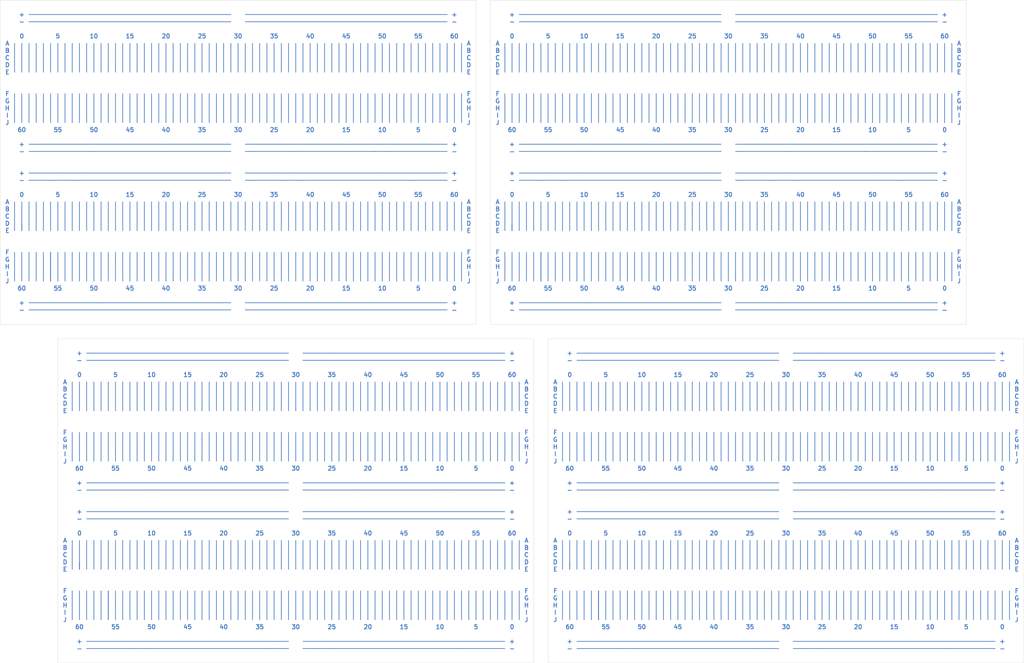
<source format=kicad_pcb>
(kicad_pcb (version 20221018) (generator pcbnew)
  (layers (0 "F.Cu" signal) (31 "B.Cu" signal) (34 "B.Paste" user) (35 "F.Paste" user) (36 "B.SilkS" user "B.Silkscreen") (37 "F.SilkS" user "F.Silkscreen") (38 "B.Mask" user) (39 "F.Mask" user) (44 "Edge.Cuts" user))
  (net 0 "")
  (gr_rect (start 50.8 134.62) (end 218.44 248.92) (stroke (width 0.1)) (fill none) (layer "Edge.Cuts"))
  (gr_rect (start 30.48 15.24) (end 198.12 129.54) (stroke (width 0.1)) (fill none) (layer "Edge.Cuts"))
  (gr_rect (start 223.52 134.62) (end 391.16 248.92) (stroke (width 0.1)) (fill none) (layer "Edge.Cuts"))
  (gr_rect (start 203.2 15.24) (end 370.84 129.54) (stroke (width 0.1)) (fill none) (layer "Edge.Cuts"))
  (gr_text "60" (at 383.54 203.2) (layer "B.Cu") (effects (font (size 1.5 1.5) (thickness 0.3) bold)))
  (gr_text "F" (at 33.02 48.26) (layer "B.Cu") (effects (font (size 1.5 1.5) (thickness 0.3) bold)))
  (gr_text "B" (at 53.34 152.4) (layer "B.Cu") (effects (font (size 1.5 1.5) (thickness 0.3) bold)))
  (gr_text "25" (at 274.32 83.82) (layer "B.Cu") (effects (font (size 1.5 1.5) (thickness 0.3) bold)))
  (gr_text "F" (at 53.34 167.64) (layer "B.Cu") (effects (font (size 1.5 1.5) (thickness 0.3) bold)))
  (gr_text "10" (at 358.14 236.22) (layer "B.Cu") (effects (font (size 1.5 1.5) (thickness 0.3) bold)))
  (gr_text "-" (at 210.82 243.84) (layer "B.Cu") (effects (font (size 1.5 1.5) (thickness 0.3) bold) (justify mirror)))
  (gr_text "I" (at 215.9 175.26) (layer "B.Cu") (effects (font (size 1.5 1.5) (thickness 0.3) bold)))
  (gr_text "60" (at 383.54 147.32) (layer "B.Cu") (effects (font (size 1.5 1.5) (thickness 0.3) bold)))
  (gr_text "-" (at 38.1 124.46) (layer "B.Cu") (effects (font (size 1.5 1.5) (thickness 0.3) bold) (justify mirror)))
  (gr_text "55" (at 350.52 27.94) (layer "B.Cu") (effects (font (size 1.5 1.5) (thickness 0.3) bold)))
  (gr_text "20" (at 312.42 116.84) (layer "B.Cu") (effects (font (size 1.5 1.5) (thickness 0.3) bold)))
  (gr_text "D" (at 388.62 213.36) (layer "B.Cu") (effects (font (size 1.5 1.5) (thickness 0.3) bold)))
  (gr_text "25" (at 274.32 27.94) (layer "B.Cu") (effects (font (size 1.5 1.5) (thickness 0.3) bold)))
  (gr_text "H" (at 388.62 172.72) (layer "B.Cu") (effects (font (size 1.5 1.5) (thickness 0.3) bold)))
  (gr_text "J" (at 53.34 177.8) (layer "B.Cu") (effects (font (size 1.5 1.5) (thickness 0.3) bold)))
  (gr_text "25" (at 294.64 203.2) (layer "B.Cu") (effects (font (size 1.5 1.5) (thickness 0.3) bold)))
  (gr_text "G" (at 195.58 106.68) (layer "B.Cu") (effects (font (size 1.5 1.5) (thickness 0.3) bold)))
  (gr_text "I" (at 368.3 55.88) (layer "B.Cu") (effects (font (size 1.5 1.5) (thickness 0.3) bold)))
  (gr_text "J" (at 368.3 114.3) (layer "B.Cu") (effects (font (size 1.5 1.5) (thickness 0.3) bold)))
  (gr_text "0" (at 38.1 27.94) (layer "B.Cu") (effects (font (size 1.5 1.5) (thickness 0.3) bold)))
  (gr_text "D" (at 195.58 93.98) (layer "B.Cu") (effects (font (size 1.5 1.5) (thickness 0.3) bold)))
  (gr_text "35" (at 127 83.82) (layer "B.Cu") (effects (font (size 1.5 1.5) (thickness 0.3) bold)))
  (gr_text "I" (at 53.34 175.26) (layer "B.Cu") (effects (font (size 1.5 1.5) (thickness 0.3) bold)))
  (gr_text "5" (at 370.84 236.22) (layer "B.Cu") (effects (font (size 1.5 1.5) (thickness 0.3) bold)))
  (gr_text "F" (at 368.3 104.14) (layer "B.Cu") (effects (font (size 1.5 1.5) (thickness 0.3) bold)))
  (gr_text "F" (at 226.06 167.64) (layer "B.Cu") (effects (font (size 1.5 1.5) (thickness 0.3) bold)))
  (gr_text "10" (at 236.22 83.82) (layer "B.Cu") (effects (font (size 1.5 1.5) (thickness 0.3) bold)))
  (gr_text "G" (at 195.58 50.8) (layer "B.Cu") (effects (font (size 1.5 1.5) (thickness 0.3) bold)))
  (gr_text "H" (at 205.74 53.34) (layer "B.Cu") (effects (font (size 1.5 1.5) (thickness 0.3) bold)))
  (gr_text "J" (at 226.06 233.68) (layer "B.Cu") (effects (font (size 1.5 1.5) (thickness 0.3) bold)))
  (gr_text "-" (at 190.5 68.58) (layer "B.Cu") (effects (font (size 1.5 1.5) (thickness 0.3) bold) (justify mirror)))
  (gr_text "40" (at 312.42 27.94) (layer "B.Cu") (effects (font (size 1.5 1.5) (thickness 0.3) bold)))
  (gr_text "+" (at 58.42 185.42) (layer "B.Cu") (effects (font (size 1.5 1.5) (thickness 0.3) bold) (justify mirror)))
  (gr_text "-" (at 231.14 142.24) (layer "B.Cu") (effects (font (size 1.5 1.5) (thickness 0.3) bold) (justify mirror)))
  (gr_text "0" (at 38.1 83.82) (layer "B.Cu") (effects (font (size 1.5 1.5) (thickness 0.3) bold) (justify mirror)))
  (gr_text "B" (at 368.3 33.02) (layer "B.Cu") (effects (font (size 1.5 1.5) (thickness 0.3) bold)))
  (gr_text "45" (at 248.92 60.96) (layer "B.Cu") (effects (font (size 1.5 1.5) (thickness 0.3) bold)))
  (gr_text "55" (at 198.12 203.2) (layer "B.Cu") (effects (font (size 1.5 1.5) (thickness 0.3) bold)))
  (gr_text "I" (at 226.06 231.14) (layer "B.Cu") (effects (font (size 1.5 1.5) (thickness 0.3) bold)))
  (gr_text "15" (at 248.92 27.94) (layer "B.Cu") (effects (font (size 1.5 1.5) (thickness 0.3) bold)))
  (gr_text "5" (at 223.52 83.82) (layer "B.Cu") (effects (font (size 1.5 1.5) (thickness 0.3) bold)))
  (gr_text "J" (at 205.74 114.3) (layer "B.Cu") (effects (font (size 1.5 1.5) (thickness 0.3) bold)))
  (gr_text "45" (at 96.52 236.22) (layer "B.Cu") (effects (font (size 1.5 1.5) (thickness 0.3) bold)))
  (gr_text "F" (at 368.3 48.26) (layer "B.Cu") (effects (font (size 1.5 1.5) (thickness 0.3) bold)))
  (gr_text "40" (at 332.74 147.32) (layer "B.Cu") (effects (font (size 1.5 1.5) (thickness 0.3) bold)))
  (gr_text "E" (at 388.62 160.02) (layer "B.Cu") (effects (font (size 1.5 1.5) (thickness 0.3) bold)))
  (gr_text "50" (at 256.54 180.34) (layer "B.Cu") (effects (font (size 1.5 1.5) (thickness 0.3) bold)))
  (gr_text "E" (at 195.58 96.52) (layer "B.Cu") (effects (font (size 1.5 1.5) (thickness 0.3) bold)))
  (gr_text "40" (at 281.94 236.22) (layer "B.Cu") (effects (font (size 1.5 1.5) (thickness 0.3) bold)))
  (gr_text "-" (at 210.82 142.24) (layer "B.Cu") (effects (font (size 1.5 1.5) (thickness 0.3) bold) (justify mirror)))
  (gr_text "I" (at 33.02 111.76) (layer "B.Cu") (effects (font (size 1.5 1.5) (thickness 0.3) bold)))
  (gr_text "E" (at 195.58 40.64) (layer "B.Cu") (effects (font (size 1.5 1.5) (thickness 0.3) bold)))
  (gr_text "-" (at 363.22 68.58) (layer "B.Cu") (effects (font (size 1.5 1.5) (thickness 0.3) bold) (justify mirror)))
  (gr_text "40" (at 261.62 116.84) (layer "B.Cu") (effects (font (size 1.5 1.5) (thickness 0.3) bold)))
  (gr_text "30" (at 114.3 116.84) (layer "B.Cu") (effects (font (size 1.5 1.5) (thickness 0.3) bold)))
  (gr_text "+" (at 58.42 139.7) (layer "B.Cu") (effects (font (size 1.5 1.5) (thickness 0.3) bold) (justify mirror)))
  (gr_text "60" (at 363.22 83.82) (layer "B.Cu") (effects (font (size 1.5 1.5) (thickness 0.3) bold)))
  (gr_text "60" (at 190.5 83.82) (layer "B.Cu") (effects (font (size 1.5 1.5) (thickness 0.3) bold)))
  (gr_text "G" (at 388.62 226.06) (layer "B.Cu") (effects (font (size 1.5 1.5) (thickness 0.3) bold)))
  (gr_text "20" (at 88.9 27.94) (layer "B.Cu") (effects (font (size 1.5 1.5) (thickness 0.3) bold)))
  (gr_text "J" (at 53.34 233.68) (layer "B.Cu") (effects (font (size 1.5 1.5) (thickness 0.3) bold)))
  (gr_text "F" (at 226.06 223.52) (layer "B.Cu") (effects (font (size 1.5 1.5) (thickness 0.3) bold)))
  (gr_text "A" (at 368.3 86.36) (layer "B.Cu") (effects (font (size 1.5 1.5) (thickness 0.3) bold)))
  (gr_text "E" (at 226.06 160.02) (layer "B.Cu") (effects (font (size 1.5 1.5) (thickness 0.3) bold)))
  (gr_text "H" (at 205.74 109.22) (layer "B.Cu") (effects (font (size 1.5 1.5) (thickness 0.3) bold)))
  (gr_text "G" (at 205.74 50.8) (layer "B.Cu") (effects (font (size 1.5 1.5) (thickness 0.3) bold)))
  (gr_text "45" (at 269.24 180.34) (layer "B.Cu") (effects (font (size 1.5 1.5) (thickness 0.3) bold)))
  (gr_text "25" (at 101.6 83.82) (layer "B.Cu") (effects (font (size 1.5 1.5) (thickness 0.3) bold)))
  (gr_text "I" (at 205.74 55.88) (layer "B.Cu") (effects (font (size 1.5 1.5) (thickness 0.3) bold)))
  (gr_text "50" (at 256.54 236.22) (layer "B.Cu") (effects (font (size 1.5 1.5) (thickness 0.3) bold)))
  (gr_text "+" (at 58.42 195.58) (layer "B.Cu") (effects (font (size 1.5 1.5) (thickness 0.3) bold) (justify mirror)))
  (gr_text "50" (at 165.1 27.94) (layer "B.Cu") (effects (font (size 1.5 1.5) (thickness 0.3) bold)))
  (gr_text "+" (at 231.14 139.7) (layer "B.Cu") (effects (font (size 1.5 1.5) (thickness 0.3) bold) (justify mirror)))
  (gr_text "H" (at 368.3 109.22) (layer "B.Cu") (effects (font (size 1.5 1.5) (thickness 0.3) bold)))
  (gr_text "30" (at 287.02 83.82) (layer "B.Cu") (effects (font (size 1.5 1.5) (thickness 0.3) bold)))
  (gr_text "H" (at 195.58 109.22) (layer "B.Cu") (effects (font (size 1.5 1.5) (thickness 0.3) bold)))
  (gr_text "-" (at 58.42 142.24) (layer "B.Cu") (effects (font (size 1.5 1.5) (thickness 0.3) bold) (justify mirror)))
  (gr_text "B" (at 205.74 33.02) (layer "B.Cu") (effects (font (size 1.5 1.5) (thickness 0.3) bold)))
  (gr_text "45" (at 172.72 203.2) (layer "B.Cu") (effects (font (size 1.5 1.5) (thickness 0.3) bold)))
  (gr_text "35" (at 274.32 60.96) (layer "B.Cu") (effects (font (size 1.5 1.5) (thickness 0.3) bold)))
  (gr_text "A" (at 205.74 30.48) (layer "B.Cu") (effects (font (size 1.5 1.5) (thickness 0.3) bold)))
  (gr_text "C" (at 195.58 91.44) (layer "B.Cu") (effects (font (size 1.5 1.5) (thickness 0.3) bold)))
  (gr_text "45" (at 76.2 116.84) (layer "B.Cu") (effects (font (size 1.5 1.5) (thickness 0.3) bold)))
  (gr_text "-" (at 58.42 198.12) (layer "B.Cu") (effects (font (size 1.5 1.5) (thickness 0.3) bold) (justify mirror)))
  (gr_text "25" (at 101.6 27.94) (layer "B.Cu") (effects (font (size 1.5 1.5) (thickness 0.3) bold)))
  (gr_text "25" (at 320.04 180.34) (layer "B.Cu") (effects (font (size 1.5 1.5) (thickness 0.3) bold)))
  (gr_text "-" (at 190.5 78.74) (layer "B.Cu") (effects (font (size 1.5 1.5) (thickness 0.3) bold) (justify mirror)))
  (gr_text "-" (at 231.14 243.84) (layer "B.Cu") (effects (font (size 1.5 1.5) (thickness 0.3) bold) (justify mirror)))
  (gr_text "+" (at 231.14 241.3) (layer "B.Cu") (effects (font (size 1.5 1.5) (thickness 0.3) bold) (justify mirror)))
  (gr_text "C" (at 226.06 210.82) (layer "B.Cu") (effects (font (size 1.5 1.5) (thickness 0.3) bold)))
  (gr_text "35" (at 101.6 60.96) (layer "B.Cu") (effects (font (size 1.5 1.5) (thickness 0.3) bold)))
  (gr_text "55" (at 71.12 180.34) (layer "B.Cu") (effects (font (size 1.5 1.5) (thickness 0.3) bold)))
  (gr_text "0" (at 190.5 116.84) (layer "B.Cu") (effects (font (size 1.5 1.5) (thickness 0.3) bold) (justify mirror)))
  (gr_text "0" (at 231.14 147.32) (layer "B.Cu") (effects (font (size 1.5 1.5) (thickness 0.3) bold)))
  (gr_text "E" (at 33.02 96.52) (layer "B.Cu") (effects (font (size 1.5 1.5) (thickness 0.3) bold)))
  (gr_text "+" (at 363.22 121.92) (layer "B.Cu") (effects (font (size 1.5 1.5) (thickness 0.3) bold) (justify mirror)))
  (gr_text "-" (at 58.42 187.96) (layer "B.Cu") (effects (font (size 1.5 1.5) (thickness 0.3) bold) (justify mirror)))
  (gr_text "+" (at 190.5 66.04) (layer "B.Cu") (effects (font (size 1.5 1.5) (thickness 0.3) bold) (justify mirror)))
  (gr_text "H" (at 33.02 53.34) (layer "B.Cu") (effects (font (size 1.5 1.5) (thickness 0.3) bold)))
  (gr_text "J" (at 226.06 177.8) (layer "B.Cu") (effects (font (size 1.5 1.5) (thickness 0.3) bold)))
  (gr_text "C" (at 53.34 154.94) (layer "B.Cu") (effects (font (size 1.5 1.5) (thickness 0.3) bold)))
  (gr_text "35" (at 274.32 116.84) (layer "B.Cu") (effects (font (size 1.5 1.5) (thickness 0.3) bold)))
  (gr_text "+" (at 383.54 139.7) (layer "B.Cu") (effects (font (size 1.5 1.5) (thickness 0.3) bold) (justify mirror)))
  (gr_text "15" (at 325.12 60.96) (layer "B.Cu") (effects (font (size 1.5 1.5) (thickness 0.3) bold)))
  (gr_text "H" (at 226.06 172.72) (layer "B.Cu") (effects (font (size 1.5 1.5) (thickness 0.3) bold)))
  (gr_text "5" (at 350.52 116.84) (layer "B.Cu") (effects (font (size 1.5 1.5) (thickness 0.3) bold)))
  (gr_text "D" (at 33.02 93.98) (layer "B.Cu") (effects (font (size 1.5 1.5) (thickness 0.3) bold)))
  (gr_text "-" (at 190.5 22.86) (layer "B.Cu") (effects (font (size 1.5 1.5) (thickness 0.3) bold) (justify mirror)))
  (gr_text "60" (at 231.14 236.22) (layer "B.Cu") (effects (font (size 1.5 1.5) (thickness 0.3) bold)))
  (gr_text "10" (at 236.22 27.94) (layer "B.Cu") (effects (font (size 1.5 1.5) (thickness 0.3) bold)))
  (gr_text "55" (at 223.52 116.84) (layer "B.Cu") (effects (font (size 1.5 1.5) (thickness 0.3) bold)))
  (gr_text "55" (at 177.8 27.94) (layer "B.Cu") (effects (font (size 1.5 1.5) (thickness 0.3) bold)))
  (gr_text "50" (at 236.22 60.96) (layer "B.Cu") (effects (font (size 1.5 1.5) (thickness 0.3) bold)))
  (gr_text "-" (at 38.1 78.74) (layer "B.Cu") (effects (font (size 1.5 1.5) (thickness 0.3) bold) (justify mirror)))
  (gr_text "J" (at 33.02 58.42) (layer "B.Cu") (effects (font (size 1.5 1.5) (thickness 0.3) bold)))
  (gr_text "+" (at 38.1 20.32) (layer "B.Cu") (effects (font (size 1.5 1.5) (thickness 0.3) bold) (justify mirror)))
  (gr_text "+" (at 383.54 185.42) (layer "B.Cu") (effects (font (size 1.5 1.5) (thickness 0.3) bold) (justify mirror)))
  (gr_text "F" (at 388.62 223.52) (layer "B.Cu") (effects (font (size 1.5 1.5) (thickness 0.3) bold)))
  (gr_text "35" (at 299.72 83.82) (layer "B.Cu") (effects (font (size 1.5 1.5) (thickness 0.3) bold)))
  (gr_text "55" (at 243.84 236.22) (layer "B.Cu") (effects (font (size 1.5 1.5) (thickness 0.3) bold)))
  (gr_text "C" (at 388.62 210.82) (layer "B.Cu") (effects (font (size 1.5 1.5) (thickness 0.3) bold)))
  (gr_text "25" (at 121.92 203.2) (layer "B.Cu") (effects (font (size 1.5 1.5) (thickness 0.3) bold)))
  (gr_text "A" (at 388.62 149.86) (layer "B.Cu") (effects (font (size 1.5 1.5) (thickness 0.3) bold)))
  (gr_text "55" (at 50.8 60.96) (layer "B.Cu") (effects (font (size 1.5 1.5) (thickness 0.3) bold)))
  (gr_text "D" (at 205.74 93.98) (layer "B.Cu") (effects (font (size 1.5 1.5) (thickness 0.3) bold)))
  (gr_text "J" (at 215.9 233.68) (layer "B.Cu") (effects (font (size 1.5 1.5) (thickness 0.3) bold)))
  (gr_text "0" (at 231.14 203.2) (layer "B.Cu") (effects (font (size 1.5 1.5) (thickness 0.3) bold) (justify mirror)))
  (gr_text "I" (at 226.06 175.26) (layer "B.Cu") (effects (font (size 1.5 1.5) (thickness 0.3) bold)))
  (gr_text "5" (at 177.8 60.96) (layer "B.Cu") (effects (font (size 1.5 1.5) (thickness 0.3) bold)))
  (gr_text "10" (at 358.14 180.34) (layer "B.Cu") (effects (font (size 1.5 1.5) (thickness 0.3) bold)))
  (gr_text "G" (at 53.34 226.06) (layer "B.Cu") (effects (font (size 1.5 1.5) (thickness 0.3) bold)))
  (gr_text "G" (at 53.34 170.18) (layer "B.Cu") (effects (font (size 1.5 1.5) (thickness 0.3) bold)))
  (gr_text "60" (at 58.42 180.34) (layer "B.Cu") (effects (font (size 1.5 1.5) (thickness 0.3) bold)))
  (gr_text "H" (at 53.34 228.6) (layer "B.Cu") (effects (font (size 1.5 1.5) (thickness 0.3) bold)))
  (gr_text "50" (at 63.5 116.84) (layer "B.Cu") (effects (font (size 1.5 1.5) (thickness 0.3) bold)))
  (gr_text "30" (at 114.3 60.96) (layer "B.Cu") (effects (font (size 1.5 1.5) (thickness 0.3) bold)))
  (gr_text "55" (at 243.84 180.34) (layer "B.Cu") (effects (font (size 1.5 1.5) (thickness 0.3) bold)))
  (gr_text "E" (at 388.62 215.9) (layer "B.Cu") (effects (font (size 1.5 1.5) (thickness 0.3) bold)))
  (gr_text "5" (at 370.84 180.34) (layer "B.Cu") (effects (font (size 1.5 1.5) (thickness 0.3) bold)))
  (gr_text "25" (at 147.32 236.22) (layer "B.Cu") (effects (font (size 1.5 1.5) (thickness 0.3) bold)))
  (gr_text "30" (at 114.3 83.82) (layer "B.Cu") (effects (font (size 1.5 1.5) (thickness 0.3) bold)))
  (gr_text "40" (at 160.02 147.32) (layer "B.Cu") (effects (font (size 1.5 1.5) (thickness 0.3) bold)))
  (gr_text "55" (at 198.12 147.32) (layer "B.Cu") (effects (font (size 1.5 1.5) (thickness 0.3) bold)))
  (gr_text "25" (at 320.04 236.22) (layer "B.Cu") (effects (font (size 1.5 1.5) (thickness 0.3) bold)))
  (gr_text "15" (at 96.52 147.32) (layer "B.Cu") (effects (font (size 1.5 1.5) (thickness 0.3) bold)))
  (gr_text "E" (at 368.3 40.64) (layer "B.Cu") (effects (font (size 1.5 1.5) (thickness 0.3) bold)))
  (gr_text "J" (at 205.74 58.42) (layer "B.Cu") (effects (font (size 1.5 1.5) (thickness 0.3) bold)))
  (gr_text "+" (at 210.82 195.58) (layer "B.Cu") (effects (font (size 1.5 1.5) (thickness 0.3) bold) (justify mirror)))
  (gr_text "E" (at 368.3 96.52) (layer "B.Cu") (effects (font (size 1.5 1.5) (thickness 0.3) bold)))
  (gr_text "B" (at 215.9 208.28) (layer "B.Cu") (effects (font (size 1.5 1.5) (thickness 0.3) bold)))
  (gr_text "60" (at 210.82 60.96) (layer "B.Cu") (effects (font (size 1.5 1.5) (thickness 0.3) bold)))
  (gr_text "-" (at 210.82 22.86) (layer "B.Cu") (effects (font (size 1.5 1.5) (thickness 0.3) bold) (justify mirror)))
  (gr_text "B" (at 33.02 88.9) (layer "B.Cu") (effects (font (size 1.5 1.5) (thickness 0.3) bold)))
  (gr_text "55" (at 350.52 83.82) (layer "B.Cu") (effects (font (size 1.5 1.5) (thickness 0.3) bold)))
  (gr_text "G" (at 388.62 170.18) (layer "B.Cu") (effects (font (size 1.5 1.5) (thickness 0.3) bold)))
  (gr_text "D" (at 226.06 157.48) (layer "B.Cu") (effects (font (size 1.5 1.5) (thickness 0.3) bold)))
  (gr_text "A" (at 215.9 205.74) (layer "B.Cu") (effects (font (size 1.5 1.5) (thickness 0.3) bold)))
  (gr_text "A" (at 195.58 30.48) (layer "B.Cu") (effects (font (size 1.5 1.5) (thickness 0.3) bold)))
  (gr_text "5" (at 71.12 147.32) (layer "B.Cu") (effects (font (size 1.5 1.5) (thickness 0.3) bold)))
  (gr_text "0" (at 383.54 180.34) (layer "B.Cu") (effects (font (size 1.5 1.5) (thickness 0.3) bold) (justify mirror)))
  (gr_text "30" (at 134.62 203.2) (layer "B.Cu") (effects (font (size 1.5 1.5) (thickness 0.3) bold)))
  (gr_text "35" (at 299.72 27.94) (layer "B.Cu") (effects (font (size 1.5 1.5) (thickness 0.3) bold)))
  (gr_text "C" (at 33.02 35.56) (layer "B.Cu") (effects (font (size 1.5 1.5) (thickness 0.3) bold)))
  (gr_text "A" (at 226.06 205.74) (layer "B.Cu") (effects (font (size 1.5 1.5) (thickness 0.3) bold)))
  (gr_text "-" (at 383.54 142.24) (layer "B.Cu") (effects (font (size 1.5 1.5) (thickness 0.3) bold) (justify mirror)))
  (gr_text "5" (at 198.12 236.22) (layer "B.Cu") (effects (font (size 1.5 1.5) (thickness 0.3) bold)))
  (gr_text "30" (at 307.34 203.2) (layer "B.Cu") (effects (font (size 1.5 1.5) (thickness 0.3) bold)))
  (gr_text "A" (at 205.74 86.36) (layer "B.Cu") (effects (font (size 1.5 1.5) (thickness 0.3) bold)))
  (gr_text "15" (at 172.72 236.22) (layer "B.Cu") (effects (font (size 1.5 1.5) (thickness 0.3) bold)))
  (gr_text "50" (at 185.42 147.32) (layer "B.Cu") (effects (font (size 1.5 1.5) (thickness 0.3) bold)))
  (gr_text "35" (at 294.64 236.22) (layer "B.Cu") (effects (font (size 1.5 1.5) (thickness 0.3) bold)))
  (gr_text "D" (at 368.3 93.98) (layer "B.Cu") (effects (font (size 1.5 1.5) (thickness 0.3) bold)))
  (gr_text "-" (at 363.22 22.86) (layer "B.Cu") (effects (font (size 1.5 1.5) (thickness 0.3) bold) (justify mirror)))
  (gr_text "10" (at 83.82 147.32) (layer "B.Cu") (effects (font (size 1.5 1.5) (thickness 0.3) bold)))
  (gr_text "10" (at 337.82 60.96) (layer "B.Cu") (effects (font (size 1.5 1.5) (thickness 0.3) bold)))
  (gr_text "20" (at 261.62 27.94) (layer "B.Cu") (effects (font (size 1.5 1.5) (thickness 0.3) bold)))
  (gr_text "A" (at 388.62 205.74) (layer "B.Cu") (effects (font (size 1.5 1.5) (thickness 0.3) bold)))
  (gr_text "B" (at 368.3 88.9) (layer "B.Cu") (effects (font (size 1.5 1.5) (thickness 0.3) bold)))
  (gr_text "J" (at 388.62 177.8) (layer "B.Cu") (effects (font (size 1.5 1.5) (thickness 0.3) bold)))
  (gr_text "25" (at 121.92 147.32) (layer "B.Cu") (effects (font (size 1.5 1.5) (thickness 0.3) bold)))
  (gr_text "40" (at 281.94 180.34) (layer "B.Cu") (effects (font (size 1.5 1.5) (thickness 0.3) bold)))
  (gr_text "35" (at 121.92 180.34) (layer "B.Cu") (effects (font (size 1.5 1.5) (thickness 0.3) bold)))
  (gr_text "40" (at 312.42 83.82) (layer "B.Cu") (effects (font (size 1.5 1.5) (thickness 0.3) bold)))
  (gr_text "40" (at 139.7 83.82) (layer "B.Cu") (effects (font (size 1.5 1.5) (thickness 0.3) bold)))
  (gr_text "B" (at 195.58 33.02) (layer "B.Cu") (effects (font (size 1.5 1.5) (thickness 0.3) bold)))
  (gr_text "10" (at 63.5 83.82) (layer "B.Cu") (effects (font (size 1.5 1.5) (thickness 0.3) bold)))
  (gr_text "0" (at 210.82 83.82) (layer "B.Cu") (effects (font (size 1.5 1.5) (thickness 0.3) bold) (justify mirror)))
  (gr_text "60" (at 210.82 147.32) (layer "B.Cu") (effects (font (size 1.5 1.5) (thickness 0.3) bold)))
  (gr_text "C" (at 53.34 210.82) (layer "B.Cu") (effects (font (size 1.5 1.5) (thickness 0.3) bold)))
  (gr_text "-" (at 38.1 68.58) (layer "B.Cu") (effects (font (size 1.5 1.5) (thickness 0.3) bold) (justify mirror)))
  (gr_text "35" (at 121.92 236.22) (layer "B.Cu") (effects (font (size 1.5 1.5) (thickness 0.3) bold)))
  (gr_text "+" (at 190.5 121.92) (layer "B.Cu") (effects (font (size 1.5 1.5) (thickness 0.3) bold) (justify mirror)))
  (gr_text "F" (at 388.62 167.64) (layer "B.Cu") (effects (font (size 1.5 1.5) (thickness 0.3) bold)))
  (gr_text "J" (at 388.62 233.68) (layer "B.Cu") (effects (font (size 1.5 1.5) (thickness 0.3) bold)))
  (gr_text "+" (at 210.82 139.7) (layer "B.Cu") (effects (font (size 1.5 1.5) (thickness 0.3) bold) (justify mirror)))
  (gr_text "F" (at 205.74 48.26) (layer "B.Cu") (effects (font (size 1.5 1.5) (thickness 0.3) bold)))
  (gr_text "5" (at 50.8 83.82) (layer "B.Cu") (effects (font (size 1.5 1.5) (thickness 0.3) bold)))
  (gr_text "60" (at 210.82 116.84) (layer "B.Cu") (effects (font (size 1.5 1.5) (thickness 0.3) bold)))
  (gr_text "A" (at 226.06 149.86) (layer "B.Cu") (effects (font (size 1.5 1.5) (thickness 0.3) bold)))
  (gr_text "A" (at 53.34 205.74) (layer "B.Cu") (effects (font (size 1.5 1.5) (thickness 0.3) bold)))
  (gr_text "40" (at 139.7 27.94) (layer "B.Cu") (effects (font (size 1.5 1.5) (thickness 0.3) bold)))
  (gr_text "55" (at 177.8 83.82) (layer "B.Cu") (effects (font (size 1.5 1.5) (thickness 0.3) bold)))
  (gr_text "+" (at 210.82 241.3) (layer "B.Cu") (effects (font (size 1.5 1.5) (thickness 0.3) bold) (justify mirror)))
  (gr_text "20" (at 160.02 236.22) (layer "B.Cu") (effects (font (size 1.5 1.5) (thickness 0.3) bold)))
  (gr_text "H" (at 33.02 109.22) (layer "B.Cu") (effects (font (size 1.5 1.5) (thickness 0.3) bold)))
  (gr_text "0" (at 363.22 116.84) (layer "B.Cu") (effects (font (size 1.5 1.5) (thickness 0.3) bold) (justify mirror)))
  (gr_text "F" (at 195.58 48.26) (layer "B.Cu") (effects (font (size 1.5 1.5) (thickness 0.3) bold)))
  (gr_text "-" (at 363.22 124.46) (layer "B.Cu") (effects (font (size 1.5 1.5) (thickness 0.3) bold) (justify mirror)))
  (gr_text "40" (at 88.9 116.84) (layer "B.Cu") (effects (font (size 1.5 1.5) (thickness 0.3) bold)))
  (gr_text "20" (at 109.22 203.2) (layer "B.Cu") (effects (font (size 1.5 1.5) (thickness 0.3) bold)))
  (gr_text "G" (at 205.74 106.68) (layer "B.Cu") (effects (font (size 1.5 1.5) (thickness 0.3) bold)))
  (gr_text "B" (at 388.62 152.4) (layer "B.Cu") (effects (font (size 1.5 1.5) (thickness 0.3) bold)))
  (gr_text "C" (at 215.9 154.94) (layer "B.Cu") (effects (font (size 1.5 1.5) (thickness 0.3) bold)))
  (gr_text "35" (at 127 27.94) (layer "B.Cu") (effects (font (size 1.5 1.5) (thickness 0.3) bold)))
  (gr_text "25" (at 299.72 60.96) (layer "B.Cu") (effects (font (size 1.5 1.5) (thickness 0.3) bold)))
  (gr_text "5" (at 243.84 203.2) (layer "B.Cu") (effects (font (size 1.5 1.5) (thickness 0.3) bold)))
  (gr_text "B" (at 226.06 208.28) (layer "B.Cu") (effects (font (size 1.5 1.5) (thickness 0.3) bold)))
  (gr_text "A" (at 33.02 30.48) (layer "B.Cu") (effects (font (size 1.5 1.5) (thickness 0.3) bold)))
  (gr_text "5" (at 243.84 147.32) (layer "B.Cu") (effects (font (size 1.5 1.5) (thickness 0.3) bold)))
  (gr_text "55" (at 370.84 147.32) (layer "B.Cu") (effects (font (size 1.5 1.5) (thickness 0.3) bold)))
  (gr_text "-" (at 210.82 78.74) (layer "B.Cu") (effects (font (size 1.5 1.5) (thickness 0.3) bold) (justify mirror)))
  (gr_text "0" (at 210.82 236.22) (layer "B.Cu") (effects (font (size 1.5 1.5) (thickness 0.3) bold) (justify mirror)))
  (gr_text "D" (at 205.74 38.1) (layer "B.Cu") (effects (font (size 1.5 1.5) (thickness 0.3) bold)))
  (gr_text "A" (at 195.58 86.36) (layer "B.Cu") (effects (font (size 1.5 1.5) (thickness 0.3) bold)))
  (gr_text "J" (at 215.9 177.8) (layer "B.Cu") (effects (font (size 1.5 1.5) (thickness 0.3) bold)))
  (gr_text "45" (at 345.44 147.32) (layer "B.Cu") (effects (font (size 1.5 1.5) (thickness 0.3) bold)))
  (gr_text "15" (at 345.44 180.34) (layer "B.Cu") (effects (font (size 1.5 1.5) (thickness 0.3) bold)))
  (gr_text "E" (at 33.02 40.64) (layer "B.Cu") (effects (font (size 1.5 1.5) (thickness 0.3) bold)))
  (gr_text "15" (at 269.24 203.2) (layer "B.Cu") (effects (font (size 1.5 1.5) (thickness 0.3) bold)))
  (gr_text "15" (at 269.24 147.32) (layer "B.Cu") (effects (font (size 1.5 1.5) (thickness 0.3) bold)))
  (gr_text "G" (at 215.9 226.06) (layer "B.Cu") (effects (font (size 1.5 1.5) (thickness 0.3) bold)))
  (gr_text "45" (at 96.52 180.34) (layer "B.Cu") (effects (font (size 1.5 1.5) (thickness 0.3) bold)))
  (gr_text "50" (at 358.14 203.2) (layer "B.Cu") (effects (font (size 1.5 1.5) (thickness 0.3) bold)))
  (gr_text "-" (at 210.82 124.46) (layer "B.Cu") (effects (font (size 1.5 1.5) (thickness 0.3) bold) (justify mirror)))
  (gr_text "35" (at 147.32 147.32) (layer "B.Cu") (effects (font (size 1.5 1.5) (thickness 0.3) bold)))
  (gr_text "20" (at 139.7 60.96) (layer "B.Cu") (effects (font (size 1.5 1.5) (thickness 0.3) bold)))
  (gr_text "0" (at 383.54 236.22) (layer "B.Cu") (effects (font (size 1.5 1.5) (thickness 0.3) bold) (justify mirror)))
  (gr_text "50" (at 358.14 147.32) (layer "B.Cu") (effects (font (size 1.5 1.5) (thickness 0.3) bold)))
  (gr_text "30" (at 134.62 147.32) (layer "B.Cu") (effects (font (size 1.5 1.5) (thickness 0.3) bold)))
  (gr_text "I" (at 195.58 111.76) (layer "B.Cu") (effects (font (size 1.5 1.5) (thickness 0.3) bold)))
  (gr_text "B" (at 205.74 88.9) (layer "B.Cu") (effects (font (size 1.5 1.5) (thickness 0.3) bold)))
  (gr_text "-" (at 210.82 68.58) (layer "B.Cu") (effects (font (size 1.5 1.5) (thickness 0.3) bold) (justify mirror)))
  (gr_text "F" (at 33.02 104.14) (layer "B.Cu") (effects (font (size 1.5 1.5) (thickness 0.3) bold)))
  (gr_text "J" (at 195.58 114.3) (layer "B.Cu") (effects (font (size 1.5 1.5) (thickness 0.3) bold)))
  (gr_text "20" (at 332.74 180.34) (layer "B.Cu") (effects (font (size 1.5 1.5) (thickness 0.3) bold)))
  (gr_text "30" (at 134.62 180.34) (layer "B.Cu") (effects (font (size 1.5 1.5) (thickness 0.3) bold)))
  (gr_text "B" (at 226.06 152.4) (layer "B.Cu") (effects (font (size 1.5 1.5) (thickness 0.3) bold)))
  (gr_text "40" (at 109.22 236.22) (layer "B.Cu") (effects (font (size 1.5 1.5) (thickness 0.3) bold)))
  (gr_text "F" (at 215.9 223.52) (layer "B.Cu") (effects (font (size 1.5 1.5) (thickness 0.3) bold)))
  (gr_text "E" (at 53.34 160.02) (layer "B.Cu") (effects (font (size 1.5 1.5) (thickness 0.3) bold)))
  (gr_text "35" (at 147.32 203.2) (layer "B.Cu") (effects (font (size 1.5 1.5) (thickness 0.3) bold)))
  (gr_text "-" (at 231.14 187.96) (layer "B.Cu") (effects (font (size 1.5 1.5) (thickness 0.3) bold) (justify mirror)))
  (gr_text "10" (at 185.42 180.34) (layer "B.Cu") (effects (font (size 1.5 1.5) (thickness 0.3) bold)))
  (gr_text "D" (at 388.62 157.48) (layer "B.Cu") (effects (font (size 1.5 1.5) (thickness 0.3) bold)))
  (gr_text "15" (at 325.12 116.84) (layer "B.Cu") (effects (font (size 1.5 1.5) (thickness 0.3) bold)))
  (gr_text "0" (at 363.22 60.96) (layer "B.Cu") (effects (font (size 1.5 1.5) (thickness 0.3) bold) (justify mirror)))
  (gr_text "10" (at 337.82 116.84) (layer "B.Cu") (effects (font (size 1.5 1.5) (thickness 0.3) bold)))
  (gr_text "25" (at 294.64 147.32) (layer "B.Cu") (effects (font (size 1.5 1.5) (thickness 0.3) bold)))
  (gr_text "G" (at 33.02 50.8) (layer "B.Cu") (effects (font (size 1.5 1.5) (thickness 0.3) bold)))
  (gr_text "J" (at 195.58 58.42) (layer "B.Cu") (effects (font (size 1.5 1.5) (thickness 0.3) bold)))
  (gr_text "G" (at 368.3 106.68) (layer "B.Cu") (effects (font (size 1.5 1.5) (thickness 0.3) bold)))
  (gr_text "C" (at 195.58 35.56) (layer "B.Cu") (effects (font (size 1.5 1.5) (thickness 0.3) bold)))
  (gr_text "G" (at 226.06 226.06) (layer "B.Cu") (effects (font (size 1.5 1.5) (thickness 0.3) bold)))
  (gr_text "H" (at 195.58 53.34) (layer "B.Cu") (effects (font (size 1.5 1.5) (thickness 0.3) bold)))
  (gr_text "0" (at 58.42 203.2) (layer "B.Cu") (effects (font (size 1.5 1.5) (thickness 0.3) bold) (justify mirror)))
  (gr_text "25" (at 147.32 180.34) (layer "B.Cu") (effects (font (size 1.5 1.5) (thickness 0.3) bold)))
  (gr_text "55" (at 223.52 60.96) (layer "B.Cu") (effects (font (size 1.5 1.5) (thickness 0.3) bold)))
  (gr_text "60" (at 38.1 60.96) (layer "B.Cu") (effects (font (size 1.5 1.5) (thickness 0.3) bold)))
  (gr_text "50" (at 165.1 83.82) (layer "B.Cu") (effects (font (size 1.5 1.5) (thickness 0.3) bold)))
  (gr_text "60" (at 58.42 236.22) (layer "B.Cu") (effects (font (size 1.5 1.5) (thickness 0.3) bold)))
  (gr_text "45" (at 152.4 83.82) (layer "B.Cu") (effects (font (size 1.5 1.5) (thickness 0.3) bold)))
  (gr_text "I" (at 205.74 111.76) (layer "B.Cu") (effects (font (size 1.5 1.5) (thickness 0.3) bold)))
  (gr_text "20" (at 312.42 60.96) (layer "B.Cu") (effects (font (size 1.5 1.5) (thickness 0.3) bold)))
  (gr_text "50" (at 236.22 116.84) (layer "B.Cu") (effects (font (size 1.5 1.5) (thickness 0.3) bold)))
  (gr_text "15" (at 152.4 116.84) (layer "B.Cu") (effects (font (size 1.5 1.5) (thickness 0.3) bold)))
  (gr_text "J" (at 33.02 114.3) (layer "B.Cu") (effects (font (size 1.5 1.5) (thickness 0.3) bold)))
  (gr_text "B" (at 388.62 208.28) (layer "B.Cu") (effects (font (size 1.5 1.5) (thickness 0.3) bold)))
  (gr_text "+" (at 210.82 185.42) (layer "B.Cu") (effects (font (size 1.5 1.5) (thickness 0.3) bold) (justify mirror)))
  (gr_text "+" (at 210.82 121.92) (layer "B.Cu") (effects (font (size 1.5 1.5) (thickness 0.3) bold) (justify mirror)))
  (gr_text "C" (at 33.02 91.44) (layer "B.Cu") (effects (font (size 1.5 1.5) (thickness 0.3) bold)))
  (gr_text "F" (at 215.9 167.64) (layer "B.Cu") (effects (font (size 1.5 1.5) (thickness 0.3) bold)))
  (gr_text "+" (at 363.22 66.04) (layer "B.Cu") (effects (font (size 1.5 1.5) (thickness 0.3) bold) (justify mirror)))
  (gr_text "25" (at 127 116.84) (layer "B.Cu") (effects (font (size 1.5 1.5) (thickness 0.3) bold)))
  (gr_text "B" (at 215.9 152.4) (layer "B.Cu") (effects (font (size 1.5 1.5) (thickness 0.3) bold)))
  (gr_text "20" (at 281.94 147.32) (layer "B.Cu") (effects (font (size 1.5 1.5) (thickness 0.3) bold)))
  (gr_text "55" (at 370.84 203.2) (layer "B.Cu") (effects (font (size 1.5 1.5) (thickness 0.3) bold)))
  (gr_text "B" (at 33.02 33.02) (layer "B.Cu") (effects (font (size 1.5 1.5) (thickness 0.3) bold)))
  (gr_text "-" (at 38.1 22.86) (layer "B.Cu") (effects (font (size 1.5 1.5) (thickness 0.3) bold) (justify mirror)))
  (gr_text "C" (at 215.9 210.82) (layer "B.Cu") (effects (font (size 1.5 1.5) (thickness 0.3) bold)))
  (gr_text "E" (at 215.9 160.02) (layer "B.Cu") (effects (font (size 1.5 1.5) (thickness 0.3) bold)))
  (gr_text "C" (at 226.06 154.94) (layer "B.Cu") (effects (font (size 1.5 1.5) (thickness 0.3) bold)))
  (gr_text "15" (at 96.52 203.2) (layer "B.Cu") (effects (font (size 1.5 1.5) (thickness 0.3) bold)))
  (gr_text "+" (at 38.1 66.04) (layer "B.Cu") (effects (font (size 1.5 1.5) (thickness 0.3) bold) (justify mirror)))
  (gr_text "20" (at 139.7 116.84) (layer "B.Cu") (effects (font (size 1.5 1.5) (thickness 0.3) bold)))
  (gr_text "30" (at 287.02 60.96) (layer "B.Cu") (effects (font (size 1.5 1.5) (thickness 0.3) bold)))
  (gr_text "H" (at 226.06 228.6) (layer "B.Cu") (effects (font (size 1.5 1.5) (thickness 0.3) bold)))
  (gr_text "45" (at 248.92 116.84) (layer "B.Cu") (effects (font (size 1.5 1.5) (thickness 0.3) bold)))
  (gr_text "45" (at 269.24 236.22) (layer "B.Cu") (effects (font (size 1.5 1.5) (thickness 0.3) bold)))
  (gr_text "50" (at 185.42 203.2) (layer "B.Cu") (effects (font (size 1.5 1.5) (thickness 0.3) bold)))
  (gr_text "+" (at 210.82 76.2) (layer "B.Cu") (effects (font (size 1.5 1.5) (thickness 0.3) bold) (justify mirror)))
  (gr_text "+" (at 190.5 20.32) (layer "B.Cu") (effects (font (size 1.5 1.5) (thickness 0.3) bold) (justify mirror)))
  (gr_text "E" (at 53.34 215.9) (layer "B.Cu") (effects (font (size 1.5 1.5) (thickness 0.3) bold)))
  (gr_text "45" (at 172.72 147.32) (layer "B.Cu") (effects (font (size 1.5 1.5) (thickness 0.3) bold)))
  (gr_text "+" (at 38.1 121.92) (layer "B.Cu") (effects (font (size 1.5 1.5) (thickness 0.3) bold) (justify mirror)))
  (gr_text "15" (at 76.2 27.94) (layer "B.Cu") (effects (font (size 1.5 1.5) (thickness 0.3) bold)))
  (gr_text "C" (at 368.3 35.56) (layer "B.Cu") (effects (font (size 1.5 1.5) (thickness 0.3) bold)))
  (gr_text "15" (at 248.92 83.82) (layer "B.Cu") (effects (font (size 1.5 1.5) (thickness 0.3) bold)))
  (gr_text "20" (at 281.94 203.2) (layer "B.Cu") (effects (font (size 1.5 1.5) (thickness 0.3) bold)))
  (gr_text "H" (at 53.34 172.72) (layer "B.Cu") (effects (font (size 1.5 1.5) (thickness 0.3) bold)))
  (gr_text "60" (at 363.22 27.94) (layer "B.Cu") (effects (font (size 1.5 1.5) (thickness 0.3) bold)))
  (gr_text "+" (at 210.82 66.04) (layer "B.Cu") (effects (font (size 1.5 1.5) (thickness 0.3) bold) (justify mirror)))
  (gr_text "G" (at 226.06 170.18) (layer "B.Cu") (effects (font (size 1.5 1.5) (thickness 0.3) bold)))
  (gr_text "5" (at 350.52 60.96) (layer "B.Cu") (effects (font (size 1.5 1.5) (thickness 0.3) bold)))
  (gr_text "45" (at 345.44 203.2) (layer "B.Cu") (effects (font (size 1.5 1.5) (thickness 0.3) bold)))
  (gr_text "+" (at 231.14 195.58) (layer "B.Cu") (effects (font (size 1.5 1.5) (thickness 0.3) bold) (justify mirror)))
  (gr_text "I" (at 33.02 55.88) (layer "B.Cu") (effects (font (size 1.5 1.5) (thickness 0.3) bold)))
  (gr_text "45" (at 325.12 27.94) (layer "B.Cu") (effects (font (size 1.5 1.5) (thickness 0.3) bold)))
  (gr_text "I" (at 215.9 231.14) (layer "B.Cu") (effects (font (size 1.5 1.5) (thickness 0.3) bold)))
  (gr_text "40" (at 261.62 60.96) (layer "B.Cu") (effects (font (size 1.5 1.5) (thickness 0.3) bold)))
  (gr_text "20" (at 109.22 147.32) (layer "B.Cu") (effects (font (size 1.5 1.5) (thickness 0.3) bold)))
  (gr_text "A" (at 368.3 30.48) (layer "B.Cu") (effects (font (size 1.5 1.5) (thickness 0.3) bold)))
  (gr_text "D" (at 215.9 157.48) (layer "B.Cu") (effects (font (size 1.5 1.5) (thickness 0.3) bold)))
  (gr_text "20" (at 332.74 236.22) (layer "B.Cu") (effects (font (size 1.5 1.5) (thickness 0.3) bold)))
  (gr_text "35" (at 320.04 203.2) (layer "B.Cu") (effects (font (size 1.5 1.5) (thickness 0.3) bold)))
  (gr_text "10" (at 185.42 236.22) (layer "B.Cu") (effects (font (size 1.5 1.5) (thickness 0.3) bold)))
  (gr_text "50" (at 337.82 27.94) (layer "B.Cu") (effects (font (size 1.5 1.5) (thickness 0.3) bold)))
  (gr_text "-" (at 383.54 243.84) (layer "B.Cu") (effects (font (size 1.5 1.5) (thickness 0.3) bold) (justify mirror)))
  (gr_text "35" (at 101.6 116.84) (layer "B.Cu") (effects (font (size 1.5 1.5) (thickness 0.3) bold)))
  (gr_text "30" (at 114.3 27.94) (layer "B.Cu") (effects (font (size 1.5 1.5) (thickness 0.3) bold)))
  (gr_text "G" (at 215.9 170.18) (layer "B.Cu") (effects (font (size 1.5 1.5) (thickness 0.3) bold)))
  (gr_text "I" (at 388.62 231.14) (layer "B.Cu") (effects (font (size 1.5 1.5) (thickness 0.3) bold)))
  (gr_text "C" (at 388.62 154.94) (layer "B.Cu") (effects (font (size 1.5 1.5) (thickness 0.3) bold)))
  (gr_text "A" (at 33.02 86.36) (layer "B.Cu") (effects (font (size 1.5 1.5) (thickness 0.3) bold)))
  (gr_text "-" (at 210.82 198.12) (layer "B.Cu") (effects (font (size 1.5 1.5) (thickness 0.3) bold) (justify mirror)))
  (gr_text "15" (at 76.2 83.82) (layer "B.Cu") (effects (font (size 1.5 1.5) (thickness 0.3) bold)))
  (gr_text "F" (at 205.74 104.14) (layer "B.Cu") (effects (font (size 1.5 1.5) (thickness 0.3) bold)))
  (gr_text "+" (at 231.14 185.42) (layer "B.Cu") (effects (font (size 1.5 1.5) (thickness 0.3) bold) (justify mirror)))
  (gr_text "5" (at 198.12 180.34) (layer "B.Cu") (effects (font (size 1.5 1.5) (thickness 0.3) bold)))
  (gr_text "5" (at 223.52 27.94) (layer "B.Cu") (effects (font (size 1.5 1.5) (thickness 0.3) bold)))
  (gr_text "H" (at 368.3 53.34) (layer "B.Cu") (effects (font (size 1.5 1.5) (thickness 0.3) bold)))
  (gr_text "I" (at 388.62 175.26) (layer "B.Cu") (effects (font (size 1.5 1.5) (thickness 0.3) bold)))
  (gr_text "55" (at 50.8 116.84) (layer "B.Cu") (effects (font (size 1.5 1.5) (thickness 0.3) bold)))
  (gr_text "E" (at 205.74 96.52) (layer "B.Cu") (effects (font (size 1.5 1.5) (thickness 0.3) bold)))
  (gr_text "60" (at 210.82 203.2) (layer "B.Cu") (effects (font (size 1.5 1.5) (thickness 0.3) bold)))
  (gr_text "35" (at 294.64 180.34) (layer "B.Cu") (effects (font (size 1.5 1.5) (thickness 0.3) bold)))
  (gr_text "-" (at 58.42 243.84) (layer "B.Cu") (effects (font (size 1.5 1.5) (thickness 0.3) bold) (justify mirror)))
  (gr_text "30" (at 307.34 236.22) (layer "B.Cu") (effects (font (size 1.5 1.5) (thickness 0.3) bold)))
  (gr_text "20" (at 261.62 83.82) (layer "B.Cu") (effects (font (size 1.5 1.5) (thickness 0.3) bold)))
  (gr_text "D" (at 53.34 157.48) (layer "B.Cu") (effects (font (size 1.5 1.5) (thickness 0.3) bold)))
  (gr_text "-" (at 190.5 124.46) (layer "B.Cu") (effects (font (size 1.5 1.5) (thickness 0.3) bold) (justify mirror)))
  (gr_text "40" (at 88.9 60.96) (layer "B.Cu") (effects (font (size 1.5 1.5) (thickness 0.3) bold)))
  (gr_text "G" (at 368.3 50.8) (layer "B.Cu") (effects (font (size 1.5 1.5) (thickness 0.3) bold)))
  (gr_text "0" (at 210.82 180.34) (layer "B.Cu") (effects (font (size 1.5 1.5) (thickness 0.3) bold) (justify mirror)))
  (gr_text "C" (at 205.74 91.44) (layer "B.Cu") (effects (font (size 1.5 1.5) (thickness 0.3) bold)))
  (gr_text "5" (at 177.8 116.84) (layer "B.Cu") (effects (font (size 1.5 1.5) (thickness 0.3) bold)))
  (gr_text "0" (at 58.42 147.32) (layer "B.Cu") (effects (font (size 1.5 1.5) (thickness 0.3) bold)))
  (gr_text "-" (at 383.54 187.96) (layer "B.Cu") (effects (font (size 1.5 1.5) (thickness 0.3) bold) (justify mirror)))
  (gr_text "+" (at 210.82 20.32) (layer "B.Cu") (effects (font (size 1.5 1.5) (thickness 0.3) bold) (justify mirror)))
  (gr_text "H" (at 215.9 172.72) (layer "B.Cu") (effects (font (size 1.5 1.5) (thickness 0.3) bold)))
  (gr_text "45" (at 152.4 27.94) (layer "B.Cu") (effects (font (size 1.5 1.5) (thickness 0.3) bold)))
  (gr_text "C" (at 205.74 35.56) (layer "B.Cu") (effects (font (size 1.5 1.5) (thickness 0.3) bold)))
  (gr_text "10" (at 256.54 147.32) (layer "B.Cu") (effects (font (size 1.5 1.5) (thickness 0.3) bold)))
  (gr_text "20" (at 160.02 180.34) (layer "B.Cu") (effects (font (size 1.5 1.5) (thickness 0.3) bold)))
  (gr_text "D" (at 195.58 38.1) (layer "B.Cu") (effects (font (size 1.5 1.5) (thickness 0.3) bold)))
  (gr_text "+" (at 363.22 76.2) (layer "B.Cu") (effects (font (size 1.5 1.5) (thickness 0.3) bold) (justify mirror)))
  (gr_text "+" (at 190.5 76.2) (layer "B.Cu") (effects (font (size 1.5 1.5) (thickness 0.3) bold) (justify mirror)))
  (gr_text "A" (at 53.34 149.86) (layer "B.Cu") (effects (font (size 1.5 1.5) (thickness 0.3) bold)))
  (gr_text "-" (at 231.14 198.12) (layer "B.Cu") (effects (font (size 1.5 1.5) (thickness 0.3) bold) (justify mirror)))
  (gr_text "G" (at 33.02 106.68) (layer "B.Cu") (effects (font (size 1.5 1.5) (thickness 0.3) bold)))
  (gr_text "25" (at 127 60.96) (layer "B.Cu") (effects (font (size 1.5 1.5) (thickness 0.3) bold)))
  (gr_text "60" (at 190.5 27.94) (layer "B.Cu") (effects (font (size 1.5 1.5) (thickness 0.3) bold)))
  (gr_text "15" (at 172.72 180.34) (layer "B.Cu") (effects (font (size 1.5 1.5) (thickness 0.3) bold)))
  (gr_text "D" (at 53.34 213.36) (layer "B.Cu") (effects (font (size 1.5 1.5) (thickness 0.3) bold)))
  (gr_text "15" (at 345.44 236.22) (layer "B.Cu") (effects (font (size 1.5 1.5) (thickness 0.3) bold)))
  (gr_text "-" (at 383.54 198.12) (layer "B.Cu") (effects (font (size 1.5 1.5) (thickness 0.3) bold) (justify mirror)))
  (gr_text "5" (at 50.8 27.94) (layer "B.Cu") (effects (font (size 1.5 1.5) (thickness 0.3) bold)))
  (gr_text "-" (at 363.22 78.74) (layer "B.Cu") (effects (font (size 1.5 1.5) (thickness 0.3) bold) (justify mirror)))
  (gr_text "40" (at 160.02 203.2) (layer "B.Cu") (effects (font (size 1.5 1.5) (thickness 0.3) bold)))
  (gr_text "-" (at 210.82 187.96) (layer "B.Cu") (effects (font (size 1.5 1.5) (thickness 0.3) bold) (justify mirror)))
  (gr_text "25" (at 299.72 116.84) (layer "B.Cu") (effects (font (size 1.5 1.5) (thickness 0.3) bold)))
  (gr_text "5" (at 71.12 203.2) (layer "B.Cu") (effects (font (size 1.5 1.5) (thickness 0.3) bold)))
  (gr_text "50" (at 63.5 60.96) (layer "B.Cu") (effects (font (size 1.5 1.5) (thickness 0.3) bold)))
  (gr_text "50" (at 83.82 180.34) (layer "B.Cu") (effects (font (size 1.5 1.5) (thickness 0.3) bold)))
  (gr_text "I" (at 368.3 111.76) (layer "B.Cu") (effects (font (size 1.5 1.5) (thickness 0.3) bold)))
  (gr_text "E" (at 205.74 40.64) (layer "B.Cu") (effects (font (size 1.5 1.5) (thickness 0.3) bold)))
  (gr_text "+" (at 38.1 76.2) (layer "B.Cu") (effects (font (size 1.5 1.5) (thickness 0.3) bold) (justify mirror)))
  (gr_text "B" (at 195.58 88.9) (layer "B.Cu") (effects (font (size 1.5 1.5) (thickness 0.3) bold)))
  (gr_text "D" (at 215.9 213.36) (layer "B.Cu") (effects (font (size 1.5 1.5) (thickness 0.3) bold)))
  (gr_text "0" (at 210.82 27.94) (layer "B.Cu") (effects (font (size 1.5 1.5) (thickness 0.3) bold)))
  (gr_text "10" (at 256.54 203.2) (layer "B.Cu") (effects (font (size 1.5 1.5) (thickness 0.3) bold)))
  (gr_text "55" (at 71.12 236.22) (layer "B.Cu") (effects (font (size 1.5 1.5) (thickness 0.3) bold)))
  (gr_text "J" (at 368.3 58.42) (layer "B.Cu") (effects (font (size 1.5 1.5) (thickness 0.3) bold)))
  (gr_text "+" (at 58.42 241.3) (layer "B.Cu") (effects (font (size 1.5 1.5) (thickness 0.3) bold) (justify mirror)))
  (gr_text "F" (at 53.34 223.52) (layer "B.Cu") (effects (font (size 1.5 1.5) (thickness 0.3) bold)))
  (gr_text "30" (at 307.34 180.34) (layer "B.Cu") (effects (font (size 1.5 1.5) (thickness 0.3) bold)))
  (gr_text "A" (at 215.9 149.86) (layer "B.Cu") (effects (font (size 1.5 1.5) (thickness 0.3) bold)))
  (gr_text "10" (at 165.1 116.84) (layer "B.Cu") (effects (font (size 1.5 1.5) (thickness 0.3) bold)))
  (gr_text "30" (at 134.62 236.22) (layer "B.Cu") (effects (font (size 1.5 1.5) (thickness 0.3) bold)))
  (gr_text "D" (at 226.06 213.36) (layer "B.Cu") (effects (font (size 1.5 1.5) (thickness 0.3) bold)))
  (gr_text "H" (at 388.62 228.6) (layer "B.Cu") (effects (font (size 1.5 1.5) (thickness 0.3) bold)))
  (gr_text "+" (at 383.54 195.58) (layer "B.Cu") (effects (font (size 1.5 1.5) (thickness 0.3) bold) (justify mirror)))
  (gr_text "60" (at 231.14 180.34) (layer "B.Cu") (effects (font (size 1.5 1.5) (thickness 0.3) bold)))
  (gr_text "B" (at 53.34 208.28) (layer "B.Cu") (effects (font (size 1.5 1.5) (thickness 0.3) bold)))
  (gr_text "30" (at 287.02 116.84) (layer "B.Cu") (effects (font (size 1.5 1.5) (thickness 0.3) bold)))
  (gr_text "+" (at 383.54 241.3) (layer "B.Cu") (effects (font (size 1.5 1.5) (thickness 0.3) bold) (justify mirror)))
  (gr_text "30" (at 307.34 147.32) (layer "B.Cu") (effects (font (size 1.5 1.5) (thickness 0.3) bold)))
  (gr_text "15" (at 152.4 60.96) (layer "B.Cu") (effects (font (size 1.5 1.5) (thickness 0.3) bold)))
  (gr_text "45" (at 76.2 60.96) (layer "B.Cu") (effects (font (size 1.5 1.5) (thickness 0.3) bold)))
  (gr_text "D" (at 368.3 38.1) (layer "B.Cu") (effects (font (size 1.5 1.5) (thickness 0.3) bold)))
  (gr_text "+" (at 363.22 20.32) (layer "B.Cu") (effects (font (size 1.5 1.5) (thickness 0.3) bold) (justify mirror)))
  (gr_text "D" (at 33.02 38.1) (layer "B.Cu") (effects (font (size 1.5 1.5) (thickness 0.3) bold)))
  (gr_text "10" (at 165.1 60.96) (layer "B.Cu") (effects (font (size 1.5 1.5) (thickness 0.3) bold)))
  (gr_text "20" (at 88.9 83.82) (layer "B.Cu") (effects (font (size 1.5 1.5) (thickness 0.3) bold)))
  (gr_text "60" (at 38.1 116.84) (layer "B.Cu") (effects (font (size 1.5 1.5) (thickness 0.3) bold)))
  (gr_text "E" (at 215.9 215.9) (layer "B.Cu") (effects (font (size 1.5 1.5) (thickness 0.3) bold)))
  (gr_text "40" (at 109.22 180.34) (layer "B.Cu") (effects (font (size 1.5 1.5) (thickness 0.3) bold)))
  (gr_text "10" (at 83.82 203.2) (layer "B.Cu") (effects (font (size 1.5 1.5) (thickness 0.3) bold)))
  (gr_text "50" (at 337.82 83.82) (layer "B.Cu") (effects (font (size 1.5 1.5) (thickness 0.3) bold)))
  (gr_text "50" (at 83.82 236.22) (layer "B.Cu") (effects (font (size 1.5 1.5) (thickness 0.3) bold)))
  (gr_text "I" (at 53.34 231.14) (layer "B.Cu") (effects (font (size 1.5 1.5) (thickness 0.3) bold)))
  (gr_text "F" (at 195.58 104.14) (layer "B.Cu") (effects (font (size 1.5 1.5) (thickness 0.3) bold)))
  (gr_text "C" (at 368.3 91.44) (layer "B.Cu") (effects (font (size 1.5 1.5) (thickness 0.3) bold)))
  (gr_text "40" (at 332.74 203.2) (layer "B.Cu") (effects (font (size 1.5 1.5) (thickness 0.3) bold)))
  (gr_text "H" (at 215.9 228.6) (layer "B.Cu") (effects (font (size 1.5 1.5) (thickness 0.3) bold)))
  (gr_text "45" (at 325.12 83.82) (layer "B.Cu") (effects (font (size 1.5 1.5) (thickness 0.3) bold)))
  (gr_text "10" (at 63.5 27.94) (layer "B.Cu") (effects (font (size 1.5 1.5) (thickness 0.3) bold)))
  (gr_text "30" (at 287.02 27.94) (layer "B.Cu") (effects (font (size 1.5 1.5) (thickness 0.3) bold)))
  (gr_text "35" (at 320.04 147.32) (layer "B.Cu") (effects (font (size 1.5 1.5) (thickness 0.3) bold)))
  (gr_text "0" (at 190.5 60.96) (layer "B.Cu") (effects (font (size 1.5 1.5) (thickness 0.3) bold) (justify mirror)))
  (gr_text "E" (at 226.06 215.9) (layer "B.Cu") (effects (font (size 1.5 1.5) (thickness 0.3) bold)))
  (gr_text "I" (at 195.58 55.88) (layer "B.Cu") (effects (font (size 1.5 1.5) (thickness 0.3) bold)))
  (segment (start 88.9 114.3) (end 88.9 104.14) (width 0.25) (layer "B.Cu") (net 0))
  (segment (start 91.44 55.88) (end 91.44 48.26) (width 0.25) (layer "B.Cu") (net 0))
  (segment (start 86.36 33.02) (end 86.36 40.64) (width 0.25) (layer "B.Cu") (net 0))
  (segment (start 101.6 88.9) (end 101.6 96.52) (width 0.25) (layer "B.Cu") (net 0))
  (segment (start 86.36 233.68) (end 86.36 223.52) (width 0.25) (layer "B.Cu") (net 0))
  (segment (start 193.04 30.48) (end 193.04 40.64) (width 0.25) (layer "B.Cu") (net 0))
  (segment (start 137.16 139.7) (end 147.32 139.7) (width 0.25) (layer "B.Cu") (net 0))
  (segment (start 287.02 91.44) (end 287.02 96.52) (width 0.25) (layer "B.Cu") (net 0))
  (segment (start 302.26 210.82) (end 302.26 213.36) (width 0.25) (layer "B.Cu") (net 0))
  (segment (start 312.42 198.12) (end 322.58 198.12) (width 0.25) (layer "B.Cu") (net 0))
  (segment (start 264.16 114.3) (end 264.16 111.76) (width 0.25) (layer "B.Cu") (net 0))
  (segment (start 276.86 58.42) (end 276.86 48.26) (width 0.25) (layer "B.Cu") (net 0))
  (segment (start 48.26 78.74) (end 55.88 78.74) (width 0.25) (layer "B.Cu") (net 0))
  (segment (start 83.82 114.3) (end 83.82 111.76) (width 0.25) (layer "B.Cu") (net 0))
  (segment (start 274.32 58.42) (end 274.32 48.26) (width 0.25) (layer "B.Cu") (net 0))
  (segment (start 307.34 228.6) (end 307.34 226.06) (width 0.25) (layer "B.Cu") (net 0))
  (segment (start 157.48 205.74) (end 157.48 215.9) (width 0.25) (layer "B.Cu") (net 0))
  (segment (start 228.6 177.8) (end 228.6 167.64) (width 0.25) (layer "B.Cu") (net 0))
  (segment (start 96.52 205.74) (end 96.52 215.9) (width 0.25) (layer "B.Cu") (net 0))
  (segment (start 78.74 205.74) (end 78.74 215.9) (width 0.25) (layer "B.Cu") (net 0))
  (segment (start 350.52 215.9) (end 350.52 205.74) (width 0.25) (layer "B.Cu") (net 0))
  (segment (start 297.18 243.84) (end 302.26 243.84) (width 0.25) (layer "B.Cu") (net 0))
  (segment (start 91.44 149.86) (end 91.44 160.02) (width 0.25) (layer "B.Cu") (net 0))
  (segment (start 139.7 228.6) (end 139.7 226.06) (width 0.25) (layer "B.Cu") (net 0))
  (segment (start 147.32 175.26) (end 147.32 167.64) (width 0.25) (layer "B.Cu") (net 0))
  (segment (start 160.02 30.48) (end 160.02 40.64) (width 0.25) (layer "B.Cu") (net 0))
  (segment (start 129.54 172.72) (end 129.54 167.64) (width 0.25) (layer "B.Cu") (net 0))
  (segment (start 261.62 58.42) (end 261.62 48.26) (width 0.25) (layer "B.Cu") (net 0))
  (segment (start 365.76 114.3) (end 365.76 104.14) (width 0.25) (layer "B.Cu") (net 0))
  (segment (start 172.72 88.9) (end 172.72 96.52) (width 0.25) (layer "B.Cu") (net 0))
  (segment (start 213.36 78.74) (end 220.98 78.74) (width 0.25) (layer "B.Cu") (net 0))
  (segment (start 208.28 58.42) (end 208.28 48.26) (width 0.25) (layer "B.Cu") (net 0))
  (segment (start 299.72 20.32) (end 358.14 20.32) (width 0.25) (layer "B.Cu") (net 0))
  (segment (start 254 205.74) (end 254 215.9) (width 0.25) (layer "B.Cu") (net 0))
  (segment (start 83.82 177.8) (end 83.82 167.64) (width 0.25) (layer "B.Cu") (net 0))
  (segment (start 307.34 114.3) (end 307.34 104.14) (width 0.25) (layer "B.Cu") (net 0))
  (segment (start 248.92 86.36) (end 248.92 96.52) (width 0.25) (layer "B.Cu") (net 0))
  (segment (start 193.04 205.74) (end 193.04 208.28) (width 0.25) (layer "B.Cu") (net 0))
  (segment (start 139.7 58.42) (end 139.7 48.26) (width 0.25) (layer "B.Cu") (net 0))
  (segment (start 228.6 86.36) (end 228.6 96.52) (width 0.25) (layer "B.Cu") (net 0))
  (segment (start 299.72 213.36) (end 299.72 215.9) (width 0.25) (layer "B.Cu") (net 0))
  (segment (start 248.92 149.86) (end 248.92 160.02) (width 0.25) (layer "B.Cu") (net 0))
  (segment (start 368.3 205.74) (end 368.3 215.9) (width 0.25) (layer "B.Cu") (net 0))
  (segment (start 165.1 233.68) (end 165.1 223.52) (width 0.25) (layer "B.Cu") (net 0))
  (segment (start 185.42 20.32) (end 187.96 20.32) (width 0.25) (layer "B.Cu") (net 0))
  (segment (start 345.44 149.86) (end 345.44 160.02) (width 0.25) (layer "B.Cu") (net 0))
  (segment (start 233.68 213.36) (end 233.68 215.9) (width 0.25) (layer "B.Cu") (net 0))
  (segment (start 106.68 149.86) (end 106.68 152.4) (width 0.25) (layer "B.Cu") (net 0))
  (segment (start 167.64 149.86) (end 167.64 160.02) (width 0.25) (layer "B.Cu") (net 0))
  (segment (start 165.1 205.74) (end 165.1 215.9) (width 0.25) (layer "B.Cu") (net 0))
  (segment (start 53.34 58.42) (end 53.34 48.26) (width 0.25) (layer "B.Cu") (net 0))
  (segment (start 236.22 104.14) (end 236.22 114.3) (width 0.25) (layer "B.Cu") (net 0))
  (segment (start 261.62 114.3) (end 261.62 104.14) (width 0.25) (layer "B.Cu") (net 0))
  (segment (start 340.36 30.48) (end 340.36 40.64) (width 0.25) (layer "B.Cu") (net 0))
  (segment (start 375.92 205.74) (end 375.92 215.9) (width 0.25) (layer "B.Cu") (net 0))
  (segment (start 304.8 233.68) (end 304.8 223.52) (width 0.25) (layer "B.Cu") (net 0))
  (segment (start 274.32 170.18) (end 274.32 167.64) (width 0.25) (layer "B.Cu") (net 0))
  (segment (start 314.96 114.3) (end 314.96 104.14) (width 0.25) (layer "B.Cu") (net 0))
  (segment (start 160.02 88.9) (end 160.02 96.52) (width 0.25) (layer "B.Cu") (net 0))
  (segment (start 114.3 109.22) (end 114.3 106.68) (width 0.25) (layer "B.Cu") (net 0))
  (segment (start 360.68 205.74) (end 360.68 213.36) (width 0.25) (layer "B.Cu") (net 0))
  (segment (start 149.86 58.42) (end 149.86 48.26) (width 0.25) (layer "B.Cu") (net 0))
  (segment (start 340.36 114.3) (end 340.36 106.68) (width 0.25) (layer "B.Cu") (net 0))
  (segment (start 127 157.48) (end 127 160.02) (width 0.25) (layer "B.Cu") (net 0))
  (segment (start 342.9 177.8) (end 342.9 167.64) (width 0.25) (layer "B.Cu") (net 0))
  (segment (start 116.84 30.48) (end 116.84 40.64) (width 0.25) (layer "B.Cu") (net 0))
  (segment (start 160.02 233.68) (end 160.02 228.6) (width 0.25) (layer "B.Cu") (net 0))
  (segment (start 101.6 157.48) (end 101.6 160.02) (width 0.25) (layer "B.Cu") (net 0))
  (segment (start 114.3 114.3) (end 114.3 109.22) (width 0.25) (layer "B.Cu") (net 0))
  (segment (start 116.84 93.98) (end 116.84 96.52) (width 0.25) (layer "B.Cu") (net 0))
  (segment (start 312.42 142.24) (end 381 142.24) (width 0.25) (layer "B.Cu") (net 0))
  (segment (start 165.1 106.68) (end 165.1 104.14) (width 0.25) (layer "B.Cu") (net 0))
  (segment (start 132.08 177.8) (end 132.08 167.64) (width 0.25) (layer "B.Cu") (net 0))
  (segment (start 254 58.42) (end 254 53.34) (width 0.25) (layer "B.Cu") (net 0))
  (segment (start 279.4 109.22) (end 279.4 106.68) (width 0.25) (layer "B.Cu") (net 0))
  (segment (start 335.28 149.86) (end 335.28 160.02) (width 0.25) (layer "B.Cu") (net 0))
  (segment (start 353.06 149.86) (end 353.06 160.02) (width 0.25) (layer "B.Cu") (net 0))
  (segment (start 231.14 55.88) (end 231.14 48.26) (width 0.25) (layer "B.Cu") (net 0))
  (segment (start 177.8 149.86) (end 177.8 160.02) (width 0.25) (layer "B.Cu") (net 0))
  (segment (start 175.26 78.74) (end 187.96 78.74) (width 0.25) (layer "B.Cu") (net 0))
  (segment (start 236.22 30.48) (end 236.22 40.64) (width 0.25) (layer "B.Cu") (net 0))
  (segment (start 55.88 86.36) (end 55.88 96.52) (width 0.25) (layer "B.Cu") (net 0))
  (segment (start 322.58 149.86) (end 322.58 160.02) (width 0.25) (layer "B.Cu") (net 0))
  (segment (start 139.7 114.3) (end 139.7 109.22) (width 0.25) (layer "B.Cu") (net 0))
  (segment (start 264.16 233.68) (end 264.16 226.06) (width 0.25) (layer "B.Cu") (net 0))
  (segment (start 78.74 175.26) (end 78.74 167.64) (width 0.25) (layer "B.Cu") (net 0))
  (segment (start 83.82 111.76) (end 83.82 104.14) (width 0.25) (layer "B.Cu") (net 0))
  (segment (start 111.76 30.48) (end 111.76 40.64) (width 0.25) (layer "B.Cu") (net 0))
  (segment (start 213.36 177.8) (end 213.36 167.64) (width 0.25) (layer "B.Cu") (net 0))
  (segment (start 289.56 78.74) (end 292.1 78.74) (width 0.25) (layer "B.Cu") (net 0))
  (segment (start 241.3 86.36) (end 241.3 96.52) (width 0.25) (layer "B.Cu") (net 0))
  (segment (start 294.64 233.68) (end 294.64 226.06) (width 0.25) (layer "B.Cu") (net 0))
  (segment (start 119.38 68.58) (end 134.62 68.58) (width 0.25) (layer "B.Cu") (net 0))
  (segment (start 294.64 30.48) (end 294.64 40.64) (width 0.25) (layer "B.Cu") (net 0))
  (segment (start 228.6 104.14) (end 228.6 114.3) (width 0.25) (layer "B.Cu") (net 0))
  (segment (start 180.34 58.42) (end 180.34 48.26) (width 0.25) (layer "B.Cu") (net 0))
  (segment (start 312.42 226.06) (end 312.42 223.52) (width 0.25) (layer "B.Cu") (net 0))
  (segment (start 71.12 114.3) (end 71.12 106.68) (width 0.25) (layer "B.Cu") (net 0))
  (segment (start 137.16 213.36) (end 137.16 215.9) (width 0.25) (layer "B.Cu") (net 0))
  (segment (start 134.62 58.42) (end 134.62 48.26) (width 0.25) (layer "B.Cu") (net 0))
  (segment (start 86.36 114.3) (end 86.36 104.14) (width 0.25) (layer "B.Cu") (net 0))
  (segment (start 83.82 50.8) (end 83.82 48.26) (width 0.25) (layer "B.Cu") (net 0))
  (segment (start 261.62 86.36) (end 261.62 96.52) (width 0.25) (layer "B.Cu") (net 0))
  (segment (start 340.36 233.68) (end 340.36 223.52) (width 0.25) (layer "B.Cu") (net 0))
  (segment (start 215.9 114.3) (end 215.9 104.14) (width 0.25) (layer "B.Cu") (net 0))
  (segment (start 96.52 233.68) (end 96.52 223.52) (width 0.25) (layer "B.Cu") (net 0))
  (segment (start 266.7 233.68) (end 266.7 223.52) (width 0.25) (layer "B.Cu") (net 0))
  (segment (start 66.04 205.74) (end 66.04 213.36) (width 0.25) (layer "B.Cu") (net 0))
  (segment (start 309.88 241.3) (end 325.12 241.3) (width 0.25) (layer "B.Cu") (net 0))
  (segment (start 99.06 86.36) (end 99.06 96.52) (width 0.25) (layer "B.Cu") (net 0))
  (segment (start 314.96 30.48) (end 314.96 40.64) (width 0.25) (layer "B.Cu") (net 0))
  (segment (start 320.04 233.68) (end 320.04 223.52) (width 0.25) (layer "B.Cu") (net 0))
  (segment (start 228.6 58.42) (end 228.6 48.26) (width 0.25) (layer "B.Cu") (net 0))
  (segment (start 124.46 149.86) (end 124.46 160.02) (width 0.25) (layer "B.Cu") (net 0))
  (segment (start 317.5 30.48) (end 317.5 40.64) (width 0.25) (layer "B.Cu") (net 0))
  (segment (start 274.32 157.48) (end 274.32 160.02) (width 0.25) (layer "B.Cu") (net 0))
  (segment (start 213.36 66.04) (end 215.9 66.04) (width 0.25) (layer "B.Cu") (net 0))
  (segment (start 137.16 243.84) (end 142.24 243.84) (width 0.25) (layer "B.Cu") (net 0))
  (segment (start 182.88 114.3) (end 182.88 104.14) (width 0.25) (layer "B.Cu") (net 0))
  (segment (start 337.82 233.68) (end 337.82 223.52) (width 0.25) (layer "B.Cu") (net 0))
  (segment (start 119.38 58.42) (end 119.38 48.26) (width 0.25) (layer "B.Cu") (net 0))
  (segment (start 266.7 177.8) (end 266.7 175.26) (width 0.25) (layer "B.Cu") (net 0))
  (segment (start 106.68 38.1) (end 106.68 40.64) (width 0.25) (layer "B.Cu") (net 0))
  (segment (start 251.46 86.36) (end 251.46 96.52) (width 0.25) (layer "B.Cu") (net 0))
  (segment (start 299.72 152.4) (end 299.72 157.48) (width 0.25) (layer "B.Cu") (net 0))
  (segment (start 134.62 177.8) (end 134.62 167.64) (width 0.25) (layer "B.Cu") (net 0))
  (segment (start 248.92 205.74) (end 248.92 215.9) (width 0.25) (layer "B.Cu") (net 0))
  (segment (start 363.22 58.42) (end 363.22 48.26) (width 0.25) (layer "B.Cu") (net 0))
  (segment (start 116.84 233.68) (end 116.84 223.52) (width 0.25) (layer "B.Cu") (net 0))
  (segment (start 152.4 96.52) (end 152.4 86.36) (width 0.25) (layer "B.Cu") (net 0))
  (segment (start 129.54 177.8) (end 129.54 172.72) (width 0.25) (layer "B.Cu") (net 0))
  (segment (start 154.94 233.68) (end 154.94 223.52) (width 0.25) (layer "B.Cu") (net 0))
  (segment (start 177.8 177.8) (end 177.8 172.72) (width 0.25) (layer "B.Cu") (net 0))
  (segment (start 287.02 114.3) (end 287.02 109.22) (width 0.25) (layer "B.Cu") (net 0))
  (segment (start 274.32 88.9) (end 274.32 96.52) (width 0.25) (layer "B.Cu") (net 0))
  (segment (start 43.18 58.42) (end 43.18 48.26) (width 0.25) (layer "B.Cu") (net 0))
  (segment (start 81.28 243.84) (end 124.46 243.84) (width 0.25) (layer "B.Cu") (net 0))
  (segment (start 347.98 78.74) (end 360.68 78.74) (width 0.25) (layer "B.Cu") (net 0))
  (segment (start 279.4 30.48) (end 279.4 33.02) (width 0.25) (layer "B.Cu") (net 0))
  (segment (start 172.72 149.86) (end 172.72 160.02) (width 0.25) (layer "B.Cu") (net 0))
  (segment (start 246.38 177.8) (end 246.38 167.64) (width 0.25) (layer "B.Cu") (net 0))
  (segment (start 154.94 177.8) (end 154.94 167.64) (width 0.25) (layer "B.Cu") (net 0))
  (segment (start 38.1 33.02) (end 38.1 40.64) (width 0.25) (layer "B.Cu") (net 0))
  (segment (start 185.42 177.8) (end 185.42 167.64) (width 0.25) (layer "B.Cu") (net 0))
  (segment (start 213.36 76.2) (end 223.52 76.2) (width 0.25) (layer "B.Cu") (net 0))
  (segment (start 60.96 233.68) (end 60.96 223.52) (width 0.25) (layer "B.Cu") (net 0))
  (segment (start 327.66 187.96) (end 355.6 187.96) (width 0.25) (layer "B.Cu") (net 0))
  (segment (start 386.08 233.68) (end 386.08 223.52) (width 0.25) (layer "B.Cu") (net 0))
  (segment (start 96.52 35.56) (end 96.52 40.64) (width 0.25) (layer "B.Cu") (net 0))
  (segment (start 45.72 30.48) (end 45.72 40.64) (width 0.25) (layer "B.Cu") (net 0))
  (segment (start 238.76 86.36) (end 238.76 96.52) (width 0.25) (layer "B.Cu") (net 0))
  (segment (start 256.54 187.96) (end 304.8 187.96) (width 0.25) (layer "B.Cu") (net 0))
  (segment (start 299.72 124.46) (end 345.44 124.46) (width 0.25) (layer "B.Cu") (net 0))
  (segment (start 137.16 208.28) (end 137.16 213.36) (width 0.25) (layer "B.Cu") (net 0))
  (segment (start 342.9 233.68) (end 342.9 223.52) (width 0.25) (layer "B.Cu") (net 0))
  (segment (start 345.44 185.42) (end 378.46 185.42) (width 0.25) (layer "B.Cu") (net 0))
  (segment (start 284.48 86.36) (end 284.48 91.44) (width 0.25) (layer "B.Cu") (net 0))
  (segment (start 337.82 205.74) (end 337.82 215.9) (width 0.25) (layer "B.Cu") (net 0))
  (segment (start 312.42 177.8) (end 312.42 167.64) (width 0.25) (layer "B.Cu") (net 0))
  (segment (start 91.44 226.06) (end 91.44 223.52) (width 0.25) (layer "B.Cu") (net 0))
  (segment (start 170.18 58.42) (end 170.18 48.26) (width 0.25) (layer "B.Cu") (net 0))
  (segment (start 269.24 177.8) (end 269.24 167.64) (width 0.25) (layer "B.Cu") (net 0))
  (segment (start 43.18 86.36) (end 43.18 96.52) (width 0.25) (layer "B.Cu") (net 0))
  (segment (start 109.22 177.8) (end 109.22 167.64) (width 0.25) (layer "B.Cu") (net 0))
  (segment (start 177.8 86.36) (end 177.8 96.52) (width 0.25) (layer "B.Cu") (net 0))
  (segment (start 45.72 114.3) (end 45.72 104.14) (width 0.25) (layer "B.Cu") (net 0))
  (segment (start 281.94 124.46) (end 284.48 124.46) (width 0.25) (layer "B.Cu") (net 0))
  (segment (start 187.96 58.42) (end 187.96 48.26) (width 0.25) (layer "B.Cu") (net 0))
  (segment (start 287.02 233.68) (end 287.02 223.52) (width 0.25) (layer "B.Cu") (net 0))
  (segment (start 88.9 86.36) (end 88.9 96.52) (width 0.25) (layer "B.Cu") (net 0))
  (segment (start 78.74 38.1) (end 78.74 40.64) (width 0.25) (layer "B.Cu") (net 0))
  (segment (start 129.54 114.3) (end 129.54 104.14) (width 0.25) (layer "B.Cu") (net 0))
  (segment (start 254 175.26) (end 254 167.64) (width 0.25) (layer "B.Cu") (net 0))
  (segment (start 139.7 233.68) (end 139.7 228.6) (width 0.25) (layer "B.Cu") (net 0))
  (segment (start 111.76 175.26) (end 111.76 167.64) (width 0.25) (layer "B.Cu") (net 0))
  (segment (start 195.58 149.86) (end 195.58 160.02) (width 0.25) (layer "B.Cu") (net 0))
  (segment (start 358.14 205.74) (end 358.14 215.9) (width 0.25) (layer "B.Cu") (net 0))
  (segment (start 83.82 58.42) (end 83.82 50.8) (width 0.25) (layer "B.Cu") (net 0))
  (segment (start 119.38 78.74) (end 129.54 78.74) (width 0.25) (layer "B.Cu") (net 0))
  (segment (start 261.62 233.68) (end 261.62 223.52) (width 0.25) (layer "B.Cu") (net 0))
  (segment (start 165.1 30.48) (end 165.1 40.64) (width 0.25) (layer "B.Cu") (net 0))
  (segment (start 292.1 68.58) (end 307.34 68.58) (width 0.25) (layer "B.Cu") (net 0))
  (segment (start 302.26 177.8) (end 302.26 172.72) (width 0.25) (layer "B.Cu") (net 0))
  (segment (start 299.72 58.42) (end 299.72 55.88) (width 0.25) (layer "B.Cu") (net 0))
  (segment (start 193.04 233.68) (end 193.04 223.52) (width 0.25) (layer "B.Cu") (net 0))
  (segment (start 307.34 30.48) (end 307.34 40.64) (width 0.25) (layer "B.Cu") (net 0))
  (segment (start 220.98 109.22) (end 220.98 104.14) (width 0.25) (layer "B.Cu") (net 0))
  (segment (start 200.66 233.68) (end 200.66 223.52) (width 0.25) (layer "B.Cu") (net 0))
  (segment (start 358.14 121.92) (end 360.68 121.92) (width 0.25) (layer "B.Cu") (net 0))
  (segment (start 58.42 213.36) (end 58.42 215.9) (width 0.25) (layer "B.Cu") (net 0))
  (segment (start 129.54 205.74) (end 129.54 210.82) (width 0.25) (layer "B.Cu") (net 0))
  (segment (start 279.4 53.34) (end 279.4 48.26) (width 0.25) (layer "B.Cu") (net 0))
  (segment (start 50.8 86.36) (end 50.8 96.52) (width 0.25) (layer "B.Cu") (net 0))
  (segment (start 327.66 58.42) (end 327.66 48.26) (width 0.25) (layer "B.Cu") (net 0))
  (segment (start 91.44 114.3) (end 91.44 111.76) (width 0.25) (layer "B.Cu") (net 0))
  (segment (start 142.24 243.84) (end 147.32 243.84) (width 0.25) (layer "B.Cu") (net 0))
  (segment (start 177.8 30.48) (end 177.8 40.64) (width 0.25) (layer "B.Cu") (net 0))
  (segment (start 365.76 208.28) (end 365.76 215.9) (width 0.25) (layer "B.Cu") (net 0))
  (segment (start 127 241.3) (end 132.08 241.3) (width 0.25) (layer "B.Cu") (net 0))
  (segment (start 251.46 30.48) (end 251.46 38.1) (width 0.25) (layer "B.Cu") (net 0))
  (segment (start 96.52 154.94) (end 96.52 160.02) (width 0.25) (layer "B.Cu") (net 0))
  (segment (start 254 106.68) (end 254 104.14) (width 0.25) (layer "B.Cu") (net 0))
  (segment (start 203.2 233.68) (end 203.2 223.52) (width 0.25) (layer "B.Cu") (net 0))
  (segment (start 337.82 149.86) (end 337.82 160.02) (width 0.25) (layer "B.Cu") (net 0))
  (segment (start 60.96 213.36) (end 60.96 215.9) (width 0.25) (layer "B.Cu") (net 0))
  (segment (start 73.66 205.74) (end 73.66 213.36) (width 0.25) (layer "B.Cu") (net 0))
  (segment (start 325.12 241.3) (end 378.46 241.3) (width 0.25) (layer "B.Cu") (net 0))
  (segment (start 68.58 177.8) (end 68.58 167.64) (width 0.25) (layer "B.Cu") (net 0))
  (segment (start 238.76 149.86) (end 238.76 160.02) (width 0.25) (layer "B.Cu") (net 0))
  (segment (start 139.7 149.86) (end 139.7 160.02) (width 0.25) (layer "B.Cu") (net 0))
  (segment (start 127 233.68) (end 127 228.6) (width 0.25) (layer "B.Cu") (net 0))
  (segment (start 177.8 172.72) (end 177.8 167.64) (width 0.25) (layer "B.Cu") (net 0))
  (segment (start 60.96 198.12) (end 68.58 198.12) (width 0.25) (layer "B.Cu") (net 0))
  (segment (start 322.58 30.48) (end 322.58 40.64) (width 0.25) (layer "B.Cu") (net 0))
  (segment (start 228.6 233.68) (end 228.6 223.52) (width 0.25) (layer "B.Cu") (net 0))
  (segment (start 66.04 58.42) (end 66.04 48.26) (width 0.25) (layer "B.Cu") (net 0))
  (segment (start 309.88 185.42) (end 345.44 185.42) (width 0.25) (layer "B.Cu") (net 0))
  (segment (start 261.62 205.74) (end 261.62 215.9) (width 0.25) (layer "B.Cu") (net 0))
  (segment (start 193.04 177.8) (end 193.04 167.64) (width 0.25) (layer "B.Cu") (net 0))
  (segment (start 55.88 104.14) (end 55.88 114.3) (width 0.25) (layer "B.Cu") (net 0))
  (segment (start 264.16 177.8) (end 264.16 167.64) (width 0.25) (layer "B.Cu") (net 0))
  (segment (start 241.3 58.42) (end 241.3 48.26) (width 0.25) (layer "B.Cu") (net 0))
  (segment (start 63.5 58.42) (end 63.5 48.26) (width 0.25) (layer "B.Cu") (net 0))
  (segment (start 325.12 96.52) (end 325.12 86.36) (width 0.25) (layer "B.Cu") (net 0))
  (segment (start 157.48 226.06) (end 157.48 223.52) (width 0.25) (layer "B.Cu") (net 0))
  (segment (start 111.76 177.8) (end 111.76 175.26) (width 0.25) (layer "B.Cu") (net 0))
  (segment (start 309.88 106.68) (end 309.88 104.14) (width 0.25) (layer "B.Cu") (net 0))
  (segment (start 218.44 58.42) (end 218.44 48.26) (width 0.25) (layer "B.Cu") (net 0))
  (segment (start 205.74 185.42) (end 208.28 185.42) (width 0.25) (layer "B.Cu") (net 0))
  (segment (start 332.74 88.9) (end 332.74 96.52) (width 0.25) (layer "B.Cu") (net 0))
  (segment (start 220.98 114.3) (end 220.98 109.22) (width 0.25) (layer "B.Cu") (net 0))
  (segment (start 264.16 226.06) (end 264.16 223.52) (width 0.25) (layer "B.Cu") (net 0))
  (segment (start 368.3 149.86) (end 368.3 160.02) (width 0.25) (layer "B.Cu") (net 0))
  (segment (start 330.2 114.3) (end 330.2 104.14) (width 0.25) (layer "B.Cu") (net 0))
  (segment (start 137.16 185.42) (end 172.72 185.42) (width 0.25) (layer "B.Cu") (net 0))
  (segment (start 142.24 177.8) (end 142.24 167.64) (width 0.25) (layer "B.Cu") (net 0))
  (segment (start 281.94 93.98) (end 281.94 96.52) (width 0.25) (layer "B.Cu") (net 0))
  (segment (start 53.34 114.3) (end 53.34 104.14) (width 0.25) (layer "B.Cu") (net 0))
  (segment (start 127 30.48) (end 127 40.64) (width 0.25) (layer "B.Cu") (net 0))
  (segment (start 378.46 205.74) (end 378.46 215.9) (width 0.25) (layer "B.Cu") (net 0))
  (segment (start 292.1 172.72) (end 292.1 167.64) (width 0.25) (layer "B.Cu") (net 0))
  (segment (start 215.9 30.48) (end 215.9 40.64) (width 0.25) (layer "B.Cu") (net 0))
  (segment (start 370.84 205.74) (end 370.84 215.9) (width 0.25) (layer "B.Cu") (net 0))
  (segment (start 193.04 149.86) (end 193.04 160.02) (width 0.25) (layer "B.Cu") (net 0))
  (segment (start 251.46 58.42) (end 251.46 48.26) (width 0.25) (layer "B.Cu") (net 0))
  (segment (start 314.96 243.84) (end 320.04 243.84) (width 0.25) (layer "B.Cu") (net 0))
  (segment (start 60.96 149.86) (end 60.96 160.02) (width 0.25) (layer "B.Cu") (net 0))
  (segment (start 251.46 175.26) (end 251.46 167.64) (width 0.25) (layer "B.Cu") (net 0))
  (segment (start 243.84 233.68) (end 243.84 228.6) (width 0.25) (layer "B.Cu") (net 0))
  (segment (start 297.18 233.68) (end 297.18 223.52) (width 0.25) (layer "B.Cu") (net 0))
  (segment (start 127 177.8) (end 127 175.26) (width 0.25) (layer "B.Cu") (net 0))
  (segment (start 114.3 106.68) (end 114.3 104.14) (width 0.25) (layer "B.Cu") (net 0))
  (segment (start 241.3 30.48) (end 241.3 40.64) (width 0.25) (layer "B.Cu") (net 0))
  (segment (start 68.58 228.6) (end 68.58 223.52) (width 0.25) (layer "B.Cu") (net 0))
  (segment (start 302.26 30.48) (end 302.26 40.64) (width 0.25) (layer "B.Cu") (net 0))
  (segment (start 299.72 76.2) (end 307.34 76.2) (width 0.25) (layer "B.Cu") (net 0))
  (segment (start 185.42 149.86) (end 185.42 160.02) (width 0.25) (layer "B.Cu") (net 0))
  (segment (start 93.98 205.74) (end 93.98 215.9) (width 0.25) (layer "B.Cu") (net 0))
  (segment (start 203.2 177.8) (end 203.2 167.64) (width 0.25) (layer "B.Cu") (net 0))
  (segment (start 228.6 124.46) (end 233.68 124.46) (width 0.25) (layer "B.Cu") (net 0))
  (segment (start 213.36 58.42) (end 213.36 48.26) (width 0.25) (layer "B.Cu") (net 0))
  (segment (start 299.72 172.72) (end 299.72 167.64) (width 0.25) (layer "B.Cu") (net 0))
  (segment (start 76.2 86.36) (end 76.2 96.52) (width 0.25) (layer "B.Cu") (net 0))
  (segment (start 264.16 111.76) (end 264.16 104.14) (width 0.25) (layer "B.Cu") (net 0))
  (segment (start 279.4 76.2) (end 284.48 76.2) (width 0.25) (layer "B.Cu") (net 0))
  (segment (start 213.36 20.32) (end 215.9 20.32) (width 0.25) (layer "B.Cu") (net 0))
  (segment (start 248.92 35.56) (end 248.92 40.64) (width 0.25) (layer "B.Cu") (net 0))
  (segment (start 170.18 149.86) (end 170.18 160.02) (width 0.25) (layer "B.Cu") (net 0))
  (segment (start 109.22 86.36) (end 109.22 91.44) (width 0.25) (layer "B.Cu") (net 0))
  (segment (start 256.54 223.52) (end 256.54 233.68) (width 0.25) (layer "B.Cu") (net 0))
  (segment (start 358.14 20.32) (end 360.68 20.32) (width 0.25) (layer "B.Cu") (net 0))
  (segment (start 86.36 86.36) (end 86.36 96.52) (width 0.25) (layer "B.Cu") (net 0))
  (segment (start 256.54 58.42) (end 256.54 50.8) (width 0.25) (layer "B.Cu") (net 0))
  (segment (start 139.7 177.8) (end 139.7 167.64) (width 0.25) (layer "B.Cu") (net 0))
  (segment (start 187.96 114.3) (end 187.96 104.14) (width 0.25) (layer "B.Cu") (net 0))
  (segment (start 208.28 205.74) (end 208.28 215.9) (width 0.25) (layer "B.Cu") (net 0))
  (segment (start 299.72 86.36) (end 299.72 96.52) (width 0.25) (layer "B.Cu") (net 0))
  (segment (start 127 195.58) (end 132.08 195.58) (width 0.25) (layer "B.Cu") (net 0))
  (segment (start 284.48 91.44) (end 284.48 96.52) (width 0.25) (layer "B.Cu") (net 0))
  (segment (start 307.34 68.58) (end 335.28 68.58) (width 0.25) (layer "B.Cu") (net 0))
  (segment (start 266.7 114.3) (end 266.7 104.14) (width 0.25) (layer "B.Cu") (net 0))
  (segment (start 165.1 86.36) (end 165.1 96.52) (width 0.25) (layer "B.Cu") (net 0))
  (segment (start 254 30.48) (end 254 38.1) (width 0.25) (layer "B.Cu") (net 0))
  (segment (start 83.82 86.36) (end 83.82 96.52) (width 0.25) (layer "B.Cu") (net 0))
  (segment (start 137.16 205.74) (end 137.16 208.28) (width 0.25) (layer "B.Cu") (net 0))
  (segment (start 218.44 114.3) (end 218.44 104.14) (width 0.25) (layer "B.Cu") (net 0))
  (segment (start 304.8 205.74) (end 304.8 210.82) (width 0.25) (layer "B.Cu") (net 0))
  (segment (start 48.26 30.48) (end 48.26 40.64) (width 0.25) (layer "B.Cu") (net 0))
  (segment (start 180.34 208.28) (end 180.34 215.9) (width 0.25) (layer "B.Cu") (net 0))
  (segment (start 111.76 205.74) (end 111.76 215.9) (width 0.25) (layer "B.Cu") (net 0))
  (segment (start 276.86 177.8) (end 276.86 170.18) (width 0.25) (layer "B.Cu") (net 0))
  (segment (start 83.82 187.96) (end 132.08 187.96) (width 0.25) (layer "B.Cu") (net 0))
  (segment (start 190.5 58.42) (end 190.5 48.26) (width 0.25) (layer "B.Cu") (net 0))
  (segment (start 165.1 114.3) (end 165.1 106.68) (width 0.25) (layer "B.Cu") (net 0))
  (segment (start 137.16 86.36) (end 137.16 96.52) (width 0.25) (layer "B.Cu") (net 0))
  (segment (start 162.56 205.74) (end 162.56 213.36) (width 0.25) (layer "B.Cu") (net 0))
  (segment (start 317.5 233.68) (end 317.5 223.52) (width 0.25) (layer "B.Cu") (net 0))
  (segment (start 180.34 30.48) (end 180.34 40.64) (width 0.25) (layer "B.Cu") (net 0))
  (segment (start 309.88 213.36) (end 309.88 215.9) (width 0.25) (layer "B.Cu") (net 0))
  (segment (start 345.44 86.36) (end 345.44 88.9) (width 0.25) (layer "B.Cu") (net 0))
  (segment (start 45.72 86.36) (end 45.72 93.98) (width 0.25) (layer "B.Cu") (net 0))
  (segment (start 99.06 38.1) (end 99.06 40.64) (width 0.25) (layer "B.Cu") (net 0))
  (segment (start 279.4 149.86) (end 279.4 152.4) (width 0.25) (layer "B.Cu") (net 0))
  (segment (start 292.1 175.26) (end 292.1 172.72) (width 0.25) (layer "B.Cu") (net 0))
  (segment (start 340.36 55.88) (end 340.36 48.26) (width 0.25) (layer "B.Cu") (net 0))
  (segment (start 193.04 86.36) (end 193.04 96.52) (width 0.25) (layer "B.Cu") (net 0))
  (segment (start 236.22 233.68) (end 236.22 223.52) (width 0.25) (layer "B.Cu") (net 0))
  (segment (start 144.78 58.42) (end 144.78 48.26) (width 0.25) (layer "B.Cu") (net 0))
  (segment (start 345.44 233.68) (end 345.44 223.52) (width 0.25) (layer "B.Cu") (net 0))
  (segment (start 129.54 210.82) (end 129.54 213.36) (width 0.25) (layer "B.Cu") (net 0))
  (segment (start 63.5 30.48) (end 63.5 40.64) (width 0.25) (layer "B.Cu") (net 0))
  (segment (start 180.34 114.3) (end 180.34 104.14) (width 0.25) (layer "B.Cu") (net 0))
  (segment (start 111.76 114.3) (end 111.76 104.14) (width 0.25) (layer "B.Cu") (net 0))
  (segment (start 261.62 177.8) (end 261.62 167.64) (width 0.25) (layer "B.Cu") (net 0))
  (segment (start 119.38 114.3) (end 119.38 109.22) (width 0.25) (layer "B.Cu") (net 0))
  (segment (start 116.84 205.74) (end 116.84 215.9) (width 0.25) (layer "B.Cu") (net 0))
  (segment (start 342.9 58.42) (end 342.9 48.26) (width 0.25) (layer "B.Cu") (net 0))
  (segment (start 86.36 241.3) (end 127 241.3) (width 0.25) (layer "B.Cu") (net 0))
  (segment (start 114.3 177.8) (end 114.3 167.64) (width 0.25) (layer "B.Cu") (net 0))
  (segment (start 259.08 177.8) (end 259.08 167.64) (width 0.25) (layer "B.Cu") (net 0))
  (segment (start 259.08 114.3) (end 259.08 104.14) (width 0.25) (layer "B.Cu") (net 0))
  (segment (start 347.98 233.68) (end 347.98 223.52) (width 0.25) (layer "B.Cu") (net 0))
  (segment (start 248.92 198.12) (end 304.8 198.12) (width 0.25) (layer "B.Cu") (net 0))
  (segment (start 119.38 175.26) (end 119.38 172.72) (width 0.25) (layer "B.Cu") (net 0))
  (segment (start 119.38 106.68) (end 119.38 104.14) (width 0.25) (layer "B.Cu") (net 0))
  (segment (start 233.68 149.86) (end 233.68 160.02) (width 0.25) (layer "B.Cu") (net 0))
  (segment (start 238.76 205.74) (end 238.76 213.36) (width 0.25) (layer "B.Cu") (net 0))
  (segment (start 322.58 58.42) (end 322.58 48.26) (width 0.25) (layer "B.Cu") (net 0))
  (segment (start 314.96 205.74) (end 314.96 210.82) (width 0.25) (layer "B.Cu") (net 0))
  (segment (start 213.36 86.36) (end 213.36 93.98) (width 0.25) (layer "B.Cu") (net 0))
  (segment (start 289.56 86.36) (end 289.56 88.9) (width 0.25) (layer "B.Cu") (net 0))
  (segment (start 71.12 58.42) (end 71.12 48.26) (width 0.25) (layer "B.Cu") (net 0))
  (segment (start 137.16 195.58) (end 147.32 195.58) (width 0.25) (layer "B.Cu") (net 0))
  (segment (start 322.58 96.52) (end 322.58 86.36) (width 0.25) (layer "B.Cu") (net 0))
  (segment (start 121.92 205.74) (end 121.92 208.28) (width 0.25) (layer "B.Cu") (net 0))
  (segment (start 218.44 86.36) (end 218.44 93.98) (width 0.25) (layer "B.Cu") (net 0))
  (segment (start 299.72 195.58) (end 304.8 195.58) (width 0.25) (layer "B.Cu") (net 0))
  (segment (start 48.26 114.3) (end 48.26 104.14) (width 0.25) (layer "B.Cu") (net 0))
  (segment (start 210.82 30.48) (end 210.82 33.02) (width 0.25) (layer "B.Cu") (net 0))
  (segment (start 218.44 30.48) (end 218.44 40.64) (width 0.25) (layer "B.Cu") (net 0))
  (segment (start 71.12 175.26) (end 71.12 167.64) (width 0.25) (layer "B.Cu") (net 0))
  (segment (start 137.16 233.68) (end 137.16 231.14) (width 0.25) (layer "B.Cu") (net 0))
  (segment (start 327.66 177.8) (end 327.66 167.64) (width 0.25) (layer "B.Cu") (net 0))
  (segment (start 353.06 208.28) (end 353.06 215.9) (width 0.25) (layer "B.Cu") (net 0))
  (segment (start 378.46 195.58) (end 381 195.58) (width 0.25) (layer "B.Cu") (net 0))
  (segment (start 228.6 149.86) (end 228.6 160.02) (width 0.25) (layer "B.Cu") (net 0))
  (segment (start 81.28 30.48) (end 81.28 38.1) (width 0.25) (layer "B.Cu") (net 0))
  (segment (start 96.52 114.3) (end 96.52 104.14) (width 0.25) (layer "B.Cu") (net 0))
  (segment (start 248.92 114.3) (end 248.92 104.14) (width 0.25) (layer "B.Cu") (net 0))
  (segment (start 116.84 114.3) (end 116.84 111.76) (width 0.25) (layer "B.Cu") (net 0))
  (segment (start 347.98 114.3) (end 347.98 104.14) (width 0.25) (layer "B.Cu") (net 0))
  (segment (start 327.66 233.68) (end 327.66 223.52) (width 0.25) (layer "B.Cu") (net 0))
  (segment (start 40.64 76.2) (end 50.8 76.2) (width 0.25) (layer "B.Cu") (net 0))
  (segment (start 157.48 53.34) (end 157.48 48.26) (width 0.25) (layer "B.Cu") (net 0))
  (segment (start 68.58 30.48) (end 68.58 40.64) (width 0.25) (layer "B.Cu") (net 0))
  (segment (start 332.74 205.74) (end 332.74 210.82) (width 0.25) (layer "B.Cu") (net 0))
  (segment (start 147.32 139.7) (end 205.74 139.7) (width 0.25) (layer "B.Cu") (net 0))
  (segment (start 60.96 139.7) (end 63.5 139.7) (width 0.25) (layer "B.Cu") (net 0))
  (segment (start 137.16 226.06) (end 137.16 223.52) (width 0.25) (layer "B.Cu") (net 0))
  (segment (start 302.26 58.42) (end 302.26 53.34) (width 0.25) (layer "B.Cu") (net 0))
  (segment (start 60.96 243.84) (end 76.2 243.84) (width 0.25) (layer "B.Cu") (net 0))
  (segment (start 350.52 58.42) (end 350.52 48.26) (width 0.25) (layer "B.Cu") (net 0))
  (segment (start 193.04 243.84) (end 208.28 243.84) (width 0.25) (layer "B.Cu") (net 0))
  (segment (start 172.72 185.42) (end 205.74 185.42) (width 0.25) (layer "B.Cu") (net 0))
  (segment (start 185.42 226.06) (end 185.42 223.52) (width 0.25) (layer "B.Cu") (net 0))
  (segment (start 350.52 30.48) (end 350.52 40.64) (width 0.25) (layer "B.Cu") (net 0))
  (segment (start 309.88 58.42) (end 309.88 48.26) (width 0.25) (layer "B.Cu") (net 0))
  (segment (start 99.06 30.48) (end 99.06 38.1) (width 0.25) (layer "B.Cu") (net 0))
  (segment (start 175.26 86.36) (end 175.26 96.52) (width 0.25) (layer "B.Cu") (net 0))
  (segment (start 276.86 86.36) (end 276.86 96.52) (width 0.25) (layer "B.Cu") (net 0))
  (segment (start 55.88 78.74) (end 111.76 78.74) (width 0.25) (layer "B.Cu") (net 0))
  (segment (start 302.26 213.36) (end 302.26 215.9) (width 0.25) (layer "B.Cu") (net 0))
  (segment (start 347.98 30.48) (end 347.98 40.64) (width 0.25) (layer "B.Cu") (net 0))
  (segment (start 109.22 58.42) (end 109.22 53.34) (width 0.25) (layer "B.Cu") (net 0))
  (segment (start 274.32 233.68) (end 274.32 226.06) (width 0.25) (layer "B.Cu") (net 0))
  (segment (start 360.68 177.8) (end 360.68 175.26) (width 0.25) (layer "B.Cu") (net 0))
  (segment (start 210.82 233.68) (end 210.82 223.52) (width 0.25) (layer "B.Cu") (net 0))
  (segment (start 99.06 205.74) (end 99.06 215.9) (width 0.25) (layer "B.Cu") (net 0))
  (segment (start 264.16 86.36) (end 264.16 96.52) (width 0.25) (layer "B.Cu") (net 0))
  (segment (start 124.46 58.42) (end 124.46 48.26) (width 0.25) (layer "B.Cu") (net 0))
  (segment (start 266.7 152.4) (end 266.7 160.02) (width 0.25) (layer "B.Cu") (net 0))
  (segment (start 360.68 58.42) (end 360.68 48.26) (width 0.25) (layer "B.Cu") (net 0))
  (segment (start 83.82 205.74) (end 83.82 215.9) (width 0.25) (layer "B.Cu") (net 0))
  (segment (start 378.46 233.68) (end 378.46 223.52) (width 0.25) (layer "B.Cu") (net 0))
  (segment (start 132.08 205.74) (end 132.08 210.82) (width 0.25) (layer "B.Cu") (net 0))
  (segment (start 271.78 205.74) (end 271.78 215.9) (width 0.25) (layer "B.Cu") (net 0))
  (segment (start 71.12 30.48) (end 71.12 40.64) (width 0.25) (layer "B.Cu") (net 0))
  (segment (start 292.1 157.48) (end 292.1 160.02) (width 0.25) (layer "B.Cu") (net 0))
  (segment (start 76.2 177.8) (end 76.2 167.64) (width 0.25) (layer "B.Cu") (net 0))
  (segment (start 132.08 109.22) (end 132.08 104.14) (width 0.25) (layer "B.Cu") (net 0))
  (segment (start 289.56 124.46) (end 294.64 124.46) (width 0.25) (layer "B.Cu") (net 0))
  (segment (start 330.2 226.06) (end 330.2 223.52) (width 0.25) (layer "B.Cu") (net 0))
  (segment (start 101.6 149.86) (end 101.6 157.48) (width 0.25) (layer "B.Cu") (net 0))
  (segment (start 104.14 114.3) (end 104.14 104.14) (width 0.25) (layer "B.Cu") (net 0))
  (segment (start 144.78 177.8) (end 144.78 167.64) (width 0.25) (layer "B.Cu") (net 0))
  (segment (start 281.94 185.42) (end 304.8 185.42) (width 0.25) (layer "B.Cu") (net 0))
  (segment (start 88.9 66.04) (end 111.76 66.04) (width 0.25) (layer "B.Cu") (net 0))
  (segment (start 167.64 30.48) (end 167.64 40.64) (width 0.25) (layer "B.Cu") (net 0))
  (segment (start 287.02 86.36) (end 287.02 88.9) (width 0.25) (layer "B.Cu") (net 0))
  (segment (start 96.52 58.42) (end 96.52 48.26) (width 0.25) (layer "B.Cu") (net 0))
  (segment (start 233.68 187.96) (end 256.54 187.96) (width 0.25) (layer "B.Cu") (net 0))
  (segment (start 43.18 20.32) (end 111.76 20.32) (width 0.25) (layer "B.Cu") (net 0))
  (segment (start 213.36 30.48) (end 213.36 40.64) (width 0.25) (layer "B.Cu") (net 0))
  (segment (start 279.4 55.88) (end 279.4 53.34) (width 0.25) (layer "B.Cu") (net 0))
  (segment (start 106.68 53.34) (end 106.68 48.26) (width 0.25) (layer "B.Cu") (net 0))
  (segment (start 210.82 205.74) (end 210.82 215.9) (width 0.25) (layer "B.Cu") (net 0))
  (segment (start 269.24 114.3) (end 269.24 104.14) (width 0.25) (layer "B.Cu") (net 0))
  (segment (start 109.22 114.3) (end 109.22 111.76) (width 0.25) (layer "B.Cu") (net 0))
  (segment (start 81.28 177.8) (end 81.28 175.26) (width 0.25) (layer "B.Cu") (net 0))
  (segment (start 121.92 114.3) (end 121.92 104.14) (width 0.25) (layer "B.Cu") (net 0))
  (segment (start 40.64 68.58) (end 63.5 68.58) (width 0.25) (layer "B.Cu") (net 0))
  (segment (start 198.12 177.8) (end 198.12 167.64) (width 0.25) (layer "B.Cu") (net 0))
  (segment (start 71.12 205.74) (end 71.12 215.9) (width 0.25) (layer "B.Cu") (net 0))
  (segment (start 274.32 149.86) (end 274.32 157.48) (width 0.25) (layer "B.Cu") (net 0))
  (segment (start 167.64 114.3) (end 167.64 106.68) (width 0.25) (layer "B.Cu") (net 0))
  (segment (start 317.5 58.42) (end 317.5 48.26) (width 0.25) (layer "B.Cu") (net 0))
  (segment (start 127 149.86) (end 127 152.4) (width 0.25) (layer "B.Cu") (net 0))
  (segment (start 309.88 226.06) (end 309.88 223.52) (width 0.25) (layer "B.Cu") (net 0))
  (segment (start 383.54 233.68) (end 383.54 223.52) (width 0.25) (layer "B.Cu") (net 0))
  (segment (start 63.5 185.42) (end 109.22 185.42) (width 0.25) (layer "B.Cu") (net 0))
  (segment (start 142.24 58.42) (end 142.24 48.26) (width 0.25) (layer "B.Cu") (net 0))
  (segment (start 106.68 177.8) (end 106.68 167.64) (width 0.25) (layer "B.Cu") (net 0))
  (segment (start 353.06 205.74) (end 353.06 208.28) (width 0.25) (layer "B.Cu") (net 0))
  (segment (start 175.26 177.8) (end 175.26 167.64) (width 0.25) (layer "B.Cu") (net 0))
  (segment (start 147.32 177.8) (end 147.32 175.26) (width 0.25) (layer "B.Cu") (net 0))
  (segment (start 215.9 20.32) (end 284.48 20.32) (width 0.25) (layer "B.Cu") (net 0))
  (segment (start 299.72 226.06) (end 299.72 223.52) (width 0.25) (layer "B.Cu") (net 0))
  (segment (start 279.4 58.42) (end 279.4 55.88) (width 0.25) (layer "B.Cu") (net 0))
  (segment (start 335.28 55.88) (end 335.28 48.26) (width 0.25) (layer "B.Cu") (net 0))
  (segment (start 320.04 30.48) (end 320.04 40.64) (width 0.25) (layer "B.Cu") (net 0))
  (segment (start 312.42 187.96) (end 327.66 187.96) (width 0.25) (layer "B.Cu") (net 0))
  (segment (start 58.42 152.4) (end 58.42 160.02) (width 0.25) (layer "B.Cu") (net 0))
  (segment (start 134.62 205.74) (end 134.62 208.28) (width 0.25) (layer "B.Cu") (net 0))
  (segment (start 121.92 149.86) (end 121.92 160.02) (width 0.25) (layer "B.Cu") (net 0))
  (segment (start 187.96 233.68) (end 187.96 226.06) (width 0.25) (layer "B.Cu") (net 0))
  (segment (start 106.68 205.74) (end 106.68 215.9) (width 0.25) (layer "B.Cu") (net 0))
  (segment (start 111.76 91.44) (end 111.76 96.52) (width 0.25) (layer "B.Cu") (net 0))
  (segment (start 287.02 177.8) (end 287.02 167.64) (width 0.25) (layer "B.Cu") (net 0))
  (segment (start 360.68 86.36) (end 360.68 96.52) (width 0.25) (layer "B.Cu") (net 0))
  (segment (start 365.76 58.42) (end 365.76 48.26) (width 0.25) (layer "B.Cu") (net 0))
  (segment (start 259.08 149.86) (end 259.08 160.02) (width 0.25) (layer "B.Cu") (net 0))
  (segment (start 279.4 205.74) (end 279.4 215.9) (width 0.25) (layer "B.Cu") (net 0))
  (segment (start 289.56 106.68) (end 289.56 104.14) (width 0.25) (layer "B.Cu") (net 0))
  (segment (start 358.14 86.36) (end 358.14 96.52) (width 0.25) (layer "B.Cu") (net 0))
  (segment (start 289.56 154.94) (end 289.56 160.02) (width 0.25) (layer "B.Cu") (net 0))
  (segment (start 289.56 114.3) (end 289.56 111.76) (width 0.25) (layer "B.Cu") (net 0))
  (segment (start 281.94 233.68) (end 281.94 223.52) (width 0.25) (layer "B.Cu") (net 0))
  (segment (start 353.06 58.42) (end 353.06 48.26) (width 0.25) (layer "B.Cu") (net 0))
  (segment (start 210.82 58.42) (end 210.82 55.88) (width 0.25) (layer "B.Cu") (net 0))
  (segment (start 134.62 91.44) (end 134.62 96.52) (width 0.25) (layer "B.Cu") (net 0))
  (segment (start 116.84 20.32) (end 127 20.32) (width 0.25) (layer "B.Cu") (net 0))
  (segment (start 302.26 233.68) (end 302.26 231.14) (width 0.25) (layer "B.Cu") (net 0))
  (segment (start 106.68 114.3) (end 106.68 109.22) (width 0.25) (layer "B.Cu") (net 0))
  (segment (start 299.72 175.26) (end 299.72 172.72) (width 0.25) (layer "B.Cu") (net 0))
  (segment (start 223.52 109.22) (end 223.52 104.14) (width 0.25) (layer "B.Cu") (net 0))
  (segment (start 175.26 149.86) (end 175.26 160.02) (width 0.25) (layer "B.Cu") (net 0))
  (segment (start 149.86 205.74) (end 149.86 215.9) (width 0.25) (layer "B.Cu") (net 0))
  (segment (start 271.78 38.1) (end 271.78 40.64) (width 0.25) (layer "B.Cu") (net 0))
  (segment (start 322.58 114.3) (end 322.58 104.14) (width 0.25) (layer "B.Cu") (net 0))
  (segment (start 172.72 58.42) (end 172.72 48.26) (width 0.25) (layer "B.Cu") (net 0))
  (segment (start 294.64 124.46) (end 299.72 124.46) (width 0.25) (layer "B.Cu") (net 0))
  (segment (start 213.36 121.92) (end 238.76 121.92) (width 0.25) (layer "B.Cu") (net 0))
  (segment (start 132.08 86.36) (end 132.08 96.52) (width 0.25) (layer "B.Cu") (net 0))
  (segment (start 309.88 205.74) (end 309.88 208.28) (width 0.25) (layer "B.Cu") (net 0))
  (segment (start 149.86 149.86) (end 149.86 160.02) (width 0.25) (layer "B.Cu") (net 0))
  (segment (start 101.6 86.36) (end 101.6 88.9) (width 0.25) (layer "B.Cu") (net 0))
  (segment (start 246.38 149.86) (end 246.38 154.94) (width 0.25) (layer "B.Cu") (net 0))
  (segment (start 93.98 149.86) (end 93.98 152.4) (width 0.25) (layer "B.Cu") (net 0))
  (segment (start 347.98 58.42) (end 347.98 48.26) (width 0.25) (layer "B.Cu") (net 0))
  (segment (start 139.7 86.36) (end 139.7 91.44) (width 0.25) (layer "B.Cu") (net 0))
  (segment (start 172.72 215.9) (end 172.72 205.74) (width 0.25) (layer "B.Cu") (net 0))
  (segment (start 137.16 142.24) (end 139.7 142.24) (width 0.25) (layer "B.Cu") (net 0))
  (segment (start 251.46 177.8) (end 251.46 175.26) (width 0.25) (layer "B.Cu") (net 0))
  (segment (start 342.9 215.9) (end 342.9 205.74) (width 0.25) (layer "B.Cu") (net 0))
  (segment (start 317.5 86.36) (end 317.5 96.52) (width 0.25) (layer "B.Cu") (net 0))
  (segment (start 99.06 157.48) (end 99.06 160.02) (width 0.25) (layer "B.Cu") (net 0))
  (segment (start 101.6 205.74) (end 101.6 215.9) (width 0.25) (layer "B.Cu") (net 0))
  (segment (start 226.06 114.3) (end 226.06 104.14) (width 0.25) (layer "B.Cu") (net 0))
  (segment (start 38.1 114.3) (end 38.1 104.14) (width 0.25) (layer "B.Cu") (net 0))
  (segment (start 66.04 177.8) (end 66.04 167.64) (width 0.25) (layer "B.Cu") (net 0))
  (segment (start 297.18 205.74) (end 297.18 215.9) (width 0.25) (layer "B.Cu") (net 0))
  (segment (start 167.64 177.8) (end 167.64 167.64) (width 0.25) (layer "B.Cu") (net 0))
  (segment (start 236.22 205.74) (end 236.22 215.9) (width 0.25) (layer "B.Cu") (net 0))
  (segment (start 281.94 86.36) (end 281.94 91.44) (width 0.25) (layer "B.Cu") (net 0))
  (segment (start 289.56 76.2) (end 299.72 76.2) (width 0.25) (layer "B.Cu") (net 0))
  (segment (start 124.46 205.74) (end 124.46 215.9) (width 0.25) (layer "B.Cu") (net 0))
  (segment (start 147.32 114.3) (end 147.32 104.14) (width 0.25) (layer "B.Cu") (net 0))
  (segment (start 60.96 124.46) (end 104.14 124.46) (width 0.25) (layer "B.Cu") (net 0))
  (segment (start 119.38 149.86) (end 119.38 157.48) (width 0.25) (layer "B.Cu") (net 0))
  (segment (start 233.68 124.46) (end 276.86 124.46) (width 0.25) (layer "B.Cu") (net 0))
  (segment (start 353.06 233.68) (end 353.06 223.52) (width 0.25) (layer "B.Cu") (net 0))
  (segment (start 73.66 154.94) (end 73.66 160.02) (width 0.25) (layer "B.Cu") (net 0))
  (segment (start 304.8 210.82) (end 304.8 215.9) (width 0.25) (layer "B.Cu") (net 0))
  (segment (start 287.02 157.48) (end 287.02 160.02) (width 0.25) (layer "B.Cu") (net 0))
  (segment (start 134.62 30.48) (end 134.62 40.64) (width 0.25) (layer "B.Cu") (net 0))
  (segment (start 276.86 124.46) (end 281.94 124.46) (width 0.25) (layer "B.Cu") (net 0))
  (segment (start 370.84 177.8) (end 370.84 167.64) (width 0.25) (layer "B.Cu") (net 0))
  (segment (start 88.9 205.74) (end 88.9 215.9) (width 0.25) (layer "B.Cu") (net 0))
  (segment (start 170.18 86.36) (end 170.18 96.52) (width 0.25) (layer "B.Cu") (net 0))
  (segment (start 167.64 55.88) (end 167.64 48.26) (width 0.25) (layer "B.Cu") (net 0))
  (segment (start 91.44 233.68) (end 91.44 226.06) (width 0.25) (layer "B.Cu") (net 0))
  (segment (start 129.54 149.86) (end 129.54 157.48) (width 0.25) (layer "B.Cu") (net 0))
  (segment (start 261.62 30.48) (end 261.62 40.64) (width 0.25) (layer "B.Cu") (net 0))
  (segment (start 287.02 30.48) (end 287.02 40.64) (width 0.25) (layer "B.Cu") (net 0))
  (segment (start 246.38 154.94) (end 246.38 160.02) (width 0.25) (layer "B.Cu") (net 0))
  (segment (start 289.56 22.86) (end 292.1 22.86) (width 0.25) (layer "B.Cu") (net 0))
  (segment (start 121.92 58.42) (end 121.92 48.26) (width 0.25) (layer "B.Cu") (net 0))
  (segment (start 152.4 114.3) (end 152.4 104.14) (width 0.25) (layer "B.Cu") (net 0))
  (segment (start 147.32 205.74) (end 147.32 215.9) (width 0.25) (layer "B.Cu") (net 0))
  (segment (start 50.8 55.88) (end 50.8 48.26) (width 0.25) (layer "B.Cu") (net 0))
  (segment (start 38.1 93.98) (end 38.1 96.52) (width 0.25) (layer "B.Cu") (net 0))
  (segment (start 317.5 215.9) (end 317.5 205.74) (width 0.25) (layer "B.Cu") (net 0))
  (segment (start 187.96 226.06) (end 187.96 223.52) (width 0.25) (layer "B.Cu") (net 0))
  (segment (start 144.78 114.3) (end 144.78 104.14) (width 0.25) (layer "B.Cu") (net 0))
  (segment (start 289.56 233.68) (end 289.56 223.52) (width 0.25) (layer "B.Cu") (net 0))
  (segment (start 220.98 93.98) (end 220.98 96.52) (width 0.25) (layer "B.Cu") (net 0))
  (segment (start 381 177.8) (end 381 167.64) (width 0.25) (layer "B.Cu") (net 0))
  (segment (start 91.44 111.76) (end 91.44 104.14) (width 0.25) (layer "B.Cu") (net 0))
  (segment (start 378.46 139.7) (end 381 139.7) (width 0.25) (layer "B.Cu") (net 0))
  (segment (start 152.4 149.86) (end 152.4 160.02) (width 0.25) (layer "B.Cu") (net 0))
  (segment (start 261.62 22.86) (end 284.48 22.86) (width 0.25) (layer "B.Cu") (net 0))
  (segment (start 38.1 55.88) (end 38.1 48.26) (width 0.25) (layer "B.Cu") (net 0))
  (segment (start 182.88 205.74) (end 182.88 210.82) (width 0.25) (layer "B.Cu") (net 0))
  (segment (start 281.94 91.44) (end 281.94 93.98) (width 0.25) (layer "B.Cu") (net 0))
  (segment (start 162.56 86.36) (end 162.56 91.44) (width 0.25) (layer "B.Cu") (net 0))
  (segment (start 142.24 149.86) (end 142.24 160.02) (width 0.25) (layer "B.Cu") (net 0))
  (segment (start 68.58 213.36) (end 68.58 215.9) (width 0.25) (layer "B.Cu") (net 0))
  (segment (start 157.48 114.3) (end 157.48 104.14) (width 0.25) (layer "B.Cu") (net 0))
  (segment (start 144.78 233.68) (end 144.78 223.52) (width 0.25) (layer "B.Cu") (net 0))
  (segment (start 43.18 114.3) (end 43.18 104.14) (width 0.25) (layer "B.Cu") (net 0))
  (segment (start 236.22 149.86) (end 236.22 160.02) (width 0.25) (layer "B.Cu") (net 0))
  (segment (start 243.84 86.36) (end 243.84 96.52) (width 0.25) (layer "B.Cu") (net 0))
  (segment (start 251.46 114.3) (end 251.46 104.14) (width 0.25) (layer "B.Cu") (net 0))
  (segment (start 241.3 198.12) (end 248.92 198.12) (width 0.25) (layer "B.Cu") (net 0))
  (segment (start 360.68 187.96) (end 381 187.96) (width 0.25) (layer "B.Cu") (net 0))
  (segment (start 139.7 30.48) (end 139.7 40.64) (width 0.25) (layer "B.Cu") (net 0))
  (segment (start 93.98 114.3) (end 93.98 104.14) (width 0.25) (layer "B.Cu") (net 0))
  (segment (start 307.34 208.28) (end 307.34 210.82) (width 0.25) (layer "B.Cu") (net 0))
  (segment (start 81.28 233.68) (end 81.28 223.52) (width 0.25) (layer "B.Cu") (net 0))
  (segment (start 330.2 177.8) (end 330.2 167.64) (width 0.25) (layer "B.Cu") (net 0))
  (segment (start 284.48 231.14) (end 284.48 223.52) (width 0.25) (layer "B.Cu") (net 0))
  (segment (start 294.64 208.28) (end 294.64 215.9) (width 0.25) (layer "B.Cu") (net 0))
  (segment (start 182.88 187.96) (end 187.96 187.96) (width 0.25) (layer "B.Cu") (net 0))
  (segment (start 129.54 86.36) (end 129.54 96.52) (width 0.25) (layer "B.Cu") (net 0))
  (segment (start 274.32 205.74) (end 274.32 215.9) (width 0.25) (layer "B.Cu") (net 0))
  (segment (start 284.48 114.3) (end 284.48 104.14) (width 0.25) (layer "B.Cu") (net 0))
  (segment (start 109.22 53.34) (end 109.22 48.26) (width 0.25) (layer "B.Cu") (net 0))
  (segment (start 289.56 20.32) (end 299.72 20.32) (width 0.25) (layer "B.Cu") (net 0))
  (segment (start 373.38 205.74) (end 373.38 215.9) (width 0.25) (layer "B.Cu") (net 0))
  (segment (start 238.76 233.68) (end 238.76 223.52) (width 0.25) (layer "B.Cu") (net 0))
  (segment (start 116.84 22.86) (end 119.38 22.86) (width 0.25) (layer "B.Cu") (net 0))
  (segment (start 340.36 86.36) (end 340.36 93.98) (width 0.25) (layer "B.Cu") (net 0))
  (segment (start 132.08 58.42) (end 132.08 48.26) (width 0.25) (layer "B.Cu") (net 0))
  (segment (start 266.7 149.86) (end 266.7 152.4) (width 0.25) (layer "B.Cu") (net 0))
  (segment (start 200.66 149.86) (end 200.66 160.02) (width 0.25) (layer "B.Cu") (net 0))
  (segment (start 279.4 114.3) (end 279.4 109.22) (width 0.25) (layer "B.Cu") (net 0))
  (segment (start 160.02 58.42) (end 160.02 48.26) (width 0.25) (layer "B.Cu") (net 0))
  (segment (start 284.48 30.48) (end 284.48 40.64) (width 0.25) (layer "B.Cu") (net 0))
  (segment (start 276.86 30.48) (end 276.86 40.64) (width 0.25) (layer "B.Cu") (net 0))
  (segment (start 279.4 106.68) (end 279.4 104.14) (width 0.25) (layer "B.Cu") (net 0))
  (segment (start 325.12 205.74) (end 325.12 215.9) (width 0.25) (layer "B.Cu") (net 0))
  (segment (start 121.92 124.46) (end 127 124.46) (width 0.25) (layer "B.Cu") (net 0))
  (segment (start 233.68 177.8) (end 233.68 167.64) (width 0.25) (layer "B.Cu") (net 0))
  (segment (start 182.88 149.86) (end 182.88 160.02) (width 0.25) (layer "B.Cu") (net 0))
  (segment (start 71.12 149.86) (end 71.12 160.02) (width 0.25) (layer "B.Cu") (net 0))
  (segment (start 104.14 170.18) (end 104.14 167.64) (width 0.25) (layer "B.Cu") (net 0))
  (segment (start 289.56 93.98) (end 289.56 96.52) (width 0.25) (layer "B.Cu") (net 0))
  (segment (start 68.58 205.74) (end 68.58 213.36) (width 0.25) (layer "B.Cu") (net 0))
  (segment (start 330.2 58.42) (end 330.2 53.34) (width 0.25) (layer "B.Cu") (net 0))
  (segment (start 360.68 226.06) (end 360.68 223.52) (width 0.25) (layer "B.Cu") (net 0))
  (segment (start 312.42 205.74) (end 312.42 215.9) (width 0.25) (layer "B.Cu") (net 0))
  (segment (start 213.36 205.74) (end 213.36 215.9) (width 0.25) (layer "B.Cu") (net 0))
  (segment (start 116.84 88.9) (end 116.84 93.98) (width 0.25) (layer "B.Cu") (net 0))
  (segment (start 226.06 30.48) (end 226.06 35.56) (width 0.25) (layer "B.Cu") (net 0))
  (segment (start 40.64 124.46) (end 55.88 124.46) (width 0.25) (layer "B.Cu") (net 0))
  (segment (start 185.42 195.58) (end 205.74 195.58) (width 0.25) (layer "B.Cu") (net 0))
  (segment (start 297.18 149.86) (end 297.18 160.02) (width 0.25) (layer "B.Cu") (net 0))
  (segment (start 289.56 68.58) (end 292.1 68.58) (width 0.25) (layer "B.Cu") (net 0))
  (segment (start 58.42 177.8) (end 58.42 175.26) (width 0.25) (layer "B.Cu") (net 0))
  (segment (start 375.92 177.8) (end 375.92 167.64) (width 0.25) (layer "B.Cu") (net 0))
  (segment (start 325.12 233.68) (end 325.12 228.6) (width 0.25) (layer "B.Cu") (net 0))
  (segment (start 43.18 66.04) (end 88.9 66.04) (width 0.25) (layer "B.Cu") (net 0))
  (segment (start 124.46 233.68) (end 124.46 223.52) (width 0.25) (layer "B.Cu") (net 0))
  (segment (start 259.08 33.02) (end 259.08 40.64) (width 0.25) (layer "B.Cu") (net 0))
  (segment (start 119.38 233.68) (end 119.38 223.52) (width 0.25) (layer "B.Cu") (net 0))
  (segment (start 71.12 233.68) (end 71.12 228.6) (width 0.25) (layer "B.Cu") (net 0))
  (segment (start 368.3 177.8) (end 368.3 167.64) (width 0.25) (layer "B.Cu") (net 0))
  (segment (start 60.96 86.36) (end 60.96 96.52) (width 0.25) (layer "B.Cu") (net 0))
  (segment (start 312.42 114.3) (end 312.42 109.22) (width 0.25) (layer "B.Cu") (net 0))
  (segment (start 132.08 114.3) (end 132.08 109.22) (width 0.25) (layer "B.Cu") (net 0))
  (segment (start 281.94 38.1) (end 281.94 40.64) (width 0.25) (layer "B.Cu") (net 0))
  (segment (start 231.14 86.36) (end 231.14 96.52) (width 0.25) (layer "B.Cu") (net 0))
  (segment (start 271.78 157.48) (end 271.78 160.02) (width 0.25) (layer "B.Cu") (net 0))
  (segment (start 114.3 205.74) (end 114.3 215.9) (width 0.25) (layer "B.Cu") (net 0))
  (segment (start 195.58 233.68) (end 195.58 223.52) (width 0.25) (layer "B.Cu") (net 0))
  (segment (start 307.34 149.86) (end 307.34 160.02) (width 0.25) (layer "B.Cu") (net 0))
  (segment (start 203.2 205.74) (end 203.2 215.9) (width 0.25) (layer "B.Cu") (net 0))
  (segment (start 289.56 121.92) (end 304.8 121.92) (width 0.25) (layer "B.Cu") (net 0))
  (segment (start 256.54 149.86) (end 256.54 160.02) (width 0.25) (layer "B.Cu") (net 0))
  (segment (start 269.24 154.94) (end 269.24 160.02) (width 0.25) (layer "B.Cu") (net 0))
  (segment (start 307.34 86.36) (end 307.34 91.44) (width 0.25) (layer "B.Cu") (net 0))
  (segment (start 50.8 58.42) (end 50.8 55.88) (width 0.25) (layer "B.Cu") (net 0))
  (segment (start 129.54 243.84) (end 132.08 243.84) (width 0.25) (layer "B.Cu") (net 0))
  (segment (start 162.56 149.86) (end 162.56 160.02) (width 0.25) (layer "B.Cu") (net 0))
  (segment (start 187.96 213.36) (end 187.96 215.9) (width 0.25) (layer "B.Cu") (net 0))
  (segment (start 182.88 233.68) (end 182.88 223.52) (width 0.25) (layer "B.Cu") (net 0))
  (segment (start 40.64 86.36) (end 40.64 93.98) (width 0.25) (layer "B.Cu") (net 0))
  (segment (start 312.42 58.42) (end 312.42 48.26) (width 0.25) (layer "B.Cu") (net 0))
  (segment (start 243.84 228.6) (end 243.84 223.52) (width 0.25) (layer "B.Cu") (net 0))
  (segment (start 190.5 30.48) (end 190.5 40.64) (width 0.25) (layer "B.Cu") (net 0))
  (segment (start 147.32 30.48) (end 147.32 40.64) (width 0.25) (layer "B.Cu") (net 0))
  (segment (start 269.24 86.36) (end 269.24 96.52) (width 0.25) (layer "B.Cu") (net 0))
  (segment (start 154.94 205.74) (end 154.94 210.82) (width 0.25) (layer "B.Cu") (net 0))
  (segment (start 58.42 149.86) (end 58.42 152.4) (width 0.25) (layer "B.Cu") (net 0))
  (segment (start 312.42 233.68) (end 312.42 228.6) (width 0.25) (layer "B.Cu") (net 0))
  (segment (start 63.5 104.14) (end 63.5 114.3) (width 0.25) (layer "B.Cu") (net 0))
  (segment (start 165.1 76.2) (end 185.42 76.2) (width 0.25) (layer "B.Cu") (net 0))
  (segment (start 134.62 149.86) (end 134.62 160.02) (width 0.25) (layer "B.Cu") (net 0))
  (segment (start 182.88 86.36) (end 182.88 96.52) (width 0.25) (layer "B.Cu") (net 0))
  (segment (start 254 195.58) (end 299.72 195.58) (width 0.25) (layer "B.Cu") (net 0))
  (segment (start 320.04 205.74) (end 320.04 215.9) (width 0.25) (layer "B.Cu") (net 0))
  (segment (start 365.76 243.84) (end 381 243.84) (width 0.25) (layer "B.Cu") (net 0))
  (segment (start 287.02 205.74) (end 287.02 215.9) (width 0.25) (layer "B.Cu") (net 0))
  (segment (start 281.94 149.86) (end 281.94 160.02) (width 0.25) (layer "B.Cu") (net 0))
  (segment (start 233.68 243.84) (end 248.92 243.84) (width 0.25) (layer "B.Cu") (net 0))
  (segment (start 60.96 177.8) (end 60.96 167.64) (width 0.25) (layer "B.Cu") (net 0))
  (segment (start 269.24 205.74) (end 269.24 215.9) (width 0.25) (layer "B.Cu") (net 0))
  (segment (start 266.7 175.26) (end 266.7 167.64) (width 0.25) (layer "B.Cu") (net 0))
  (segment (start 327.66 96.52) (end 327.66 86.36) (width 0.25) (layer "B.Cu") (net 0))
  (segment (start 279.4 152.4) (end 279.4 160.02) (width 0.25) (layer "B.Cu") (net 0))
  (segment (start 223.52 86.36) (end 223.52 96.52) (width 0.25) (layer "B.Cu") (net 0))
  (segment (start 104.14 58.42) (end 104.14 48.26) (width 0.25) (layer "B.Cu") (net 0))
  (segment (start 281.94 111.76) (end 281.94 106.68) (width 0.25) (layer "B.Cu") (net 0))
  (segment (start 241.3 149.86) (end 241.3 160.02) (width 0.25) (layer "B.Cu") (net 0))
  (segment (start 86.36 177.8) (end 86.36 167.64) (width 0.25) (layer "B.Cu") (net 0))
  (segment (start 40.64 30.48) (end 40.64 40.64) (width 0.25) (layer "B.Cu") (net 0))
  (segment (start 109.22 142.24) (end 132.08 142.24) (width 0.25) (layer "B.Cu") (net 0))
  (segment (start 383.54 205.74) (end 383.54 215.9) (width 0.25) (layer "B.Cu") (net 0))
  (segment (start 142.24 93.98) (end 142.24 96.52) (width 0.25) (layer "B.Cu") (net 0))
  (segment (start 213.36 233.68) (end 213.36 223.52) (width 0.25) (layer "B.Cu") (net 0))
  (segment (start 320.04 195.58) (end 327.66 195.58) (width 0.25) (layer "B.Cu") (net 0))
  (segment (start 73.66 177.8) (end 73.66 167.64) (width 0.25) (layer "B.Cu") (net 0))
  (segment (start 276.86 114.3) (end 276.86 104.14) (width 0.25) (layer "B.Cu") (net 0))
  (segment (start 327.66 205.74) (end 327.66 210.82) (width 0.25) (layer "B.Cu") (net 0))
  (segment (start 292.1 30.48) (end 292.1 40.64) (width 0.25) (layer "B.Cu") (net 0))
  (segment (start 220.98 78.74) (end 228.6 78.74) (width 0.25) (layer "B.Cu") (net 0))
  (segment (start 345.44 124.46) (end 360.68 124.46) (width 0.25) (layer "B.Cu") (net 0))
  (segment (start 60.96 195.58) (end 71.12 195.58) (width 0.25) (layer "B.Cu") (net 0))
  (segment (start 309.88 233.68) (end 309.88 231.14) (width 0.25) (layer "B.Cu") (net 0))
  (segment (start 50.8 30.48) (end 50.8 40.64) (width 0.25) (layer "B.Cu") (net 0))
  (segment (start 350.52 149.86) (end 350.52 160.02) (width 0.25) (layer "B.Cu") (net 0))
  (segment (start 132.08 121.92) (end 185.42 121.92) (width 0.25) (layer "B.Cu") (net 0))
  (segment (start 132.08 149.86) (end 132.08 160.02) (width 0.25) (layer "B.Cu") (net 0))
  (segment (start 358.14 226.06) (end 358.14 223.52) (width 0.25) (layer "B.Cu") (net 0))
  (segment (start 129.54 233.68) (end 129.54 231.14) (width 0.25) (layer "B.Cu") (net 0))
  (segment (start 271.78 86.36) (end 271.78 96.52) (width 0.25) (layer "B.Cu") (net 0))
  (segment (start 73.66 114.3) (end 73.66 104.14) (width 0.25) (layer "B.Cu") (net 0))
  (segment (start 314.96 58.42) (end 314.96 48.26) (width 0.25) (layer "B.Cu") (net 0))
  (segment (start 274.32 106.68) (end 274.32 104.14) (width 0.25) (layer "B.Cu") (net 0))
  (segment (start 154.94 187.96) (end 182.88 187.96) (width 0.25) (layer "B.Cu") (net 0))
  (segment (start 355.6 210.82) (end 355.6 215.9) (width 0.25) (layer "B.Cu") (net 0))
  (segment (start 254 233.68) (end 254 223.52) (width 0.25) (layer "B.Cu") (net 0))
  (segment (start 330.2 149.86) (end 330.2 160.02) (width 0.25) (layer "B.Cu") (net 0))
  (segment (start 355.6 233.68) (end 355.6 223.52) (width 0.25) (layer "B.Cu") (net 0))
  (segment (start 142.24 30.48) (end 142.24 40.64) (width 0.25) (layer "B.Cu") (net 0))
  (segment (start 208.28 149.86) (end 208.28 160.02) (width 0.25) (layer "B.Cu") (net 0))
  (segment (start 182.88 210.82) (end 182.88 215.9) (width 0.25) (layer "B.Cu") (net 0))
  (segment (start 231.14 149.86) (end 231.14 152.4) (width 0.25) (layer "B.Cu") (net 0))
  (segment (start 73.66 213.36) (end 73.66 215.9) (width 0.25) (layer "B.Cu") (net 0))
  (segment (start 358.14 233.68) (end 358.14 226.06) (width 0.25) (layer "B.Cu") (net 0))
  (segment (start 246.38 114.3) (end 246.38 104.14) (width 0.25) (layer "B.Cu") (net 0))
  (segment (start 350.52 114.3) (end 350.52 104.14) (width 0.25) (layer "B.Cu") (net 0))
  (segment (start 185.42 86.36) (end 185.42 96.52) (width 0.25) (layer "B.Cu") (net 0))
  (segment (start 322.58 177.8) (end 322.58 172.72) (width 0.25) (layer "B.Cu") (net 0))
  (segment (start 187.96 205.74) (end 187.96 213.36) (width 0.25) (layer "B.Cu") (net 0))
  (segment (start 281.94 58.42) (end 281.94 53.34) (width 0.25) (layer "B.Cu") (net 0))
  (segment (start 157.48 233.68) (end 157.48 226.06) (width 0.25) (layer "B.Cu") (net 0))
  (segment (start 360.68 149.86) (end 360.68 160.02) (width 0.25) (layer "B.Cu") (net 0))
  (segment (start 320.04 139.7) (end 378.46 139.7) (width 0.25) (layer "B.Cu") (net 0))
  (segment (start 40.64 58.42) (end 40.64 48.26) (width 0.25) (layer "B.Cu") (net 0))
  (segment (start 68.58 86.36) (end 68.58 96.52) (width 0.25) (layer "B.Cu") (net 0))
  (segment (start 264.16 55.88) (end 264.16 48.26) (width 0.25) (layer "B.Cu") (net 0))
  (segment (start 279.4 177.8) (end 279.4 167.64) (width 0.25) (layer "B.Cu") (net 0))
  (segment (start 271.78 114.3) (end 271.78 104.14) (width 0.25) (layer "B.Cu") (net 0))
  (segment (start 304.8 86.36) (end 304.8 96.52) (width 0.25) (layer "B.Cu") (net 0))
  (segment (start 363.22 233.68) (end 363.22 223.52) (width 0.25) (layer "B.Cu") (net 0))
  (segment (start 101.6 114.3) (end 101.6 106.68) (width 0.25) (layer "B.Cu") (net 0))
  (segment (start 292.1 114.3) (end 292.1 109.22) (width 0.25) (layer "B.Cu") (net 0))
  (segment (start 55.88 30.48) (end 55.88 40.64) (width 0.25) (layer "B.Cu") (net 0))
  (segment (start 139.7 226.06) (end 139.7 223.52) (width 0.25) (layer "B.Cu") (net 0))
  (segment (start 48.26 109.22) (end 48.26 104.14) (width 0.25) (layer "B.Cu") (net 0))
  (segment (start 101.6 226.06) (end 101.6 223.52) (width 0.25) (layer "B.Cu") (net 0))
  (segment (start 177.8 233.68) (end 177.8 223.52) (width 0.25) (layer "B.Cu") (net 0))
  (segment (start 292.1 58.42) (end 292.1 48.26) (width 0.25) (layer "B.Cu") (net 0))
  (segment (start 264.16 30.48) (end 264.16 40.64) (width 0.25) (layer "B.Cu") (net 0))
  (segment (start 208.28 30.48) (end 208.28 40.64) (width 0.25) (layer "B.Cu") (net 0))
  (segment (start 327.66 149.86) (end 327.66 160.02) (width 0.25) (layer "B.Cu") (net 0))
  (segment (start 58.42 86.36) (end 58.42 96.52) (width 0.25) (layer "B.Cu") (net 0))
  (segment (start 213.36 22.86) (end 261.62 22.86) (width 0.25) (layer "B.Cu") (net 0))
  (segment (start 309.88 177.8) (end 309.88 167.64) (width 0.25) (layer "B.Cu") (net 0))
  (segment (start 297.18 114.3) (end 297.18 104.14) (width 0.25) (layer "B.Cu") (net 0))
  (segment (start 73.66 86.36) (end 73.66 96.52) (width 0.25) (layer "B.Cu") (net 0))
  (segment (start 332.74 210.82) (end 332.74 215.9) (width 0.25) (layer "B.Cu") (net 0))
  (segment (start 337.82 86.36) (end 337.82 96.52) (width 0.25) (layer "B.Cu") (net 0))
  (segment (start 109.22 91.44) (end 109.22 93.98) (width 0.25) (layer "B.Cu") (net 0))
  (segment (start 101.6 177.8) (end 101.6 172.72) (width 0.25) (layer "B.Cu") (net 0))
  (segment (start 76.2 35.56) (end 76.2 40.64) (width 0.25) (layer "B.Cu") (net 0))
  (segment (start 177.8 114.3) (end 177.8 104.14) (width 0.25) (layer "B.Cu") (net 0))
  (segment (start 104.14 149.86) (end 104.14 160.02) (width 0.25) (layer "B.Cu") (net 0))
  (segment (start 345.44 30.48) (end 345.44 40.64) (width 0.25) (layer "B.Cu") (net 0))
  (segment (start 243.84 58.42) (end 243.84 48.26) (width 0.25) (layer "B.Cu") (net 0))
  (segment (start 43.18 30.48) (end 43.18 40.64) (width 0.25) (layer "B.Cu") (net 0))
  (segment (start 93.98 177.8) (end 93.98 175.26) (width 0.25) (layer "B.Cu") (net 0))
  (segment (start 309.88 208.28) (end 309.88 213.36) (width 0.25) (layer "B.Cu") (net 0))
  (segment (start 317.5 149.86) (end 317.5 160.02) (width 0.25) (layer "B.Cu") (net 0))
  (segment (start 109.22 106.68) (end 109.22 104.14) (width 0.25) (layer "B.Cu") (net 0))
  (segment (start 109.22 205.74) (end 109.22 215.9) (width 0.25) (layer "B.Cu") (net 0))
  (segment (start 312.42 149.86) (end 312.42 160.02) (width 0.25) (layer "B.Cu") (net 0))
  (segment (start 127 86.36) (end 127 96.52) (width 0.25) (layer "B.Cu") (net 0))
  (segment (start 238.76 30.48) (end 238.76 40.64) (width 0.25) (layer "B.Cu") (net 0))
  (segment (start 50.8 109.22) (end 50.8 104.14) (width 0.25) (layer "B.Cu") (net 0))
  (segment (start 238.76 58.42) (end 238.76 48.26) (width 0.25) (layer "B.Cu") (net 0))
  (segment (start 172.72 177.8) (end 172.72 167.64) (width 0.25) (layer "B.Cu") (net 0))
  (segment (start 109.22 124.46) (end 111.76 124.46) (width 0.25) (layer "B.Cu") (net 0))
  (segment (start 157.48 198.12) (end 195.58 198.12) (width 0.25) (layer "B.Cu") (net 0))
  (segment (start 78.74 58.42) (end 78.74 48.26) (width 0.25) (layer "B.Cu") (net 0))
  (segment (start 289.56 111.76) (end 289.56 106.68) (width 0.25) (layer "B.Cu") (net 0))
  (segment (start 353.06 30.48) (end 353.06 40.64) (width 0.25) (layer "B.Cu") (net 0))
  (segment (start 81.28 195.58) (end 127 195.58) (width 0.25) (layer "B.Cu") (net 0))
  (segment (start 287.02 109.22) (end 287.02 106.68) (width 0.25) (layer "B.Cu") (net 0))
  (segment (start 355.6 187.96) (end 360.68 187.96) (width 0.25) (layer "B.Cu") (net 0))
  (segment (start 238.76 114.3) (end 238.76 104.14) (width 0.25) (layer "B.Cu") (net 0))
  (segment (start 93.98 30.48) (end 93.98 38.1) (width 0.25) (layer "B.Cu") (net 0))
  (segment (start 63.5 205.74) (end 63.5 215.9) (width 0.25) (layer "B.Cu") (net 0))
  (segment (start 88.9 58.42) (end 88.9 48.26) (width 0.25) (layer "B.Cu") (net 0))
  (segment (start 274.32 172.72) (end 274.32 170.18) (width 0.25) (layer "B.Cu") (net 0))
  (segment (start 254 53.34) (end 254 50.8) (width 0.25) (layer "B.Cu") (net 0))
  (segment (start 309.88 243.84) (end 314.96 243.84) (width 0.25) (layer "B.Cu") (net 0))
  (segment (start 289.56 66.04) (end 325.12 66.04) (width 0.25) (layer "B.Cu") (net 0))
  (segment (start 81.28 106.68) (end 81.28 104.14) (width 0.25) (layer "B.Cu") (net 0))
  (segment (start 347.98 149.86) (end 347.98 160.02) (width 0.25) (layer "B.Cu") (net 0))
  (segment (start 66.04 114.3) (end 66.04 104.14) (width 0.25) (layer "B.Cu") (net 0))
  (segment (start 147.32 58.42) (end 147.32 48.26) (width 0.25) (layer "B.Cu") (net 0))
  (segment (start 170.18 233.68) (end 170.18 223.52) (width 0.25) (layer "B.Cu") (net 0))
  (segment (start 256.54 30.48) (end 256.54 40.64) (width 0.25) (layer "B.Cu") (net 0))
  (segment (start 76.2 114.3) (end 76.2 104.14) (width 0.25) (layer "B.Cu") (net 0))
  (segment (start 205.74 205.74) (end 205.74 215.9) (width 0.25) (layer "B.Cu") (net 0))
  (segment (start 299.72 177.8) (end 299.72 175.26) (width 0.25) (layer "B.Cu") (net 0))
  (segment (start 106.68 106.68) (end 106.68 104.14) (width 0.25) (layer "B.Cu") (net 0))
  (segment (start 129.54 231.14) (end 129.54 226.06) (width 0.25) (layer "B.Cu") (net 0))
  (segment (start 213.36 149.86) (end 213.36 160.02) (width 0.25) (layer "B.Cu") (net 0))
  (segment (start 124.46 96.52) (end 124.46 86.36) (width 0.25) (layer "B.Cu") (net 0))
  (segment (start 292.1 78.74) (end 302.26 78.74) (width 0.25) (layer "B.Cu") (net 0))
  (segment (start 210.82 93.98) (end 210.82 96.52) (width 0.25) (layer "B.Cu") (net 0))
  (segment (start 53.34 30.48) (end 53.34 35.56) (width 0.25) (layer "B.Cu") (net 0))
  (segment (start 152.4 205.74) (end 152.4 215.9) (width 0.25) (layer "B.Cu") (net 0))
  (segment (start 299.72 241.3) (end 304.8 241.3) (width 0.25) (layer "B.Cu") (net 0))
  (segment (start 363.22 205.74) (end 363.22 215.9) (width 0.25) (layer "B.Cu") (net 0))
  (segment (start 127 55.88) (end 127 48.26) (width 0.25) (layer "B.Cu") (net 0))
  (segment (start 58.42 114.3) (end 58.42 104.14) (width 0.25) (layer "B.Cu") (net 0))
  (segment (start 330.2 233.68) (end 330.2 226.06) (width 0.25) (layer "B.Cu") (net 0))
  (segment (start 86.36 205.74) (end 86.36 215.9) (width 0.25) (layer "B.Cu") (net 0))
  (segment (start 68.58 198.12) (end 76.2 198.12) (width 0.25) (layer "B.Cu") (net 0))
  (segment (start 106.68 93.98) (end 106.68 96.52) (width 0.25) (layer "B.Cu") (net 0))
  (segment (start 233.68 233.68) (end 233.68 223.52) (width 0.25) (layer "B.Cu") (net 0))
  (segment (start 297.18 177.8) (end 297.18 167.64) (width 0.25) (layer "B.Cu") (net 0))
  (segment (start 38.1 58.42) (end 38.1 55.88) (width 0.25) (layer "B.Cu") (net 0))
  (segment (start 152.4 58.42) (end 152.4 48.26) (width 0.25) (layer "B.Cu") (net 0))
  (segment (start 236.22 185.42) (end 281.94 185.42) (width 0.25) (layer "B.Cu") (net 0))
  (segment (start 167.64 215.9) (end 167.64 205.74) (width 0.25) (layer "B.Cu") (net 0))
  (segment (start 363.22 149.86) (end 363.22 160.02) (width 0.25) (layer "B.Cu") (net 0))
  (segment (start 111.76 149.86) (end 111.76 160.02) (width 0.25) (layer "B.Cu") (net 0))
  (segment (start 213.36 93.98) (end 213.36 96.52) (width 0.25) (layer "B.Cu") (net 0))
  (segment (start 162.56 68.58) (end 167.64 68.58) (width 0.25) (layer "B.Cu") (net 0))
  (segment (start 104.14 231.14) (end 104.14 223.52) (width 0.25) (layer "B.Cu") (net 0))
  (segment (start 119.38 177.8) (end 119.38 175.26) (width 0.25) (layer "B.Cu") (net 0))
  (segment (start 66.04 213.36) (end 66.04 215.9) (width 0.25) (layer "B.Cu") (net 0))
  (segment (start 246.38 33.02) (end 246.38 40.64) (width 0.25) (layer "B.Cu") (net 0))
  (segment (start 233.68 76.2) (end 279.4 76.2) (width 0.25) (layer "B.Cu") (net 0))
  (segment (start 93.98 233.68) (end 93.98 223.52) (width 0.25) (layer "B.Cu") (net 0))
  (segment (start 187.96 175.26) (end 187.96 167.64) (width 0.25) (layer "B.Cu") (net 0))
  (segment (start 152.4 241.3) (end 205.74 241.3) (width 0.25) (layer "B.Cu") (net 0))
  (segment (start 121.92 208.28) (end 121.92 215.9) (width 0.25) (layer "B.Cu") (net 0))
  (segment (start 358.14 114.3) (end 358.14 104.14) (width 0.25) (layer "B.Cu") (net 0))
  (segment (start 119.38 86.36) (end 119.38 96.52) (width 0.25) (layer "B.Cu") (net 0))
  (segment (start 322.58 198.12) (end 330.2 198.12) (width 0.25) (layer "B.Cu") (net 0))
  (segment (start 99.06 55.88) (end 99.06 53.34) (width 0.25) (layer "B.Cu") (net 0))
  (segment (start 99.06 149.86) (end 99.06 157.48) (width 0.25) (layer "B.Cu") (net 0))
  (segment (start 35.56 30.48) (end 35.56 40.64) (width 0.25) (layer "B.Cu") (net 0))
  (segment (start 256.54 177.8) (end 256.54 167.64) (width 0.25) (layer "B.Cu") (net 0))
  (segment (start 322.58 233.68) (end 322.58 223.52) (width 0.25) (layer "B.Cu") (net 0))
  (segment (start 213.36 114.3) (end 213.36 104.14) (width 0.25) (layer "B.Cu") (net 0))
  (segment (start 223.52 30.48) (end 223.52 40.64) (width 0.25) (layer "B.Cu") (net 0))
  (segment (start 109.22 30.48) (end 109.22 38.1) (width 0.25) (layer "B.Cu") (net 0))
  (segment (start 101.6 106.68) (end 101.6 104.14) (width 0.25) (layer "B.Cu") (net 0))
  (segment (start 55.88 124.46) (end 60.96 124.46) (width 0.25) (layer "B.Cu") (net 0))
  (segment (start 55.88 58.42) (end 55.88 48.26) (width 0.25) (layer "B.Cu") (net 0))
  (segment (start 55.88 205.74) (end 55.88 215.9) (width 0.25) (layer "B.Cu") (net 0))
  (segment (start 332.74 149.86) (end 332.74 160.02) (width 0.25) (layer "B.Cu") (net 0))
  (segment (start 116.84 76.2) (end 127 76.2) (width 0.25) (layer "B.Cu") (net 0))
  (segment (start 215.9 86.36) (end 215.9 96.52) (width 0.25) (layer "B.Cu") (net 0))
  (segment (start 228.6 30.48) (end 228.6 40.64) (width 0.25) (layer "B.Cu") (net 0))
  (segment (start 40.64 121.92) (end 66.04 121.92) (width 0.25) (layer "B.Cu") (net 0))
  (segment (start 35.56 114.3) (end 35.56 104.14) (width 0.25) (layer "B.Cu") (net 0))
  (segment (start 241.3 228.6) (end 241.3 223.52) (width 0.25) (layer "B.Cu") (net 0))
  (segment (start 160.02 114.3) (end 160.02 104.14) (width 0.25) (layer "B.Cu") (net 0))
  (segment (start 55.88 149.86) (end 55.88 160.02) (width 0.25) (layer "B.Cu") (net 0))
  (segment (start 381 205.74) (end 381 215.9) (width 0.25) (layer "B.Cu") (net 0))
  (segment (start 309.88 30.48) (end 309.88 40.64) (width 0.25) (layer "B.Cu") (net 0))
  (segment (start 304.8 58.42) (end 304.8 48.26) (width 0.25) (layer "B.Cu") (net 0))
  (segment (start 243.84 114.3) (end 243.84 106.68) (width 0.25) (layer "B.Cu") (net 0))
  (segment (start 358.14 177.8) (end 358.14 167.64) (width 0.25) (layer "B.Cu") (net 0))
  (segment (start 365.76 177.8) (end 365.76 167.64) (width 0.25) (layer "B.Cu") (net 0))
  (segment (start 281.94 142.24) (end 304.8 142.24) (width 0.25) (layer "B.Cu") (net 0))
  (segment (start 271.78 233.68) (end 271.78 223.52) (width 0.25) (layer "B.Cu") (net 0))
  (segment (start 269.24 149.86) (end 269.24 154.94) (width 0.25) (layer "B.Cu") (net 0))
  (segment (start 370.84 149.86) (end 370.84 160.02) (width 0.25) (layer "B.Cu") (net 0))
  (segment (start 294.64 114.3) (end 294.64 104.14) (width 0.25) (layer "B.Cu") (net 0))
  (segment (start 231.14 58.42) (end 231.14 55.88) (width 0.25) (layer "B.Cu") (net 0))
  (segment (start 124.46 177.8) (end 124.46 167.64) (width 0.25) (layer "B.Cu") (net 0))
  (segment (start 259.08 233.68) (end 259.08 223.52) (width 0.25) (layer "B.Cu") (net 0))
  (segment (start 358.14 58.42) (end 358.14 48.26) (width 0.25) (layer "B.Cu") (net 0))
  (segment (start 160.02 228.6) (end 160.02 223.52) (width 0.25) (layer "B.Cu") (net 0))
  (segment (start 243.84 149.86) (end 243.84 160.02) (width 0.25) (layer "B.Cu") (net 0))
  (segment (start 162.56 91.44) (end 162.56 96.52) (width 0.25) (layer "B.Cu") (net 0))
  (segment (start 302.26 149.86) (end 302.26 157.48) (width 0.25) (layer "B.Cu") (net 0))
  (segment (start 332.74 233.68) (end 332.74 228.6) (width 0.25) (layer "B.Cu") (net 0))
  (segment (start 190.5 149.86) (end 190.5 160.02) (width 0.25) (layer "B.Cu") (net 0))
  (segment (start 243.84 175.26) (end 243.84 167.64) (width 0.25) (layer "B.Cu") (net 0))
  (segment (start 320.04 243.84) (end 365.76 243.84) (width 0.25) (layer "B.Cu") (net 0))
  (segment (start 284.48 205.74) (end 284.48 215.9) (width 0.25) (layer "B.Cu") (net 0))
  (segment (start 304.8 30.48) (end 304.8 40.64) (width 0.25) (layer "B.Cu") (net 0))
  (segment (start 121.92 86.36) (end 121.92 91.44) (width 0.25) (layer "B.Cu") (net 0))
  (segment (start 185.42 30.48) (end 185.42 40.64) (width 0.25) (layer "B.Cu") (net 0))
  (segment (start 157.48 30.48) (end 157.48 40.64) (width 0.25) (layer "B.Cu") (net 0))
  (segment (start 231.14 152.4) (end 231.14 160.02) (width 0.25) (layer "B.Cu") (net 0))
  (segment (start 195.58 177.8) (end 195.58 167.64) (width 0.25) (layer "B.Cu") (net 0))
  (segment (start 60.96 76.2) (end 106.68 76.2) (width 0.25) (layer "B.Cu") (net 0))
  (segment (start 266.7 205.74) (end 266.7 215.9) (width 0.25) (layer "B.Cu") (net 0))
  (segment (start 289.56 177.8) (end 289.56 167.64) (width 0.25) (layer "B.Cu") (net 0))
  (segment (start 185.42 121.92) (end 187.96 121.92) (width 0.25) (layer "B.Cu") (net 0))
  (segment (start 99.06 114.3) (end 99.06 104.14) (width 0.25) (layer "B.Cu") (net 0))
  (segment (start 144.78 215.9) (end 144.78 205.74) (width 0.25) (layer "B.Cu") (net 0))
  (segment (start 162.56 114.3) (end 162.56 104.14) (width 0.25) (layer "B.Cu") (net 0))
  (segment (start 78.74 177.8) (end 78.74 175.26) (width 0.25) (layer "B.Cu") (net 0))
  (segment (start 304.8 109.22) (end 304.8 104.14) (width 0.25) (layer "B.Cu") (net 0))
  (segment (start 304.8 114.3) (end 304.8 109.22) (width 0.25) (layer "B.Cu") (net 0))
  (segment (start 167.64 68.58) (end 187.96 68.58) (width 0.25) (layer "B.Cu") (net 0))
  (segment (start 248.92 243.84) (end 254 243.84) (width 0.25) (layer "B.Cu") (net 0))
  (segment (start 363.22 114.3) (end 363.22 104.14) (width 0.25) (layer "B.Cu") (net 0))
  (segment (start 175.26 58.42) (end 175.26 48.26) (width 0.25) (layer "B.Cu") (net 0))
  (segment (start 208.28 177.8) (end 208.28 167.64) (width 0.25) (layer "B.Cu") (net 0))
  (segment (start 279.4 38.1) (end 279.4 40.64) (width 0.25) (layer "B.Cu") (net 0))
  (segment (start 269.24 58.42) (end 269.24 48.26) (width 0.25) (layer "B.Cu") (net 0))
  (segment (start 91.44 30.48) (end 91.44 40.64) (width 0.25) (layer "B.Cu") (net 0))
  (segment (start 83.82 30.48) (end 83.82 40.64) (width 0.25) (layer "B.Cu") (net 0))
  (segment (start 154.94 96.52) (end 154.94 86.36) (width 0.25) (layer "B.Cu") (net 0))
  (segment (start 78.74 30.48) (end 78.74 38.1) (width 0.25) (layer "B.Cu") (net 0))
  (segment (start 215.9 58.42) (end 215.9 48.26) (width 0.25) (layer "B.Cu") (net 0))
  (segment (start 99.06 233.68) (end 99.06 223.52) (width 0.25) (layer "B.Cu") (net 0))
  (segment (start 248.92 223.52) (end 248.92 233.68) (width 0.25) (layer "B.Cu") (net 0))
  (segment (start 71.12 86.36) (end 71.12 96.52) (width 0.25) (layer "B.Cu") (net 0))
  (segment (start 307.34 91.44) (end 307.34 96.52) (width 0.25) (layer "B.Cu") (net 0))
  (segment (start 360.68 175.26) (end 360.68 167.64) (width 0.25) (layer "B.Cu") (net 0))
  (segment (start 256.54 86.36) (end 256.54 96.52) (width 0.25) (layer "B.Cu") (net 0))
  (segment (start 127 205.74) (end 127 213.36) (width 0.25) (layer "B.Cu") (net 0))
  (segment (start 345.44 114.3) (end 345.44 104.14) (width 0.25) (layer "B.Cu") (net 0))
  (segment (start 233.68 241.3) (end 259.08 241.3) (width 0.25) (layer "B.Cu") (net 0))
  (segment (start 63.5 86.36) (end 63.5 96.52) (width 0.25) (layer "B.Cu") (net 0))
  (segment (start 276.86 170.18) (end 276.86 167.64) (width 0.25) (layer "B.Cu") (net 0))
  (segment (start 119.38 109.22) (end 119.38 106.68) (width 0.25) (layer "B.Cu") (net 0))
  (segment (start 314.96 149.86) (end 314.96 160.02) (width 0.25) (layer "B.Cu") (net 0))
  (segment (start 139.7 91.44) (end 139.7 96.52) (width 0.25) (layer "B.Cu") (net 0))
  (segment (start 243.84 106.68) (end 243.84 104.14) (width 0.25) (layer "B.Cu") (net 0))
  (segment (start 116.84 86.36) (end 116.84 88.9) (width 0.25) (layer "B.Cu") (net 0))
  (segment (start 86.36 30.48) (end 86.36 33.02) (width 0.25) (layer "B.Cu") (net 0))
  (segment (start 246.38 213.36) (end 246.38 215.9) (width 0.25) (layer "B.Cu") (net 0))
  (segment (start 292.1 86.36) (end 292.1 96.52) (width 0.25) (layer "B.Cu") (net 0))
  (segment (start 170.18 215.9) (end 170.18 205.74) (width 0.25) (layer "B.Cu") (net 0))
  (segment (start 335.28 86.36) (end 335.28 91.44) (width 0.25) (layer "B.Cu") (net 0))
  (segment (start 309.88 86.36) (end 309.88 96.52) (width 0.25) (layer "B.Cu") (net 0))
  (segment (start 162.56 55.88) (end 162.56 48.26) (width 0.25) (layer "B.Cu") (net 0))
  (segment (start 337.82 177.8) (end 337.82 167.64) (width 0.25) (layer "B.Cu") (net 0))
  (segment (start 193.04 208.28) (end 193.04 215.9) (width 0.25) (layer "B.Cu") (net 0))
  (segment (start 142.24 114.3) (end 142.24 104.14) (width 0.25) (layer "B.Cu") (net 0))
  (segment (start 116.84 149.86) (end 116.84 154.94) (width 0.25) (layer "B.Cu") (net 0))
  (segment (start 287.02 106.68) (end 287.02 104.14) (width 0.25) (layer "B.Cu") (net 0))
  (segment (start 353.06 86.36) (end 353.06 96.52) (width 0.25) (layer "B.Cu") (net 0))
  (segment (start 121.92 91.44) (end 121.92 96.52) (width 0.25) (layer "B.Cu") (net 0))
  (segment (start 127 58.42) (end 127 55.88) (width 0.25) (layer "B.Cu") (net 0))
  (segment (start 144.78 30.48) (end 144.78 40.64) (width 0.25) (layer "B.Cu") (net 0))
  (segment (start 317.5 177.8) (end 317.5 167.64) (width 0.25) (layer "B.Cu") (net 0))
  (segment (start 81.28 58.42) (end 81.28 53.34) (width 0.25) (layer "B.Cu") (net 0))
  (segment (start 71.12 106.68) (end 71.12 104.14) (width 0.25) (layer "B.Cu") (net 0))
  (segment (start 177.8 58.42) (end 177.8 48.26) (width 0.25) (layer "B.Cu") (net 0))
  (segment (start 137.16 149.86) (end 137.16 160.02) (width 0.25) (layer "B.Cu") (net 0))
  (segment (start 104.14 86.36) (end 104.14 96.52) (width 0.25) (layer "B.Cu") (net 0))
  (segment (start 35.56 86.36) (end 35.56 96.52) (width 0.25) (layer "B.Cu") (net 0))
  (segment (start 327.66 195.58) (end 358.14 195.58) (width 0.25) (layer "B.Cu") (net 0))
  (segment (start 332.74 30.48) (end 332.74 40.64) (width 0.25) (layer "B.Cu") (net 0))
  (segment (start 335.28 233.68) (end 335.28 223.52) (width 0.25) (layer "B.Cu") (net 0))
  (segment (start 152.4 228.6) (end 152.4 223.52) (width 0.25) (layer "B.Cu") (net 0))
  (segment (start 322.58 205.74) (end 322.58 215.9) (width 0.25) (layer "B.Cu") (net 0))
  (segment (start 332.74 58.42) (end 332.74 48.26) (width 0.25) (layer "B.Cu") (net 0))
  (segment (start 182.88 177.8) (end 182.88 175.26) (width 0.25) (layer "B.Cu") (net 0))
  (segment (start 114.3 88.9) (end 114.3 91.44) (width 0.25) (layer "B.Cu") (net 0))
  (segment (start 381 233.68) (end 381 223.52) (width 0.25) (layer "B.Cu") (net 0))
  (segment (start 238.76 177.8) (end 238.76 167.64) (width 0.25) (layer "B.Cu") (net 0))
  (segment (start 152.4 233.68) (end 152.4 228.6) (width 0.25) (layer "B.Cu") (net 0))
  (segment (start 93.98 38.1) (end 93.98 40.64) (width 0.25) (layer "B.Cu") (net 0))
  (segment (start 220.98 30.48) (end 220.98 40.64) (width 0.25) (layer "B.Cu") (net 0))
  (segment (start 167.64 58.42) (end 167.64 55.88) (width 0.25) (layer "B.Cu") (net 0))
  (segment (start 160.02 210.82) (end 160.02 215.9) (width 0.25) (layer "B.Cu") (net 0))
  (segment (start 259.08 58.42) (end 259.08 48.26) (width 0.25) (layer "B.Cu") (net 0))
  (segment (start 322.58 172.72) (end 322.58 167.64) (width 0.25) (layer "B.Cu") (net 0))
  (segment (start 287.02 58.42) (end 287.02 48.26) (width 0.25) (layer "B.Cu") (net 0))
  (segment (start 259.08 205.74) (end 259.08 215.9) (width 0.25) (layer "B.Cu") (net 0))
  (segment (start 302.26 114.3) (end 302.26 104.14) (width 0.25) (layer "B.Cu") (net 0))
  (segment (start 335.28 177.8) (end 335.28 167.64) (width 0.25) (layer "B.Cu") (net 0))
  (segment (start 368.3 233.68) (end 368.3 223.52) (width 0.25) (layer "B.Cu") (net 0))
  (segment (start 116.84 66.04) (end 152.4 66.04) (width 0.25) (layer "B.Cu") (net 0))
  (segment (start 325.12 177.8) (end 325.12 167.64) (width 0.25) (layer "B.Cu") (net 0))
  (segment (start 88.9 233.68) (end 88.9 223.52) (width 0.25) (layer "B.Cu") (net 0))
  (segment (start 185.42 58.42) (end 185.42 48.26) (width 0.25) (layer "B.Cu") (net 0))
  (segment (start 307.34 233.68) (end 307.34 228.6) (width 0.25) (layer "B.Cu") (net 0))
  (segment (start 99.06 177.8) (end 99.06 167.64) (width 0.25) (layer "B.Cu") (net 0))
  (segment (start 330.2 96.52) (end 330.2 86.36) (width 0.25) (layer "B.Cu") (net 0))
  (segment (start 279.4 86.36) (end 279.4 93.98) (width 0.25) (layer "B.Cu") (net 0))
  (segment (start 302.26 53.34) (end 302.26 48.26) (width 0.25) (layer "B.Cu") (net 0))
  (segment (start 213.36 124.46) (end 228.6 124.46) (width 0.25) (layer "B.Cu") (net 0))
  (segment (start 160.02 86.36) (end 160.02 88.9) (width 0.25) (layer "B.Cu") (net 0))
  (segment (start 149.86 198.12) (end 157.48 198.12) (width 0.25) (layer "B.Cu") (net 0))
  (segment (start 314.96 233.68) (end 314.96 223.52) (width 0.25) (layer "B.Cu") (net 0))
  (segment (start 259.08 30.48) (end 259.08 33.02) (width 0.25) (layer "B.Cu") (net 0))
  (segment (start 335.28 91.44) (end 335.28 96.52) (width 0.25) (layer "B.Cu") (net 0))
  (segment (start 109.22 149.86) (end 109.22 160.02) (width 0.25) (layer "B.Cu") (net 0))
  (segment (start 50.8 76.2) (end 60.96 76.2) (width 0.25) (layer "B.Cu") (net 0))
  (segment (start 342.9 149.86) (end 342.9 160.02) (width 0.25) (layer "B.Cu") (net 0))
  (segment (start 325.12 30.48) (end 325.12 40.64) (width 0.25) (layer "B.Cu") (net 0))
  (segment (start 187.96 30.48) (end 187.96 40.64) (width 0.25) (layer "B.Cu") (net 0))
  (segment (start 106.68 121.92) (end 111.76 121.92) (width 0.25) (layer "B.Cu") (net 0))
  (segment (start 248.92 30.48) (end 248.92 35.56) (width 0.25) (layer "B.Cu") (net 0))
  (segment (start 132.08 210.82) (end 132.08 215.9) (width 0.25) (layer "B.Cu") (net 0))
  (segment (start 251.46 205.74) (end 251.46 215.9) (width 0.25) (layer "B.Cu") (net 0))
  (segment (start 223.52 76.2) (end 233.68 76.2) (width 0.25) (layer "B.Cu") (net 0))
  (segment (start 63.5 233.68) (end 63.5 223.52) (width 0.25) (layer "B.Cu") (net 0))
  (segment (start 132.08 233.68) (end 132.08 223.52) (width 0.25) (layer "B.Cu") (net 0))
  (segment (start 81.28 38.1) (end 81.28 40.64) (width 0.25) (layer "B.Cu") (net 0))
  (segment (start 104.14 177.8) (end 104.14 170.18) (width 0.25) (layer "B.Cu") (net 0))
  (segment (start 289.56 205.74) (end 289.56 215.9) (width 0.25) (layer "B.Cu") (net 0))
  (segment (start 292.1 22.86) (end 360.68 22.86) (width 0.25) (layer "B.Cu") (net 0))
  (segment (start 353.06 114.3) (end 353.06 104.14) (width 0.25) (layer "B.Cu") (net 0))
  (segment (start 266.7 38.1) (end 266.7 40.64) (width 0.25) (layer "B.Cu") (net 0))
  (segment (start 312.42 109.22) (end 312.42 104.14) (width 0.25) (layer "B.Cu") (net 0))
  (segment (start 284.48 233.68) (end 284.48 231.14) (width 0.25) (layer "B.Cu") (net 0))
  (segment (start 40.64 93.98) (end 40.64 96.52) (width 0.25) (layer "B.Cu") (net 0))
  (segment (start 88.9 30.48) (end 88.9 40.64) (width 0.25) (layer "B.Cu") (net 0))
  (segment (start 325.12 58.42) (end 325.12 48.26) (width 0.25) (layer "B.Cu") (net 0))
  (segment (start 226.06 86.36) (end 226.06 93.98) (width 0.25) (layer "B.Cu") (net 0))
  (segment (start 195.58 198.12) (end 208.28 198.12) (width 0.25) (layer "B.Cu") (net 0))
  (segment (start 266.7 58.42) (end 266.7 48.26) (width 0.25) (layer "B.Cu") (net 0))
  (segment (start 101.6 170.18) (end 101.6 167.64) (width 0.25) (layer "B.Cu") (net 0))
  (segment (start 190.5 86.36) (end 190.5 96.52) (width 0.25) (layer "B.Cu") (net 0))
  (segment (start 137.16 177.8) (end 137.16 167.64) (width 0.25) (layer "B.Cu") (net 0))
  (segment (start 231.14 30.48) (end 231.14 40.64) (width 0.25) (layer "B.Cu") (net 0))
  (segment (start 170.18 114.3) (end 170.18 104.14) (width 0.25) (layer "B.Cu") (net 0))
  (segment (start 373.38 149.86) (end 373.38 160.02) (width 0.25) (layer "B.Cu") (net 0))
  (segment (start 383.54 177.8) (end 383.54 167.64) (width 0.25) (layer "B.Cu") (net 0))
  (segment (start 312.42 86.36) (end 312.42 91.44) (width 0.25) (layer "B.Cu") (net 0))
  (segment (start 60.96 187.96) (end 83.82 187.96) (width 0.25) (layer "B.Cu") (net 0))
  (segment (start 185.42 66.04) (end 187.96 66.04) (width 0.25) (layer "B.Cu") (net 0))
  (segment (start 137.16 30.48) (end 137.16 40.64) (width 0.25) (layer "B.Cu") (net 0))
  (segment (start 246.38 58.42) (end 246.38 55.88) (width 0.25) (layer "B.Cu") (net 0))
  (segment (start 294.64 205.74) (end 294.64 208.28) (width 0.25) (layer "B.Cu") (net 0))
  (segment (start 309.88 78.74) (end 347.98 78.74) (width 0.25) (layer "B.Cu") (net 0))
  (segment (start 187.96 86.36) (end 187.96 96.52) (width 0.25) (layer "B.Cu") (net 0))
  (segment (start 55.88 177.8) (end 55.88 167.64) (width 0.25) (layer "B.Cu") (net 0))
  (segment (start 88.9 177.8) (end 88.9 167.64) (width 0.25) (layer "B.Cu") (net 0))
  (segment (start 73.66 55.88) (end 73.66 48.26) (width 0.25) (layer "B.Cu") (net 0))
  (segment (start 307.34 210.82) (end 307.34 215.9) (width 0.25) (layer "B.Cu") (net 0))
  (segment (start 116.84 154.94) (end 116.84 160.02) (width 0.25) (layer "B.Cu") (net 0))
  (segment (start 299.72 233.68) (end 299.72 228.6) (width 0.25) (layer "B.Cu") (net 0))
  (segment (start 180.34 233.68) (end 180.34 223.52) (width 0.25) (layer "B.Cu") (net 0))
  (segment (start 58.42 58.42) (end 58.42 55.88) (width 0.25) (layer "B.Cu") (net 0))
  (segment (start 180.34 149.86) (end 180.34 160.02) (width 0.25) (layer "B.Cu") (net 0))
  (segment (start 327.66 210.82) (end 327.66 215.9) (width 0.25) (layer "B.Cu") (net 0))
  (segment (start 124.46 114.3) (end 124.46 104.14) (width 0.25) (layer "B.Cu") (net 0))
  (segment (start 284.48 175.26) (end 284.48 167.64) (width 0.25) (layer "B.Cu") (net 0))
  (segment (start 302.26 231.14) (end 302.26 226.06) (width 0.25) (layer "B.Cu") (net 0))
  (segment (start 157.48 177.8) (end 157.48 167.64) (width 0.25) (layer "B.Cu") (net 0))
  (segment (start 205.74 149.86) (end 205.74 160.02) (width 0.25) (layer "B.Cu") (net 0))
  (segment (start 302.26 157.48) (end 302.26 160.02) (width 0.25) (layer "B.Cu") (net 0))
  (segment (start 337.82 106.68) (end 337.82 104.14) (width 0.25) (layer "B.Cu") (net 0))
  (segment (start 198.12 149.86) (end 198.12 160.02) (width 0.25) (layer "B.Cu") (net 0))
  (segment (start 78.74 233.68) (end 78.74 223.52) (width 0.25) (layer "B.Cu") (net 0))
  (segment (start 93.98 58.42) (end 93.98 48.26) (width 0.25) (layer "B.Cu") (net 0))
  (segment (start 294.64 226.06) (end 294.64 223.52) (width 0.25) (layer "B.Cu") (net 0))
  (segment (start 198.12 233.68) (end 198.12 223.52) (width 0.25) (layer "B.Cu") (net 0))
  (segment (start 185.42 114.3) (end 185.42 104.14) (width 0.25) (layer "B.Cu") (net 0))
  (segment (start 73.66 233.68) (end 73.66 223.52) (width 0.25) (layer "B.Cu") (net 0))
  (segment (start 378.46 241.3) (end 381 241.3) (width 0.25) (layer "B.Cu") (net 0))
  (segment (start 345.44 58.42) (end 345.44 48.26) (width 0.25) (layer "B.Cu") (net 0))
  (segment (start 299.72 149.86) (end 299.72 152.4) (width 0.25) (layer "B.Cu") (net 0))
  (segment (start 251.46 149.86) (end 251.46 160.02) (width 0.25) (layer "B.Cu") (net 0))
  (segment (start 340.36 215.9) (end 340.36 205.74) (width 0.25) (layer "B.Cu") (net 0))
  (segment (start 256.54 205.74) (end 256.54 215.9) (width 0.25) (layer "B.Cu") (net 0))
  (segment (start 383.54 149.86) (end 383.54 160.02) (width 0.25) (layer "B.Cu") (net 0))
  (segment (start 104.14 205.74) (end 104.14 215.9) (width 0.25) (layer "B.Cu") (net 0))
  (segment (start 299.72 157.48) (end 299.72 160.02) (width 0.25) (layer "B.Cu") (net 0))
  (segment (start 165.1 177.8) (end 165.1 167.64) (width 0.25) (layer "B.Cu") (net 0))
  (segment (start 269.24 233.68) (end 269.24 223.52) (width 0.25) (layer "B.Cu") (net 0))
  (segment (start 68.58 58.42) (end 68.58 48.26) (width 0.25) (layer "B.Cu") (net 0))
  (segment (start 304.8 177.8) (end 304.8 167.64) (width 0.25) (layer "B.Cu") (net 0))
  (segment (start 350.52 172.72) (end 350.52 167.64) (width 0.25) (layer "B.Cu") (net 0))
  (segment (start 127 175.26) (end 127 172.72) (width 0.25) (layer "B.Cu") (net 0))
  (segment (start 299.72 114.3) (end 299.72 104.14) (width 0.25) (layer "B.Cu") (net 0))
  (segment (start 281.94 114.3) (end 281.94 111.76) (width 0.25) (layer "B.Cu") (net 0))
  (segment (start 241.3 114.3) (end 241.3 104.14) (width 0.25) (layer "B.Cu") (net 0))
  (segment (start 68.58 233.68) (end 68.58 223.52) (width 0.25) (layer "B.Cu") (net 0))
  (segment (start 210.82 114.3) (end 210.82 104.14) (width 0.25) (layer "B.Cu") (net 0))
  (segment (start 330.2 30.48) (end 330.2 40.64) (width 0.25) (layer "B.Cu") (net 0))
  (segment (start 246.38 55.88) (end 246.38 48.26) (width 0.25) (layer "B.Cu") (net 0))
  (segment (start 375.92 149.86) (end 375.92 160.02) (width 0.25) (layer "B.Cu") (net 0))
  (segment (start 121.92 30.48) (end 121.92 40.64) (width 0.25) (layer "B.Cu") (net 0))
  (segment (start 45.72 93.98) (end 45.72 96.52) (width 0.25) (layer "B.Cu") (net 0))
  (segment (start 81.28 53.34) (end 81.28 50.8) (width 0.25) (layer "B.Cu") (net 0))
  (segment (start 157.48 96.52) (end 157.48 86.36) (width 0.25) (layer "B.Cu") (net 0))
  (segment (start 309.88 195.58) (end 320.04 195.58) (width 0.25) (layer "B.Cu") (net 0))
  (segment (start 355.6 175.26) (end 355.6 167.64) (width 0.25) (layer "B.Cu") (net 0))
  (segment (start 360.68 114.3) (end 360.68 104.14) (width 0.25) (layer "B.Cu") (net 0))
  (segment (start 185.42 205.74) (end 185.42 215.9) (width 0.25) (layer "B.Cu") (net 0))
  (segment (start 58.42 233.68) (end 58.42 223.52) (width 0.25) (layer "B.Cu") (net 0))
  (segment (start 386.08 205.74) (end 386.08 215.9) (width 0.25) (layer "B.Cu") (net 0))
  (segment (start 129.54 78.74) (end 137.16 78.74) (width 0.25) (layer "B.Cu") (net 0))
  (segment (start 254 114.3) (end 254 106.68) (width 0.25) (layer "B.Cu") (net 0))
  (segment (start 127 213.36) (end 127 215.9) (width 0.25) (layer "B.Cu") (net 0))
  (segment (start 119.38 157.48) (end 119.38 160.02) (width 0.25) (layer "B.Cu") (net 0))
  (segment (start 93.98 86.36) (end 93.98 96.52) (width 0.25) (layer "B.Cu") (net 0))
  (segment (start 182.88 58.42) (end 182.88 48.26) (width 0.25) (layer "B.Cu") (net 0))
  (segment (start 330.2 205.74) (end 330.2 215.9) (width 0.25) (layer "B.Cu") (net 0))
  (segment (start 127 124.46) (end 172.72 124.46) (width 0.25) (layer "B.Cu") (net 0))
  (segment (start 160.02 149.86) (end 160.02 160.02) (width 0.25) (layer "B.Cu") (net 0))
  (segment (start 327.66 114.3) (end 327.66 104.14) (width 0.25) (layer "B.Cu") (net 0))
  (segment (start 142.24 233.68) (end 142.24 223.52) (width 0.25) (layer "B.Cu") (net 0))
  (segment (start 307.34 226.06) (end 307.34 223.52) (width 0.25) (layer "B.Cu") (net 0))
  (segment (start 261.62 149.86) (end 261.62 160.02) (width 0.25) (layer "B.Cu") (net 0))
  (segment (start 73.66 149.86) (end 73.66 154.94) (width 0.25) (layer "B.Cu") (net 0))
  (segment (start 96.52 86.36) (end 96.52 96.52) (width 0.25) (layer "B.Cu") (net 0))
  (segment (start 205.74 177.8) (end 205.74 167.64) (width 0.25) (layer "B.Cu") (net 0))
  (segment (start 73.66 30.48) (end 73.66 33.02) (width 0.25) (layer "B.Cu") (net 0))
  (segment (start 350.52 177.8) (end 350.52 172.72) (width 0.25) (layer "B.Cu") (net 0))
  (segment (start 256.54 111.76) (end 256.54 104.14) (width 0.25) (layer "B.Cu") (net 0))
  (segment (start 327.66 30.48) (end 327.66 40.64) (width 0.25) (layer "B.Cu") (net 0))
  (segment (start 246.38 205.74) (end 246.38 213.36) (width 0.25) (layer "B.Cu") (net 0))
  (segment (start 101.6 172.72) (end 101.6 170.18) (width 0.25) (layer "B.Cu") (net 0))
  (segment (start 182.88 175.26) (end 182.88 167.64) (width 0.25) (layer "B.Cu") (net 0))
  (segment (start 256.54 114.3) (end 256.54 111.76) (width 0.25) (layer "B.Cu") (net 0))
  (segment (start 330.2 198.12) (end 368.3 198.12) (width 0.25) (layer "B.Cu") (net 0))
  (segment (start 320.04 175.26) (end 320.04 167.64) (width 0.25) (layer "B.Cu") (net 0))
  (segment (start 233.68 30.48) (end 233.68 40.64) (width 0.25) (layer "B.Cu") (net 0))
  (segment (start 78.74 86.36) (end 78.74 96.52) (width 0.25) (layer "B.Cu") (net 0))
  (segment (start 40.64 66.04) (end 43.18 66.04) (width 0.25) (layer "B.Cu") (net 0))
  (segment (start 314.96 86.36) (end 314.96 93.98) (width 0.25) (layer "B.Cu") (net 0))
  (segment (start 347.98 86.36) (end 347.98 96.52) (width 0.25) (layer "B.Cu") (net 0))
  (segment (start 292.1 177.8) (end 292.1 175.26) (width 0.25) (layer "B.Cu") (net 0))
  (segment (start 269.24 30.48) (end 269.24 35.56) (width 0.25) (layer "B.Cu") (net 0))
  (segment (start 152.4 66.04) (end 185.42 66.04) (width 0.25) (layer "B.Cu") (net 0))
  (segment (start 233.68 86.36) (end 233.68 96.52) (width 0.25) (layer "B.Cu") (net 0))
  (segment (start 66.04 149.86) (end 66.04 160.02) (width 0.25) (layer "B.Cu") (net 0))
  (segment (start 302.26 78.74) (end 309.88 78.74) (width 0.25) (layer "B.Cu") (net 0))
  (segment (start 106.68 58.42) (end 106.68 55.88) (width 0.25) (layer "B.Cu") (net 0))
  (segment (start 167.64 86.36) (end 167.64 93.98) (width 0.25) (layer "B.Cu") (net 0))
  (segment (start 63.5 68.58) (end 111.76 68.58) (width 0.25) (layer "B.Cu") (net 0))
  (segment (start 210.82 149.86) (end 210.82 160.02) (width 0.25) (layer "B.Cu") (net 0))
  (segment (start 137.16 241.3) (end 152.4 241.3) (width 0.25) (layer "B.Cu") (net 0))
  (segment (start 251.46 233.68) (end 251.46 223.52) (width 0.25) (layer "B.Cu") (net 0))
  (segment (start 307.34 205.74) (end 307.34 208.28) (width 0.25) (layer "B.Cu") (net 0))
  (segment (start 60.96 142.24) (end 109.22 142.24) (width 0.25) (layer "B.Cu") (net 0))
  (segment (start 116.84 78.74) (end 119.38 78.74) (width 0.25) (layer "B.Cu") (net 0))
  (segment (start 231.14 233.68) (end 231.14 223.52) (width 0.25) (layer "B.Cu") (net 0))
  (segment (start 271.78 177.8) (end 271.78 167.64) (width 0.25) (layer "B.Cu") (net 0))
  (segment (start 289.56 149.86) (end 289.56 154.94) (width 0.25) (layer "B.Cu") (net 0))
  (segment (start 236.22 86.36) (end 236.22 96.52) (width 0.25) (layer "B.Cu") (net 0))
  (segment (start 264.16 205.74) (end 264.16 215.9) (width 0.25) (layer "B.Cu") (net 0))
  (segment (start 378.46 185.42) (end 381 185.42) (width 0.25) (layer "B.Cu") (net 0))
  (segment (start 91.44 86.36) (end 91.44 96.52) (width 0.25) (layer "B.Cu") (net 0))
  (segment (start 200.66 177.8) (end 200.66 167.64) (width 0.25) (layer "B.Cu") (net 0))
  (segment (start 350.52 233.68) (end 350.52 223.52) (width 0.25) (layer "B.Cu") (net 0))
  (segment (start 355.6 58.42) (end 355.6 48.26) (width 0.25) (layer "B.Cu") (net 0))
  (segment (start 127 20.32) (end 185.42 20.32) (width 0.25) (layer "B.Cu") (net 0))
  (segment (start 292.1 106.68) (end 292.1 104.14) (width 0.25) (layer "B.Cu") (net 0))
  (segment (start 312.42 30.48) (end 312.42 40.64) (width 0.25) (layer "B.Cu") (net 0))
  (segment (start 40.64 114.3) (end 40.64 104.14) (width 0.25) (layer "B.Cu") (net 0))
  (segment (start 259.08 241.3) (end 299.72 241.3) (width 0.25) (layer "B.Cu") (net 0))
  (segment (start 190.5 177.8) (end 190.5 167.64) (width 0.25) (layer "B.Cu") (net 0))
  (segment (start 127 172.72) (end 127 167.64) (width 0.25) (layer "B.Cu") (net 0))
  (segment (start 106.68 33.02) (end 106.68 38.1) (width 0.25) (layer "B.Cu") (net 0))
  (segment (start 129.54 157.48) (end 129.54 160.02) (width 0.25) (layer "B.Cu") (net 0))
  (segment (start 210.82 55.88) (end 210.82 48.26) (width 0.25) (layer "B.Cu") (net 0))
  (segment (start 106.68 76.2) (end 111.76 76.2) (width 0.25) (layer "B.Cu") (net 0))
  (segment (start 233.68 55.88) (end 233.68 48.26) (width 0.25) (layer "B.Cu") (net 0))
  (segment (start 233.68 58.42) (end 233.68 55.88) (width 0.25) (layer "B.Cu") (net 0))
  (segment (start 340.36 106.68) (end 340.36 104.14) (width 0.25) (layer "B.Cu") (net 0))
  (segment (start 58.42 215.9) (end 58.42 205.74) (width 0.25) (layer "B.Cu") (net 0))
  (segment (start 109.22 111.76) (end 109.22 106.68) (width 0.25) (layer "B.Cu") (net 0))
  (segment (start 71.12 228.6) (end 71.12 223.52) (width 0.25) (layer "B.Cu") (net 0))
  (segment (start 271.78 53.34) (end 271.78 48.26) (width 0.25) (layer "B.Cu") (net 0))
  (segment (start 129.54 53.34) (end 129.54 48.26) (width 0.25) (layer "B.Cu") (net 0))
  (segment (start 363.22 86.36) (end 363.22 96.52) (width 0.25) (layer "B.Cu") (net 0))
  (segment (start 363.22 177.8) (end 363.22 167.64) (width 0.25) (layer "B.Cu") (net 0))
  (segment (start 386.08 149.86) (end 386.08 160.02) (width 0.25) (layer "B.Cu") (net 0))
  (segment (start 162.56 177.8) (end 162.56 167.64) (width 0.25) (layer "B.Cu") (net 0))
  (segment (start 76.2 58.42) (end 76.2 48.26) (width 0.25) (layer "B.Cu") (net 0))
  (segment (start 238.76 213.36) (end 238.76 215.9) (width 0.25) (layer "B.Cu") (net 0))
  (segment (start 142.24 210.82) (end 142.24 215.9) (width 0.25) (layer "B.Cu") (net 0))
  (segment (start 342.9 30.48) (end 342.9 40.64) (width 0.25) (layer "B.Cu") (net 0))
  (segment (start 325.12 228.6) (end 325.12 223.52) (width 0.25) (layer "B.Cu") (net 0))
  (segment (start 233.68 185.42) (end 236.22 185.42) (width 0.25) (layer "B.Cu") (net 0))
  (segment (start 198.12 205.74) (end 198.12 215.9) (width 0.25) (layer "B.Cu") (net 0))
  (segment (start 76.2 223.52) (end 76.2 233.68) (width 0.25) (layer "B.Cu") (net 0))
  (segment (start 121.92 177.8) (end 121.92 167.64) (width 0.25) (layer "B.Cu") (net 0))
  (segment (start 63.5 139.7) (end 132.08 139.7) (width 0.25) (layer "B.Cu") (net 0))
  (segment (start 101.6 58.42) (end 101.6 48.26) (width 0.25) (layer "B.Cu") (net 0))
  (segment (start 342.9 86.36) (end 342.9 96.52) (width 0.25) (layer "B.Cu") (net 0))
  (segment (start 233.68 114.3) (end 233.68 104.14) (width 0.25) (layer "B.Cu") (net 0))
  (segment (start 294.64 91.44) (end 294.64 96.52) (width 0.25) (layer "B.Cu") (net 0))
  (segment (start 114.3 149.86) (end 114.3 157.48) (width 0.25) (layer "B.Cu") (net 0))
  (segment (start 373.38 233.68) (end 373.38 223.52) (width 0.25) (layer "B.Cu") (net 0))
  (segment (start 223.52 114.3) (end 223.52 109.22) (width 0.25) (layer "B.Cu") (net 0))
  (segment (start 160.02 205.74) (end 160.02 210.82) (width 0.25) (layer "B.Cu") (net 0))
  (segment (start 236.22 68.58) (end 284.48 68.58) (width 0.25) (layer "B.Cu") (net 0))
  (segment (start 320.04 96.52) (end 320.04 86.36) (width 0.25) (layer "B.Cu") (net 0))
  (segment (start 243.84 30.48) (end 243.84 40.64) (width 0.25) (layer "B.Cu") (net 0))
  (segment (start 86.36 58.42) (end 86.36 48.26) (width 0.25) (layer "B.Cu") (net 0))
  (segment (start 243.84 177.8) (end 243.84 175.26) (width 0.25) (layer "B.Cu") (net 0))
  (segment (start 180.34 205.74) (end 180.34 208.28) (width 0.25) (layer "B.Cu") (net 0))
  (segment (start 375.92 233.68) (end 375.92 223.52) (width 0.25) (layer "B.Cu") (net 0))
  (segment (start 226.06 93.98) (end 226.06 96.52) (width 0.25) (layer "B.Cu") (net 0))
  (segment (start 60.96 205.74) (end 60.96 213.36) (width 0.25) (layer "B.Cu") (net 0))
  (segment (start 256.54 50.8) (end 256.54 48.26) (width 0.25) (layer "B.Cu") (net 0))
  (segment (start 276.86 231.14) (end 276.86 223.52) (width 0.25) (layer "B.Cu") (net 0))
  (segment (start 116.84 111.76) (end 116.84 106.68) (width 0.25) (layer "B.Cu") (net 0))
  (segment (start 185.42 233.68) (end 185.42 226.06) (width 0.25) (layer "B.Cu") (net 0))
  (segment (start 119.38 205.74) (end 119.38 215.9) (width 0.25) (layer "B.Cu") (net 0))
  (segment (start 299.72 205.74) (end 299.72 213.36) (width 0.25) (layer "B.Cu") (net 0))
  (segment (start 111.76 86.36) (end 111.76 91.44) (width 0.25) (layer "B.Cu") (net 0))
  (segment (start 279.4 33.02) (end 279.4 38.1) (width 0.25) (layer "B.Cu") (net 0))
  (segment (start 116.84 121.92) (end 132.08 121.92) (width 0.25) (layer "B.Cu") (net 0))
  (segment (start 365.76 233.68) (end 365.76 223.52) (width 0.25) (layer "B.Cu") (net 0))
  (segment (start 337.82 76.2) (end 358.14 76.2) (width 0.25) (layer "B.Cu") (net 0))
  (segment (start 365.76 149.86) (end 365.76 160.02) (width 0.25) (layer "B.Cu") (net 0))
  (segment (start 312.42 91.44) (end 312.42 96.52) (width 0.25) (layer "B.Cu") (net 0))
  (segment (start 314.96 93.98) (end 314.96 96.52) (width 0.25) (layer "B.Cu") (net 0))
  (segment (start 124.46 30.48) (end 124.46 40.64) (width 0.25) (layer "B.Cu") (net 0))
  (segment (start 187.96 187.96) (end 208.28 187.96) (width 0.25) (layer "B.Cu") (net 0))
  (segment (start 264.16 58.42) (end 264.16 55.88) (width 0.25) (layer "B.Cu") (net 0))
  (segment (start 40.64 22.86) (end 88.9 22.86) (width 0.25) (layer "B.Cu") (net 0))
  (segment (start 302.26 226.06) (end 302.26 223.52) (width 0.25) (layer "B.Cu") (net 0))
  (segment (start 279.4 233.68) (end 279.4 223.52) (width 0.25) (layer "B.Cu") (net 0))
  (segment (start 81.28 50.8) (end 81.28 48.26) (width 0.25) (layer "B.Cu") (net 0))
  (segment (start 284.48 177.8) (end 284.48 175.26) (width 0.25) (layer "B.Cu") (net 0))
  (segment (start 137.16 78.74) (end 175.26 78.74) (width 0.25) (layer "B.Cu") (net 0))
  (segment (start 144.78 149.86) (end 144.78 160.02) (width 0.25) (layer "B.Cu") (net 0))
  (segment (start 299.72 30.48) (end 299.72 40.64) (width 0.25) (layer "B.Cu") (net 0))
  (segment (start 119.38 172.72) (end 119.38 167.64) (width 0.25) (layer "B.Cu") (net 0))
  (segment (start 101.6 233.68) (end 101.6 226.06) (width 0.25) (layer "B.Cu") (net 0))
  (segment (start 228.6 205.74) (end 228.6 215.9) (width 0.25) (layer "B.Cu") (net 0))
  (segment (start 345.44 88.9) (end 345.44 96.52) (width 0.25) (layer "B.Cu") (net 0))
  (segment (start 297.18 96.52) (end 297.18 86.36) (width 0.25) (layer "B.Cu") (net 0))
  (segment (start 137.16 198.12) (end 139.7 198.12) (width 0.25) (layer "B.Cu") (net 0))
  (segment (start 104.14 233.68) (end 104.14 231.14) (width 0.25) (layer "B.Cu") (net 0))
  (segment (start 220.98 58.42) (end 220.98 48.26) (width 0.25) (layer "B.Cu") (net 0))
  (segment (start 335.28 58.42) (end 335.28 55.88) (width 0.25) (layer "B.Cu") (net 0))
  (segment (start 142.24 86.36) (end 142.24 93.98) (width 0.25) (layer "B.Cu") (net 0))
  (segment (start 63.5 149.86) (end 63.5 160.02) (width 0.25) (layer "B.Cu") (net 0))
  (segment (start 287.02 149.86) (end 287.02 157.48) (width 0.25) (layer "B.Cu") (net 0))
  (segment (start 134.62 208.28) (end 134.62 210.82) (width 0.25) (layer "B.Cu") (net 0))
  (segment (start 187.96 177.8) (end 187.96 175.26) (width 0.25) (layer "B.Cu") (net 0))
  (segment (start 132.08 30.48) (end 132.08 40.64) (width 0.25) (layer "B.Cu") (net 0))
  (segment (start 63.5 177.8) (end 63.5 167.64) (width 0.25) (layer "B.Cu") (net 0))
  (segment (start 127 76.2) (end 134.62 76.2) (width 0.25) (layer "B.Cu") (net 0))
  (segment (start 292.1 109.22) (end 292.1 106.68) (width 0.25) (layer "B.Cu") (net 0))
  (segment (start 193.04 114.3) (end 193.04 104.14) (width 0.25) (layer "B.Cu") (net 0))
  (segment (start 193.04 58.42) (end 193.04 48.26) (width 0.25) (layer "B.Cu") (net 0))
  (segment (start 297.18 30.48) (end 297.18 40.64) (width 0.25) (layer "B.Cu") (net 0))
  (segment (start 114.3 91.44) (end 114.3 96.52) (width 0.25) (layer "B.Cu") (net 0))
  (segment (start 220.98 114.3) (end 220.98 104.14) (width 0.25) (layer "B.Cu") (net 0))
  (segment (start 226.06 58.42) (end 226.06 48.26) (width 0.25) (layer "B.Cu") (net 0))
  (segment (start 76.2 198.12) (end 132.08 198.12) (width 0.25) (layer "B.Cu") (net 0))
  (segment (start 203.2 149.86) (end 203.2 160.02) (width 0.25) (layer "B.Cu") (net 0))
  (segment (start 114.3 86.36) (end 114.3 88.9) (width 0.25) (layer "B.Cu") (net 0))
  (segment (start 177.8 215.9) (end 177.8 205.74) (width 0.25) (layer "B.Cu") (net 0))
  (segment (start 363.22 30.48) (end 363.22 40.64) (width 0.25) (layer "B.Cu") (net 0))
  (segment (start 281.94 177.8) (end 281.94 167.64) (width 0.25) (layer "B.Cu") (net 0))
  (segment (start 53.34 35.56) (end 53.34 40.64) (width 0.25) (layer "B.Cu") (net 0))
  (segment (start 205.74 195.58) (end 208.28 195.58) (width 0.25) (layer "B.Cu") (net 0))
  (segment (start 309.88 231.14) (end 309.88 226.06) (width 0.25) (layer "B.Cu") (net 0))
  (segment (start 337.82 58.42) (end 337.82 48.26) (width 0.25) (layer "B.Cu") (net 0))
  (segment (start 373.38 177.8) (end 373.38 167.64) (width 0.25) (layer "B.Cu") (net 0))
  (segment (start 386.08 177.8) (end 386.08 167.64) (width 0.25) (layer "B.Cu") (net 0))
  (segment (start 139.7 205.74) (end 139.7 215.9) (width 0.25) (layer "B.Cu") (net 0))
  (segment (start 266.7 30.48) (end 266.7 38.1) (width 0.25) (layer "B.Cu") (net 0))
  (segment (start 114.3 233.68) (end 114.3 223.52) (width 0.25) (layer "B.Cu") (net 0))
  (segment (start 274.32 86.36) (end 274.32 88.9) (width 0.25) (layer "B.Cu") (net 0))
  (segment (start 170.18 177.8) (end 170.18 167.64) (width 0.25) (layer "B.Cu") (net 0))
  (segment (start 210.82 33.02) (end 210.82 40.64) (width 0.25) (layer "B.Cu") (net 0))
  (segment (start 228.6 78.74) (end 284.48 78.74) (width 0.25) (layer "B.Cu") (net 0))
  (segment (start 320.04 177.8) (end 320.04 175.26) (width 0.25) (layer "B.Cu") (net 0))
  (segment (start 248.92 177.8) (end 248.92 167.64) (width 0.25) (layer "B.Cu") (net 0))
  (segment (start 330.2 53.34) (end 330.2 48.26) (width 0.25) (layer "B.Cu") (net 0))
  (segment (start 106.68 152.4) (end 106.68 160.02) (width 0.25) (layer "B.Cu") (net 0))
  (segment (start 335.28 213.36) (end 335.28 215.9) (width 0.25) (layer "B.Cu") (net 0))
  (segment (start 60.96 114.3) (end 60.96 104.14) (width 0.25) (layer "B.Cu") (net 0))
  (segment (start 91.44 205.74) (end 91.44 215.9) (width 0.25) (layer "B.Cu") (net 0))
  (segment (start 365.76 205.74) (end 365.76 208.28) (width 0.25) (layer "B.Cu") (net 0))
  (segment (start 81.28 205.74) (end 81.28 215.9) (width 0.25) (layer "B.Cu") (net 0))
  (segment (start 106.68 30.48) (end 106.68 33.02) (width 0.25) (layer "B.Cu") (net 0))
  (segment (start 226.06 35.56) (end 226.06 40.64) (width 0.25) (layer "B.Cu") (net 0))
  (segment (start 281.94 106.68) (end 281.94 104.14) (width 0.25) (layer "B.Cu") (net 0))
  (segment (start 93.98 152.4) (end 93.98 160.02) (width 0.25) (layer "B.Cu") (net 0))
  (segment (start 205.74 241.3) (end 208.28 241.3) (width 0.25) (layer "B.Cu") (net 0))
  (segment (start 259.08 86.36) (end 259.08 96.52) (width 0.25) (layer "B.Cu") (net 0))
  (segment (start 309.88 149.86) (end 309.88 160.02) (width 0.25) (layer "B.Cu") (net 0))
  (segment (start 91.44 58.42) (end 91.44 55.88) (width 0.25) (layer "B.Cu") (net 0))
  (segment (start 154.94 58.42) (end 154.94 48.26) (width 0.25) (layer "B.Cu") (net 0))
  (segment (start 276.86 205.74) (end 276.86 215.9) (width 0.25) (layer "B.Cu") (net 0))
  (segment (start 139.7 187.96) (end 154.94 187.96) (width 0.25) (layer "B.Cu") (net 0))
  (segment (start 154.94 195.58) (end 185.42 195.58) (width 0.25) (layer "B.Cu") (net 0))
  (segment (start 378.46 149.86) (end 378.46 160.02) (width 0.25) (layer "B.Cu") (net 0))
  (segment (start 314.96 210.82) (end 314.96 215.9) (width 0.25) (layer "B.Cu") (net 0))
  (segment (start 332.74 114.3) (end 332.74 104.14) (width 0.25) (layer "B.Cu") (net 0))
  (segment (start 127 226.06) (end 127 223.52) (width 0.25) (layer "B.Cu") (net 0))
  (segment (start 139.7 198.12) (end 149.86 198.12) (width 0.25) (layer "B.Cu") (net 0))
  (segment (start 83.82 223.52) (end 83.82 233.68) (width 0.25) (layer "B.Cu") (net 0))
  (segment (start 210.82 177.8) (end 210.82 167.64) (width 0.25) (layer "B.Cu") (net 0))
  (segment (start 162.56 233.68) (end 162.56 223.52) (width 0.25) (layer "B.Cu") (net 0))
  (segment (start 172.72 124.46) (end 187.96 124.46) (width 0.25) (layer "B.Cu") (net 0))
  (segment (start 243.84 195.58) (end 254 195.58) (width 0.25) (layer "B.Cu") (net 0))
  (segment (start 60.96 30.48) (end 60.96 40.64) (width 0.25) (layer "B.Cu") (net 0))
  (segment (start 104.14 124.46) (end 109.22 124.46) (width 0.25) (layer "B.Cu") (net 0))
  (segment (start 205.74 139.7) (end 208.28 139.7) (width 0.25) (layer "B.Cu") (net 0))
  (segment (start 129.54 58.42) (end 129.54 53.34) (width 0.25) (layer "B.Cu") (net 0))
  (segment (start 304.8 121.92) (end 358.14 121.92) (width 0.25) (layer "B.Cu") (net 0))
  (segment (start 223.52 58.42) (end 223.52 55.88) (width 0.25) (layer "B.Cu") (net 0))
  (segment (start 208.28 233.68) (end 208.28 223.52) (width 0.25) (layer "B.Cu") (net 0))
  (segment (start 337.82 30.48) (end 337.82 40.64) (width 0.25) (layer "B.Cu") (net 0))
  (segment (start 233.68 195.58) (end 243.84 195.58) (width 0.25) (layer "B.Cu") (net 0))
  (segment (start 121.92 226.06) (end 121.92 223.52) (width 0.25) (layer "B.Cu") (net 0))
  (segment (start 274.32 226.06) (end 274.32 223.52) (width 0.25) (layer "B.Cu") (net 0))
  (segment (start 134.62 86.36) (end 134.62 91.44) (width 0.25) (layer "B.Cu") (net 0))
  (segment (start 58.42 55.88) (end 58.42 48.26) (width 0.25) (layer "B.Cu") (net 0))
  (segment (start 134.62 233.68) (end 134.62 228.6) (width 0.25) (layer "B.Cu") (net 0))
  (segment (start 279.4 121.92) (end 284.48 121.92) (width 0.25) (layer "B.Cu") (net 0))
  (segment (start 289.56 88.9) (end 289.56 93.98) (width 0.25) (layer "B.Cu") (net 0))
  (segment (start 185.42 76.2) (end 187.96 76.2) (width 0.25) (layer "B.Cu") (net 0))
  (segment (start 180.34 177.8) (end 180.34 167.64) (width 0.25) (layer "B.Cu") (net 0))
  (segment (start 309.88 114.3) (end 309.88 106.68) (width 0.25) (layer "B.Cu") (net 0))
  (segment (start 104.14 30.48) (end 104.14 40.64) (width 0.25) (layer "B.Cu") (net 0))
  (segment (start 355.6 30.48) (end 355.6 40.64) (width 0.25) (layer "B.Cu") (net 0))
  (segment (start 149.86 114.3) (end 149.86 104.14) (width 0.25) (layer "B.Cu") (net 0))
  (segment (start 370.84 233.68) (end 370.84 223.52) (width 0.25) (layer "B.Cu") (net 0))
  (segment (start 337.82 114.3) (end 337.82 106.68) (width 0.25) (layer "B.Cu") (net 0))
  (segment (start 302.26 243.84) (end 304.8 243.84) (width 0.25) (layer "B.Cu") (net 0))
  (segment (start 307.34 177.8) (end 307.34 167.64) (width 0.25) (layer "B.Cu") (net 0))
  (segment (start 119.38 22.86) (end 187.96 22.86) (width 0.25) (layer "B.Cu") (net 0))
  (segment (start 332.74 177.8) (end 332.74 167.64) (width 0.25) (layer "B.Cu") (net 0))
  (segment (start 236.22 139.7) (end 304.8 139.7) (width 0.25) (layer "B.Cu") (net 0))
  (segment (start 48.26 93.98) (end 48.26 96.52) (width 0.25) (layer "B.Cu") (net 0))
  (segment (start 40.64 20.32) (end 43.18 20.32) (width 0.25) (layer "B.Cu") (net 0))
  (segment (start 149.86 172.72) (end 149.86 167.64) (width 0.25) (layer "B.Cu") (net 0))
  (segment (start 167.64 233.68) (end 167.64 223.52) (width 0.25) (layer "B.Cu") (net 0))
  (segment (start 254 86.36) (end 254 96.52) (width 0.25) (layer "B.Cu") (net 0))
  (segment (start 297.18 58.42) (end 297.18 48.26) (width 0.25) (layer "B.Cu") (net 0))
  (segment (start 381 149.86) (end 381 160.02) (width 0.25) (layer "B.Cu") (net 0))
  (segment (start 73.66 58.42) (end 73.66 55.88) (width 0.25) (layer "B.Cu") (net 0))
  (segment (start 195.58 205.74) (end 195.58 215.9) (width 0.25) (layer "B.Cu") (net 0))
  (segment (start 137.16 114.3) (end 137.16 106.68) (width 0.25) (layer "B.Cu") (net 0))
  (segment (start 40.64 78.74) (end 48.26 78.74) (width 0.25) (layer "B.Cu") (net 0))
  (segment (start 292.1 149.86) (end 292.1 157.48) (width 0.25) (layer "B.Cu") (net 0))
  (segment (start 355.6 86.36) (end 355.6 96.52) (width 0.25) (layer "B.Cu") (net 0))
  (segment (start 190.5 114.3) (end 190.5 104.14) (width 0.25) (layer "B.Cu") (net 0))
  (segment (start 246.38 86.36) (end 246.38 96.52) (width 0.25) (layer "B.Cu") (net 0))
  (segment (start 58.42 175.26) (end 58.42 167.64) (width 0.25) (layer "B.Cu") (net 0))
  (segment (start 96.52 149.86) (end 96.52 154.94) (width 0.25) (layer "B.Cu") (net 0))
  (segment (start 223.52 55.88) (end 223.52 48.26) (width 0.25) (layer "B.Cu") (net 0))
  (segment (start 261.62 66.04) (end 284.48 66.04) (width 0.25) (layer "B.Cu") (net 0))
  (segment (start 81.28 86.36) (end 81.28 96.52) (width 0.25) (layer "B.Cu") (net 0))
  (segment (start 335.28 68.58) (end 340.36 68.58) (width 0.25) (layer "B.Cu") (net 0))
  (segment (start 289.56 58.42) (end 289.56 48.26) (width 0.25) (layer "B.Cu") (net 0))
  (segment (start 365.76 30.48) (end 365.76 40.64) (width 0.25) (layer "B.Cu") (net 0))
  (segment (start 99.06 58.42) (end 99.06 55.88) (width 0.25) (layer "B.Cu") (net 0))
  (segment (start 215.9 66.04) (end 261.62 66.04) (width 0.25) (layer "B.Cu") (net 0))
  (segment (start 116.84 177.8) (end 116.84 167.64) (width 0.25) (layer "B.Cu") (net 0))
  (segment (start 365.76 86.36) (end 365.76 96.52) (width 0.25) (layer "B.Cu") (net 0))
  (segment (start 93.98 175.26) (end 93.98 167.64) (width 0.25) (layer "B.Cu") (net 0))
  (segment (start 340.36 68.58) (end 360.68 68.58) (width 0.25) (layer "B.Cu") (net 0))
  (segment (start 360.68 233.68) (end 360.68 226.06) (width 0.25) (layer "B.Cu") (net 0))
  (segment (start 147.32 96.52) (end 147.32 86.36) (width 0.25) (layer "B.Cu") (net 0))
  (segment (start 236.22 177.8) (end 236.22 167.64) (width 0.25) (layer "B.Cu") (net 0))
  (segment (start 149.86 30.48) (end 149.86 40.64) (width 0.25) (layer "B.Cu") (net 0))
  (segment (start 287.02 88.9) (end 287.02 91.44) (width 0.25) (layer "B.Cu") (net 0))
  (segment (start 342.9 114.3) (end 342.9 104.14) (width 0.25) (layer "B.Cu") (net 0))
  (segment (start 106.68 109.22) (end 106.68 106.68) (width 0.25) (layer "B.Cu") (net 0))
  (segment (start 309.88 139.7) (end 320.04 139.7) (width 0.25) (layer "B.Cu") (net 0))
  (segment (start 50.8 114.3) (end 50.8 109.22) (width 0.25) (layer "B.Cu") (net 0))
  (segment (start 340.36 58.42) (end 340.36 55.88) (width 0.25) (layer "B.Cu") (net 0))
  (segment (start 172.72 30.48) (end 172.72 40.64) (width 0.25) (layer "B.Cu") (net 0))
  (segment (start 320.04 114.3) (end 320.04 104.14) (width 0.25) (layer "B.Cu") (net 0))
  (segment (start 340.36 149.86) (end 340.36 160.02) (width 0.25) (layer "B.Cu") (net 0))
  (segment (start 175.26 30.48) (end 175.26 40.64) (width 0.25) (layer "B.Cu") (net 0))
  (segment (start 114.3 30.48) (end 114.3 40.64) (width 0.25) (layer "B.Cu") (net 0))
  (segment (start 284.48 149.86) (end 284.48 160.02) (width 0.25) (layer "B.Cu") (net 0))
  (segment (start 76.2 30.48) (end 76.2 35.56) (width 0.25) (layer "B.Cu") (net 0))
  (segment (start 167.64 106.68) (end 167.64 104.14) (width 0.25) (layer "B.Cu") (net 0))
  (segment (start 360.68 213.36) (end 360.68 215.9) (width 0.25) (layer "B.Cu") (net 0))
  (segment (start 231.14 114.3) (end 231.14 104.14) (width 0.25) (layer "B.Cu") (net 0))
  (segment (start 76.2 243.84) (end 81.28 243.84) (width 0.25) (layer "B.Cu") (net 0))
  (segment (start 91.44 177.8) (end 91.44 167.64) (width 0.25) (layer "B.Cu") (net 0))
  (segment (start 200.66 205.74) (end 200.66 215.9) (width 0.25) (layer "B.Cu") (net 0))
  (segment (start 139.7 142.24) (end 208.28 142.24) (width 0.25) (layer "B.Cu") (net 0))
  (segment (start 241.3 213.36) (end 241.3 215.9) (width 0.25) (layer "B.Cu") (net 0))
  (segment (start 88.9 149.86) (end 88.9 160.02) (width 0.25) (layer "B.Cu") (net 0))
  (segment (start 121.92 233.68) (end 121.92 226.06) (width 0.25) (layer "B.Cu") (net 0))
  (segment (start 254 50.8) (end 254 48.26) (width 0.25) (layer "B.Cu") (net 0))
  (segment (start 309.88 187.96) (end 312.42 187.96) (width 0.25) (layer "B.Cu") (net 0))
  (segment (start 170.18 30.48) (end 170.18 40.64) (width 0.25) (layer "B.Cu") (net 0))
  (segment (start 81.28 175.26) (end 81.28 167.64) (width 0.25) (layer "B.Cu") (net 0))
  (segment (start 83.82 149.86) (end 83.82 160.02) (width 0.25) (layer "B.Cu") (net 0))
  (segment (start 309.88 142.24) (end 312.42 142.24) (width 0.25) (layer "B.Cu") (net 0))
  (segment (start 358.14 76.2) (end 360.68 76.2) (width 0.25) (layer "B.Cu") (net 0))
  (segment (start 350.52 86.36) (end 350.52 96.52) (width 0.25) (layer "B.Cu") (net 0))
  (segment (start 48.26 58.42) (end 48.26 48.26) (width 0.25) (layer "B.Cu") (net 0))
  (segment (start 134.62 68.58) (end 162.56 68.58) (width 0.25) (layer "B.Cu") (net 0))
  (segment (start 254 38.1) (end 254 40.64) (width 0.25) (layer "B.Cu") (net 0))
  (segment (start 68.58 114.3) (end 68.58 104.14) (width 0.25) (layer "B.Cu") (net 0))
  (segment (start 276.86 149.86) (end 276.86 160.02) (width 0.25) (layer "B.Cu") (net 0))
  (segment (start 276.86 233.68) (end 276.86 231.14) (width 0.25) (layer "B.Cu") (net 0))
  (segment (start 137.16 187.96) (end 139.7 187.96) (width 0.25) (layer "B.Cu") (net 0))
  (segment (start 241.3 177.8) (end 241.3 167.64) (width 0.25) (layer "B.Cu") (net 0))
  (segment (start 325.12 114.3) (end 325.12 104.14) (width 0.25) (layer "B.Cu") (net 0))
  (segment (start 60.96 58.42) (end 60.96 55.88) (width 0.25) (layer "B.Cu") (net 0))
  (segment (start 325.12 149.86) (end 325.12 160.02) (width 0.25) (layer "B.Cu") (net 0))
  (segment (start 233.68 205.74) (end 233.68 213.36) (width 0.25) (layer "B.Cu") (net 0))
  (segment (start 149.86 177.8) (end 149.86 172.72) (width 0.25) (layer "B.Cu") (net 0))
  (segment (start 340.36 177.8) (end 340.36 167.64) (width 0.25) (layer "B.Cu") (net 0))
  (segment (start 147.32 243.84) (end 193.04 243.84) (width 0.25) (layer "B.Cu") (net 0))
  (segment (start 358.14 30.48) (end 358.14 40.64) (width 0.25) (layer "B.Cu") (net 0))
  (segment (start 355.6 205.74) (end 355.6 210.82) (width 0.25) (layer "B.Cu") (net 0))
  (segment (start 231.14 177.8) (end 231.14 175.26) (width 0.25) (layer "B.Cu") (net 0))
  (segment (start 147.32 195.58) (end 154.94 195.58) (width 0.25) (layer "B.Cu") (net 0))
  (segment (start 358.14 66.04) (end 360.68 66.04) (width 0.25) (layer "B.Cu") (net 0))
  (segment (start 317.5 114.3) (end 317.5 104.14) (width 0.25) (layer "B.Cu") (net 0))
  (segment (start 45.72 58.42) (end 45.72 48.26) (width 0.25) (layer "B.Cu") (net 0))
  (segment (start 281.94 205.74) (end 281.94 215.9) (width 0.25) (layer "B.Cu") (net 0))
  (segment (start 271.78 149.86) (end 271.78 157.48) (width 0.25) (layer "B.Cu") (net 0))
  (segment (start 53.34 93.98) (end 53.34 96.52) (width 0.25) (layer "B.Cu") (net 0))
  (segment (start 292.1 233.68) (end 292.1 223.52) (width 0.25) (layer "B.Cu") (net 0))
  (segment (start 137.16 58.42) (end 137.16 48.26) (width 0.25) (layer "B.Cu") (net 0))
  (segment (start 294.64 58.42) (end 294.64 48.26) (width 0.25) (layer "B.Cu") (net 0))
  (segment (start 81.28 114.3) (end 81.28 106.68) (width 0.25) (layer "B.Cu") (net 0))
  (segment (start 134.62 76.2) (end 165.1 76.2) (width 0.25) (layer "B.Cu") (net 0))
  (segment (start 312.42 228.6) (end 312.42 226.06) (width 0.25) (layer "B.Cu") (net 0))
  (segment (start 335.28 30.48) (end 335.28 40.64) (width 0.25) (layer "B.Cu") (net 0))
  (segment (start 210.82 96.52) (end 210.82 86.36) (width 0.25) (layer "B.Cu") (net 0))
  (segment (start 134.62 114.3) (end 134.62 104.14) (width 0.25) (layer "B.Cu") (net 0))
  (segment (start 274.32 177.8) (end 274.32 172.72) (width 0.25) (layer "B.Cu") (net 0))
  (segment (start 271.78 55.88) (end 271.78 53.34) (width 0.25) (layer "B.Cu") (net 0))
  (segment (start 355.6 149.86) (end 355.6 160.02) (width 0.25) (layer "B.Cu") (net 0))
  (segment (start 320.04 58.42) (end 320.04 48.26) (width 0.25) (layer "B.Cu") (net 0))
  (segment (start 165.1 149.86) (end 165.1 160.02) (width 0.25) (layer "B.Cu") (net 0))
  (segment (start 127 114.3) (end 127 104.14) (width 0.25) (layer "B.Cu") (net 0))
  (segment (start 266.7 86.36) (end 266.7 96.52) (width 0.25) (layer "B.Cu") (net 0))
  (segment (start 274.32 114.3) (end 274.32 106.68) (width 0.25) (layer "B.Cu") (net 0))
  (segment (start 307.34 58.42) (end 307.34 48.26) (width 0.25) (layer "B.Cu") (net 0))
  (segment (start 149.86 96.52) (end 149.86 86.36) (width 0.25) (layer "B.Cu") (net 0))
  (segment (start 134.62 228.6) (end 134.62 226.06) (width 0.25) (layer "B.Cu") (net 0))
  (segment (start 165.1 58.42) (end 165.1 48.26) (width 0.25) (layer "B.Cu") (net 0))
  (segment (start 241.3 233.68) (end 241.3 228.6) (width 0.25) (layer "B.Cu") (net 0))
  (segment (start 114.3 58.42) (end 114.3 48.26) (width 0.25) (layer "B.Cu") (net 0))
  (segment (start 353.06 177.8) (end 353.06 167.64) (width 0.25) (layer "B.Cu") (net 0))
  (segment (start 96.52 177.8) (end 96.52 167.64) (width 0.25) (layer "B.Cu") (net 0))
  (segment (start 152.4 30.48) (end 152.4 40.64) (width 0.25) (layer "B.Cu") (net 0))
  (segment (start 81.28 149.86) (end 81.28 160.02) (width 0.25) (layer "B.Cu") (net 0))
  (segment (start 68.58 149.86) (end 68.58 160.02) (width 0.25) (layer "B.Cu") (net 0))
  (segment (start 190.5 205.74) (end 190.5 215.9) (width 0.25) (layer "B.Cu") (net 0))
  (segment (start 71.12 195.58) (end 81.28 195.58) (width 0.25) (layer "B.Cu") (net 0))
  (segment (start 172.72 114.3) (end 172.72 104.14) (width 0.25) (layer "B.Cu") (net 0))
  (segment (start 127 228.6) (end 127 226.06) (width 0.25) (layer "B.Cu") (net 0))
  (segment (start 139.7 109.22) (end 139.7 104.14) (width 0.25) (layer "B.Cu") (net 0))
  (segment (start 299.72 228.6) (end 299.72 226.06) (width 0.25) (layer "B.Cu") (net 0))
  (segment (start 307.34 76.2) (end 337.82 76.2) (width 0.25) (layer "B.Cu") (net 0))
  (segment (start 71.12 177.8) (end 71.12 175.26) (width 0.25) (layer "B.Cu") (net 0))
  (segment (start 154.94 30.48) (end 154.94 40.64) (width 0.25) (layer "B.Cu") (net 0))
  (segment (start 233.68 142.24) (end 281.94 142.24) (width 0.25) (layer "B.Cu") (net 0))
  (segment (start 358.14 149.86) (end 358.14 160.02) (width 0.25) (layer "B.Cu") (net 0))
  (segment (start 241.3 205.74) (end 241.3 213.36) (width 0.25) (layer "B.Cu") (net 0))
  (segment (start 116.84 58.42) (end 116.84 48.26) (width 0.25) (layer "B.Cu") (net 0))
  (segment (start 96.52 30.48) (end 96.52 35.56) (width 0.25) (layer "B.Cu") (net 0))
  (segment (start 35.56 58.42) (end 35.56 48.26) (width 0.25) (layer "B.Cu") (net 0))
  (segment (start 368.3 198.12) (end 381 198.12) (width 0.25) (layer "B.Cu") (net 0))
  (segment (start 302.26 172.72) (end 302.26 167.64) (width 0.25) (layer "B.Cu") (net 0))
  (segment (start 243.84 205.74) (end 243.84 215.9) (width 0.25) (layer "B.Cu") (net 0))
  (segment (start 264.16 149.86) (end 264.16 160.02) (width 0.25) (layer "B.Cu") (net 0))
  (segment (start 134.62 210.82) (end 134.62 215.9) (width 0.25) (layer "B.Cu") (net 0))
  (segment (start 48.26 86.36) (end 48.26 93.98) (width 0.25) (layer "B.Cu") (net 0))
  (segment (start 340.36 93.98) (end 340.36 96.52) (width 0.25) (layer "B.Cu") (net 0))
  (segment (start 248.92 58.42) (end 248.92 48.26) (width 0.25) (layer "B.Cu") (net 0))
  (segment (start 137.16 231.14) (end 137.16 226.06) (width 0.25) (layer "B.Cu") (net 0))
  (segment (start 162.56 213.36) (end 162.56 215.9) (width 0.25) (layer "B.Cu") (net 0))
  (segment (start 109.22 38.1) (end 109.22 40.64) (width 0.25) (layer "B.Cu") (net 0))
  (segment (start 154.94 114.3) (end 154.94 104.14) (width 0.25) (layer "B.Cu") (net 0))
  (segment (start 345.44 177.8) (end 345.44 167.64) (width 0.25) (layer "B.Cu") (net 0))
  (segment (start 289.56 30.48) (end 289.56 40.64) (width 0.25) (layer "B.Cu") (net 0))
  (segment (start 355.6 114.3) (end 355.6 104.14) (width 0.25) (layer "B.Cu") (net 0))
  (segment (start 106.68 55.88) (end 106.68 53.34) (width 0.25) (layer "B.Cu") (net 0))
  (segment (start 68.58 233.68) (end 68.58 228.6) (width 0.25) (layer "B.Cu") (net 0))
  (segment (start 99.06 53.34) (end 99.06 48.26) (width 0.25) (layer "B.Cu") (net 0))
  (segment (start 53.34 86.36) (end 53.34 93.98) (width 0.25) (layer "B.Cu") (net 0))
  (segment (start 302.26 86.36) (end 302.26 96.52) (width 0.25) (layer "B.Cu") (net 0))
  (segment (start 274.32 30.48) (end 274.32 40.64) (width 0.25) (layer "B.Cu") (net 0))
  (segment (start 147.32 233.68) (end 147.32 223.52) (width 0.25) (layer "B.Cu") (net 0))
  (segment (start 137.16 106.68) (end 137.16 104.14) (width 0.25) (layer "B.Cu") (net 0))
  (segment (start 220.98 86.36) (end 220.98 93.98) (width 0.25) (layer "B.Cu") (net 0))
  (segment (start 180.34 86.36) (end 180.34 96.52) (width 0.25) (layer "B.Cu") (net 0))
  (segment (start 129.54 30.48) (end 129.54 40.64) (width 0.25) (layer "B.Cu") (net 0))
  (segment (start 345.44 215.9) (end 345.44 205.74) (width 0.25) (layer "B.Cu") (net 0))
  (segment (start 78.74 114.3) (end 78.74 104.14) (width 0.25) (layer "B.Cu") (net 0))
  (segment (start 251.46 38.1) (end 251.46 40.64) (width 0.25) (layer "B.Cu") (net 0))
  (segment (start 116.84 124.46) (end 121.92 124.46) (width 0.25) (layer "B.Cu") (net 0))
  (segment (start 116.84 68.58) (end 119.38 68.58) (width 0.25) (layer "B.Cu") (net 0))
  (segment (start 119.38 30.48) (end 119.38 40.64) (width 0.25) (layer "B.Cu") (net 0))
  (segment (start 233.68 198.12) (end 241.3 198.12) (width 0.25) (layer "B.Cu") (net 0))
  (segment (start 355.6 177.8) (end 355.6 175.26) (width 0.25) (layer "B.Cu") (net 0))
  (segment (start 294.64 86.36) (end 294.64 91.44) (width 0.25) (layer "B.Cu") (net 0))
  (segment (start 76.2 205.74) (end 76.2 215.9) (width 0.25) (layer "B.Cu") (net 0))
  (segment (start 236.22 58.42) (end 236.22 48.26) (width 0.25) (layer "B.Cu") (net 0))
  (segment (start 294.64 149.86) (end 294.64 160.02) (width 0.25) (layer "B.Cu") (net 0))
  (segment (start 325.12 66.04) (end 358.14 66.04) (width 0.25) (layer "B.Cu") (net 0))
  (segment (start 281.94 30.48) (end 281.94 38.1) (width 0.25) (layer "B.Cu") (net 0))
  (segment (start 38.1 30.48) (end 38.1 33.02) (width 0.25) (layer "B.Cu") (net 0))
  (segment (start 109.22 233.68) (end 109.22 223.52) (width 0.25) (layer "B.Cu") (net 0))
  (segment (start 127 152.4) (end 127 157.48) (width 0.25) (layer "B.Cu") (net 0))
  (segment (start 360.68 30.48) (end 360.68 40.64) (width 0.25) (layer "B.Cu") (net 0))
  (segment (start 190.5 233.68) (end 190.5 223.52) (width 0.25) (layer "B.Cu") (net 0))
  (segment (start 55.88 233.68) (end 55.88 223.52) (width 0.25) (layer "B.Cu") (net 0))
  (segment (start 231.14 213.36) (end 231.14 215.9) (width 0.25) (layer "B.Cu") (net 0))
  (segment (start 335.28 114.3) (end 335.28 104.14) (width 0.25) (layer "B.Cu") (net 0))
  (segment (start 294.64 177.8) (end 294.64 167.64) (width 0.25) (layer "B.Cu") (net 0))
  (segment (start 88.9 22.86) (end 111.76 22.86) (width 0.25) (layer "B.Cu") (net 0))
  (segment (start 142.24 205.74) (end 142.24 210.82) (width 0.25) (layer "B.Cu") (net 0))
  (segment (start 208.28 114.3) (end 208.28 104.14) (width 0.25) (layer "B.Cu") (net 0))
  (segment (start 167.64 93.98) (end 167.64 96.52) (width 0.25) (layer "B.Cu") (net 0))
  (segment (start 106.68 233.68) (end 106.68 223.52) (width 0.25) (layer "B.Cu") (net 0))
  (segment (start 269.24 35.56) (end 269.24 40.64) (width 0.25) (layer "B.Cu") (net 0))
  (segment (start 309.88 198.12) (end 312.42 198.12) (width 0.25) (layer "B.Cu") (net 0))
  (segment (start 152.4 177.8) (end 152.4 167.64) (width 0.25) (layer "B.Cu") (net 0))
  (segment (start 205.74 233.68) (end 205.74 223.52) (width 0.25) (layer "B.Cu") (net 0))
  (segment (start 116.84 106.68) (end 116.84 104.14) (width 0.25) (layer "B.Cu") (net 0))
  (segment (start 284.48 58.42) (end 284.48 48.26) (width 0.25) (layer "B.Cu") (net 0))
  (segment (start 66.04 30.48) (end 66.04 40.64) (width 0.25) (layer "B.Cu") (net 0))
  (segment (start 111.76 231.14) (end 111.76 223.52) (width 0.25) (layer "B.Cu") (net 0))
  (segment (start 109.22 93.98) (end 109.22 96.52) (width 0.25) (layer "B.Cu") (net 0))
  (segment (start 281.94 53.34) (end 281.94 48.26) (width 0.25) (layer "B.Cu") (net 0))
  (segment (start 175.26 215.9) (end 175.26 205.74) (width 0.25) (layer "B.Cu") (net 0))
  (segment (start 335.28 205.74) (end 335.28 213.36) (width 0.25) (layer "B.Cu") (net 0))
  (segment (start 147.32 149.86) (end 147.32 160.02) (width 0.25) (layer "B.Cu") (net 0))
  (segment (start 154.94 210.82) (end 154.94 215.9) (width 0.25) (layer "B.Cu") (net 0))
  (segment (start 157.48 149.86) (end 157.48 160.02) (width 0.25) (layer "B.Cu") (net 0))
  (segment (start 144.78 86.36) (end 144.78 96.52) (width 0.25) (layer "B.Cu") (net 0))
  (segment (start 60.96 55.88) (end 60.96 48.26) (width 0.25) (layer "B.Cu") (net 0))
  (segment (start 106.68 86.36) (end 106.68 93.98) (width 0.25) (layer "B.Cu") (net 0))
  (segment (start 332.74 228.6) (end 332.74 223.52) (width 0.25) (layer "B.Cu") (net 0))
  (segment (start 160.02 177.8) (end 160.02 167.64) (width 0.25) (layer "B.Cu") (net 0))
  (segment (start 358.14 195.58) (end 378.46 195.58) (width 0.25) (layer "B.Cu") (net 0))
  (segment (start 347.98 215.9) (end 347.98 205.74) (width 0.25) (layer "B.Cu") (net 0))
  (segment (start 111.76 58.42) (end 111.76 48.26) (width 0.25) (layer "B.Cu") (net 0))
  (segment (start 66.04 121.92) (end 106.68 121.92) (width 0.25) (layer "B.Cu") (net 0))
  (segment (start 246.38 233.68) (end 246.38 223.52) (width 0.25) (layer "B.Cu") (net 0))
  (segment (start 129.54 226.06) (end 129.54 223.52) (width 0.25) (layer "B.Cu") (net 0))
  (segment (start 129.54 213.36) (end 129.54 215.9) (width 0.25) (layer "B.Cu") (net 0))
  (segment (start 332.74 86.36) (end 332.74 88.9) (width 0.25) (layer "B.Cu") (net 0))
  (segment (start 302.26 205.74) (end 302.26 210.82) (width 0.25) (layer "B.Cu") (net 0))
  (segment (start 175.26 233.68) (end 175.26 223.52) (width 0.25) (layer "B.Cu") (net 0))
  (segment (start 134.62 226.06) (end 134.62 223.52) (width 0.25) (layer "B.Cu") (net 0))
  (segment (start 213.36 68.58) (end 236.22 68.58) (width 0.25) (layer "B.Cu") (net 0))
  (segment (start 292.1 205.74) (end 292.1 215.9) (width 0.25) (layer "B.Cu") (net 0))
  (segment (start 314.96 177.8) (end 314.96 167.64) (width 0.25) (layer "B.Cu") (net 0))
  (segment (start 320.04 149.86) (end 320.04 160.02) (width 0.25) (layer "B.Cu") (net 0))
  (segment (start 60.96 185.42) (end 63.5 185.42) (width 0.25) (layer "B.Cu") (net 0))
  (segment (start 162.56 58.42) (end 162.56 55.88) (width 0.25) (layer "B.Cu") (net 0))
  (segment (start 101.6 30.48) (end 101.6 40.64) (width 0.25) (layer "B.Cu") (net 0))
  (segment (start 254 177.8) (end 254 175.26) (width 0.25) (layer "B.Cu") (net 0))
  (segment (start 48.26 114.3) (end 48.26 109.22) (width 0.25) (layer "B.Cu") (net 0))
  (segment (start 76.2 149.86) (end 76.2 160.02) (width 0.25) (layer "B.Cu") (net 0))
  (segment (start 86.36 149.86) (end 86.36 160.02) (width 0.25) (layer "B.Cu") (net 0))
  (segment (start 175.26 114.3) (end 175.26 104.14) (width 0.25) (layer "B.Cu") (net 0))
  (segment (start 304.8 149.86) (end 304.8 160.02) (width 0.25) (layer "B.Cu") (net 0))
  (segment (start 254 243.84) (end 297.18 243.84) (width 0.25) (layer "B.Cu") (net 0))
  (segment (start 378.46 177.8) (end 378.46 167.64) (width 0.25) (layer "B.Cu") (net 0))
  (segment (start 299.72 55.88) (end 299.72 48.26) (width 0.25) (layer "B.Cu") (net 0))
  (segment (start 109.22 185.42) (end 132.08 185.42) (width 0.25) (layer "B.Cu") (net 0))
  (segment (start 60.96 241.3) (end 86.36 241.3) (width 0.25) (layer "B.Cu") (net 0))
  (segment (start 172.72 233.68) (end 172.72 223.52) (width 0.25) (layer "B.Cu") (net 0))
  (segment (start 58.42 30.48) (end 58.42 40.64) (width 0.25) (layer "B.Cu") (net 0))
  (segment (start 271.78 58.42) (end 271.78 55.88) (width 0.25) (layer "B.Cu") (net 0))
  (segment (start 347.98 177.8) (end 347.98 167.64) (width 0.25) (layer "B.Cu") (net 0))
  (segment (start 154.94 149.86) (end 154.94 160.02) (width 0.25) (layer "B.Cu") (net 0))
  (segment (start 66.04 86.36) (end 66.04 96.52) (width 0.25) (layer "B.Cu") (net 0))
  (segment (start 271.78 30.48) (end 271.78 38.1) (width 0.25) (layer "B.Cu") (net 0))
  (segment (start 208.28 86.36) (end 208.28 96.52) (width 0.25) (layer "B.Cu") (net 0))
  (segment (start 114.3 157.48) (end 114.3 160.02) (width 0.25) (layer "B.Cu") (net 0))
  (segment (start 66.04 233.68) (end 66.04 223.52) (width 0.25) (layer "B.Cu") (net 0))
  (segment (start 187.96 149.86) (end 187.96 160.02) (width 0.25) (layer "B.Cu") (net 0))
  (segment (start 78.74 149.86) (end 78.74 160.02) (width 0.25) (layer "B.Cu") (net 0))
  (segment (start 124.46 243.84) (end 129.54 243.84) (width 0.25) (layer "B.Cu") (net 0))
  (segment (start 246.38 30.48) (end 246.38 33.02) (width 0.25) (layer "B.Cu") (net 0))
  (segment (start 254 149.86) (end 254 160.02) (width 0.25) (layer "B.Cu") (net 0))
  (segment (start 238.76 121.92) (end 279.4 121.92) (width 0.25) (layer "B.Cu") (net 0))
  (segment (start 38.1 96.52) (end 38.1 86.36) (width 0.25) (layer "B.Cu") (net 0))
  (segment (start 241.3 233.68) (end 241.3 223.52) (width 0.25) (layer "B.Cu") (net 0))
  (segment (start 233.68 139.7) (end 236.22 139.7) (width 0.25) (layer "B.Cu") (net 0))
  (segment (start 231.14 215.9) (end 231.14 205.74) (width 0.25) (layer "B.Cu") (net 0))
  (segment (start 162.56 30.48) (end 162.56 40.64) (width 0.25) (layer "B.Cu") (net 0))
  (segment (start 218.44 93.98) (end 218.44 96.52) (width 0.25) (layer "B.Cu") (net 0))
  (segment (start 111.76 233.68) (end 111.76 231.14) (width 0.25) (layer "B.Cu") (net 0))
  (segment (start 73.66 33.02) (end 73.66 40.64) (width 0.25) (layer "B.Cu") (net 0))
  (segment (start 231.14 175.26) (end 231.14 167.64) (width 0.25) (layer "B.Cu") (net 0))
  (segment (start 157.48 58.42) (end 157.48 53.34) (width 0.25) (layer "B.Cu") (net 0))
  (segment (start 149.86 233.68) (end 149.86 223.52) (width 0.25) (layer "B.Cu") (net 0))
  (segment (start 279.4 93.98) (end 279.4 96.52) (width 0.25) (layer "B.Cu") (net 0))
  (segment (start 182.88 30.48) (end 182.88 40.64) (width 0.25) (layer "B.Cu") (net 0))
  (segment (start 172.72 86.36) (end 172.72 88.9) (width 0.25) (layer "B.Cu") (net 0))
)
</source>
